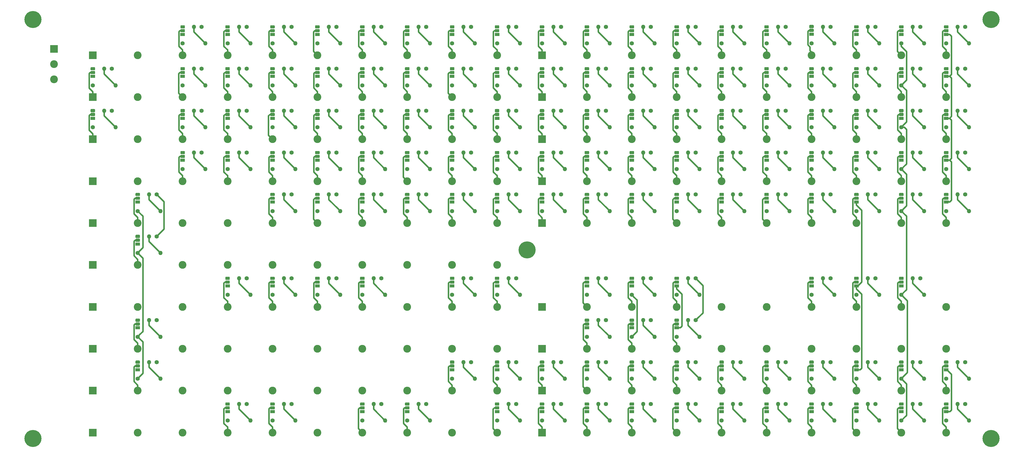
<source format=gbr>
G04 #@! TF.GenerationSoftware,KiCad,Pcbnew,(5.0.0)*
G04 #@! TF.CreationDate,2019-07-24T14:48:48+01:00*
G04 #@! TF.ProjectId,noname,6E6F6E616D652E6B696361645F706362,rev?*
G04 #@! TF.SameCoordinates,Original*
G04 #@! TF.FileFunction,Copper,L1,Top,Signal*
G04 #@! TF.FilePolarity,Positive*
%FSLAX46Y46*%
G04 Gerber Fmt 4.6, Leading zero omitted, Abs format (unit mm)*
G04 Created by KiCad (PCBNEW (5.0.0)) date 07/24/19 14:48:48*
%MOMM*%
%LPD*%
G01*
G04 APERTURE LIST*
G04 #@! TA.AperFunction,ComponentPad*
%ADD10C,2.600000*%
G04 #@! TD*
G04 #@! TA.AperFunction,ComponentPad*
%ADD11R,2.600000X2.600000*%
G04 #@! TD*
G04 #@! TA.AperFunction,ComponentPad*
%ADD12R,1.500000X1.050000*%
G04 #@! TD*
G04 #@! TA.AperFunction,Conductor*
%ADD13C,0.100000*%
G04 #@! TD*
G04 #@! TA.AperFunction,ComponentPad*
%ADD14C,1.050000*%
G04 #@! TD*
G04 #@! TA.AperFunction,ComponentPad*
%ADD15C,1.400000*%
G04 #@! TD*
G04 #@! TA.AperFunction,ComponentPad*
%ADD16O,1.400000X1.400000*%
G04 #@! TD*
G04 #@! TA.AperFunction,ComponentPad*
%ADD17C,5.700000*%
G04 #@! TD*
G04 #@! TA.AperFunction,Conductor*
%ADD18C,0.500000*%
G04 #@! TD*
G04 APERTURE END LIST*
D10*
G04 #@! TO.P,J12,10*
G04 #@! TO.N,N/C*
X215000000Y-117000000D03*
G04 #@! TO.P,J12,9*
X200000000Y-117000000D03*
G04 #@! TO.P,J12,8*
X185000000Y-117000000D03*
G04 #@! TO.P,J12,7*
X170000000Y-117000000D03*
G04 #@! TO.P,J12,6*
X155000000Y-117000000D03*
G04 #@! TO.P,J12,5*
X140000000Y-117000000D03*
G04 #@! TO.P,J12,4*
X125000000Y-117000000D03*
G04 #@! TO.P,J12,3*
X110000000Y-117000000D03*
G04 #@! TO.P,J12,2*
G04 #@! TO.N,Net-(J12-Pad2)*
X95000000Y-117000000D03*
D11*
G04 #@! TO.P,J12,1*
G04 #@! TO.N,N/C*
X80000000Y-117000000D03*
G04 #@! TD*
D10*
G04 #@! TO.P,J8,10*
G04 #@! TO.N,Net-(J8-Pad10)*
X215000000Y-89000000D03*
G04 #@! TO.P,J8,9*
G04 #@! TO.N,Net-(J8-Pad9)*
X200000000Y-89000000D03*
G04 #@! TO.P,J8,8*
G04 #@! TO.N,Net-(J8-Pad8)*
X185000000Y-89000000D03*
G04 #@! TO.P,J8,7*
G04 #@! TO.N,Net-(J8-Pad7)*
X170000000Y-89000000D03*
G04 #@! TO.P,J8,6*
G04 #@! TO.N,Net-(J8-Pad6)*
X155000000Y-89000000D03*
G04 #@! TO.P,J8,5*
G04 #@! TO.N,Net-(J8-Pad5)*
X140000000Y-89000000D03*
G04 #@! TO.P,J8,4*
G04 #@! TO.N,Net-(J8-Pad4)*
X125000000Y-89000000D03*
G04 #@! TO.P,J8,3*
G04 #@! TO.N,Net-(J8-Pad3)*
X110000000Y-89000000D03*
G04 #@! TO.P,J8,2*
G04 #@! TO.N,N/C*
X95000000Y-89000000D03*
D11*
G04 #@! TO.P,J8,1*
X80000000Y-89000000D03*
G04 #@! TD*
D10*
G04 #@! TO.P,J14,10*
G04 #@! TO.N,Net-(J14-Pad10)*
X215000000Y-131000000D03*
G04 #@! TO.P,J14,9*
G04 #@! TO.N,Net-(J14-Pad9)*
X200000000Y-131000000D03*
G04 #@! TO.P,J14,8*
G04 #@! TO.N,N/C*
X185000000Y-131000000D03*
G04 #@! TO.P,J14,7*
G04 #@! TO.N,Net-(J14-Pad7)*
X170000000Y-131000000D03*
G04 #@! TO.P,J14,6*
G04 #@! TO.N,Net-(J14-Pad6)*
X155000000Y-131000000D03*
G04 #@! TO.P,J14,5*
G04 #@! TO.N,Net-(J14-Pad5)*
X140000000Y-131000000D03*
G04 #@! TO.P,J14,4*
G04 #@! TO.N,Net-(J14-Pad4)*
X125000000Y-131000000D03*
G04 #@! TO.P,J14,3*
G04 #@! TO.N,N/C*
X110000000Y-131000000D03*
G04 #@! TO.P,J14,2*
X95000000Y-131000000D03*
D11*
G04 #@! TO.P,J14,1*
X80000000Y-131000000D03*
G04 #@! TD*
D10*
G04 #@! TO.P,J15,10*
G04 #@! TO.N,N/C*
X365000000Y-131000000D03*
G04 #@! TO.P,J15,9*
G04 #@! TO.N,Net-(J15-Pad9)*
X350000000Y-131000000D03*
G04 #@! TO.P,J15,8*
G04 #@! TO.N,Net-(J15-Pad8)*
X335000000Y-131000000D03*
G04 #@! TO.P,J15,7*
G04 #@! TO.N,Net-(J15-Pad7)*
X320000000Y-131000000D03*
G04 #@! TO.P,J15,6*
G04 #@! TO.N,N/C*
X305000000Y-131000000D03*
G04 #@! TO.P,J15,5*
X290000000Y-131000000D03*
G04 #@! TO.P,J15,4*
G04 #@! TO.N,Net-(J15-Pad4)*
X275000000Y-131000000D03*
G04 #@! TO.P,J15,3*
G04 #@! TO.N,Net-(J15-Pad3)*
X260000000Y-131000000D03*
G04 #@! TO.P,J15,2*
G04 #@! TO.N,Net-(J15-Pad2)*
X245000000Y-131000000D03*
D11*
G04 #@! TO.P,J15,1*
G04 #@! TO.N,N/C*
X230000000Y-131000000D03*
G04 #@! TD*
D10*
G04 #@! TO.P,J10,10*
G04 #@! TO.N,Net-(J10-Pad10)*
X215000000Y-103000000D03*
G04 #@! TO.P,J10,9*
G04 #@! TO.N,Net-(J10-Pad9)*
X200000000Y-103000000D03*
G04 #@! TO.P,J10,8*
G04 #@! TO.N,Net-(J10-Pad8)*
X185000000Y-103000000D03*
G04 #@! TO.P,J10,7*
G04 #@! TO.N,Net-(J10-Pad7)*
X170000000Y-103000000D03*
G04 #@! TO.P,J10,6*
G04 #@! TO.N,Net-(J10-Pad6)*
X155000000Y-103000000D03*
G04 #@! TO.P,J10,5*
G04 #@! TO.N,Net-(J10-Pad5)*
X140000000Y-103000000D03*
G04 #@! TO.P,J10,4*
G04 #@! TO.N,N/C*
X125000000Y-103000000D03*
G04 #@! TO.P,J10,3*
X110000000Y-103000000D03*
G04 #@! TO.P,J10,2*
G04 #@! TO.N,Net-(J10-Pad2)*
X95000000Y-103000000D03*
D11*
G04 #@! TO.P,J10,1*
G04 #@! TO.N,N/C*
X80000000Y-103000000D03*
G04 #@! TD*
D10*
G04 #@! TO.P,J11,10*
G04 #@! TO.N,Net-(J11-Pad10)*
X365000000Y-103000000D03*
G04 #@! TO.P,J11,9*
G04 #@! TO.N,Net-(J11-Pad9)*
X350000000Y-103000000D03*
G04 #@! TO.P,J11,8*
G04 #@! TO.N,Net-(J11-Pad8)*
X335000000Y-103000000D03*
G04 #@! TO.P,J11,7*
G04 #@! TO.N,Net-(J11-Pad7)*
X320000000Y-103000000D03*
G04 #@! TO.P,J11,6*
G04 #@! TO.N,Net-(J11-Pad6)*
X305000000Y-103000000D03*
G04 #@! TO.P,J11,5*
G04 #@! TO.N,Net-(J11-Pad5)*
X290000000Y-103000000D03*
G04 #@! TO.P,J11,4*
G04 #@! TO.N,Net-(J11-Pad4)*
X275000000Y-103000000D03*
G04 #@! TO.P,J11,3*
G04 #@! TO.N,Net-(J11-Pad3)*
X260000000Y-103000000D03*
G04 #@! TO.P,J11,2*
G04 #@! TO.N,Net-(J11-Pad2)*
X245000000Y-103000000D03*
D11*
G04 #@! TO.P,J11,1*
G04 #@! TO.N,Net-(J11-Pad1)*
X230000000Y-103000000D03*
G04 #@! TD*
D10*
G04 #@! TO.P,J19,10*
G04 #@! TO.N,Net-(J19-Pad10)*
X365000000Y-159000000D03*
G04 #@! TO.P,J19,9*
G04 #@! TO.N,Net-(J19-Pad9)*
X350000000Y-159000000D03*
G04 #@! TO.P,J19,8*
G04 #@! TO.N,Net-(J19-Pad8)*
X335000000Y-159000000D03*
G04 #@! TO.P,J19,7*
G04 #@! TO.N,Net-(J19-Pad7)*
X320000000Y-159000000D03*
G04 #@! TO.P,J19,6*
G04 #@! TO.N,Net-(J19-Pad6)*
X305000000Y-159000000D03*
G04 #@! TO.P,J19,5*
G04 #@! TO.N,Net-(J19-Pad5)*
X290000000Y-159000000D03*
G04 #@! TO.P,J19,4*
G04 #@! TO.N,Net-(J19-Pad4)*
X275000000Y-159000000D03*
G04 #@! TO.P,J19,3*
G04 #@! TO.N,Net-(J19-Pad3)*
X260000000Y-159000000D03*
G04 #@! TO.P,J19,2*
G04 #@! TO.N,Net-(J19-Pad2)*
X245000000Y-159000000D03*
D11*
G04 #@! TO.P,J19,1*
G04 #@! TO.N,Net-(J19-Pad1)*
X230000000Y-159000000D03*
G04 #@! TD*
D10*
G04 #@! TO.P,J2,10*
G04 #@! TO.N,Net-(J2-Pad10)*
X215000000Y-47000000D03*
G04 #@! TO.P,J2,9*
G04 #@! TO.N,Net-(J2-Pad9)*
X200000000Y-47000000D03*
G04 #@! TO.P,J2,8*
G04 #@! TO.N,Net-(J2-Pad8)*
X185000000Y-47000000D03*
G04 #@! TO.P,J2,7*
G04 #@! TO.N,Net-(J2-Pad7)*
X170000000Y-47000000D03*
G04 #@! TO.P,J2,6*
G04 #@! TO.N,Net-(J2-Pad6)*
X155000000Y-47000000D03*
G04 #@! TO.P,J2,5*
G04 #@! TO.N,Net-(J2-Pad5)*
X140000000Y-47000000D03*
G04 #@! TO.P,J2,4*
G04 #@! TO.N,Net-(J2-Pad4)*
X125000000Y-47000000D03*
G04 #@! TO.P,J2,3*
G04 #@! TO.N,Net-(J2-Pad3)*
X110000000Y-47000000D03*
G04 #@! TO.P,J2,2*
G04 #@! TO.N,N/C*
X95000000Y-47000000D03*
D11*
G04 #@! TO.P,J2,1*
X80000000Y-47000000D03*
G04 #@! TD*
D10*
G04 #@! TO.P,J4,10*
G04 #@! TO.N,Net-(J4-Pad10)*
X215000000Y-60951600D03*
G04 #@! TO.P,J4,9*
G04 #@! TO.N,Net-(J4-Pad9)*
X200000000Y-60951600D03*
G04 #@! TO.P,J4,8*
G04 #@! TO.N,Net-(J4-Pad8)*
X185000000Y-60951600D03*
G04 #@! TO.P,J4,7*
G04 #@! TO.N,Net-(J4-Pad7)*
X170000000Y-60951600D03*
G04 #@! TO.P,J4,6*
G04 #@! TO.N,Net-(J4-Pad6)*
X155000000Y-60951600D03*
G04 #@! TO.P,J4,5*
G04 #@! TO.N,Net-(J4-Pad5)*
X140000000Y-60951600D03*
G04 #@! TO.P,J4,4*
G04 #@! TO.N,Net-(J4-Pad4)*
X125000000Y-60951600D03*
G04 #@! TO.P,J4,3*
G04 #@! TO.N,Net-(J4-Pad3)*
X110000000Y-60951600D03*
G04 #@! TO.P,J4,2*
G04 #@! TO.N,N/C*
X95000000Y-60951600D03*
D11*
G04 #@! TO.P,J4,1*
G04 #@! TO.N,Net-(J4-Pad1)*
X80000000Y-60951600D03*
G04 #@! TD*
D10*
G04 #@! TO.P,J5,10*
G04 #@! TO.N,Net-(J5-Pad10)*
X365000000Y-60951600D03*
G04 #@! TO.P,J5,9*
G04 #@! TO.N,Net-(J5-Pad9)*
X350000000Y-60951600D03*
G04 #@! TO.P,J5,8*
G04 #@! TO.N,Net-(J5-Pad8)*
X335000000Y-60951600D03*
G04 #@! TO.P,J5,7*
G04 #@! TO.N,Net-(J5-Pad7)*
X320000000Y-60951600D03*
G04 #@! TO.P,J5,6*
G04 #@! TO.N,Net-(J5-Pad6)*
X305000000Y-60951600D03*
G04 #@! TO.P,J5,5*
G04 #@! TO.N,Net-(J5-Pad5)*
X290000000Y-60951600D03*
G04 #@! TO.P,J5,4*
G04 #@! TO.N,Net-(J5-Pad4)*
X275000000Y-60951600D03*
G04 #@! TO.P,J5,3*
G04 #@! TO.N,Net-(J5-Pad3)*
X260000000Y-60951600D03*
G04 #@! TO.P,J5,2*
G04 #@! TO.N,Net-(J5-Pad2)*
X245000000Y-60951600D03*
D11*
G04 #@! TO.P,J5,1*
G04 #@! TO.N,Net-(J5-Pad1)*
X230000000Y-60951600D03*
G04 #@! TD*
D10*
G04 #@! TO.P,J3,10*
G04 #@! TO.N,Net-(J3-Pad10)*
X365000000Y-47000000D03*
G04 #@! TO.P,J3,9*
G04 #@! TO.N,Net-(J3-Pad9)*
X350000000Y-47000000D03*
G04 #@! TO.P,J3,8*
G04 #@! TO.N,Net-(J3-Pad8)*
X335000000Y-47000000D03*
G04 #@! TO.P,J3,7*
G04 #@! TO.N,Net-(J3-Pad7)*
X320000000Y-47000000D03*
G04 #@! TO.P,J3,6*
G04 #@! TO.N,Net-(J3-Pad6)*
X305000000Y-47000000D03*
G04 #@! TO.P,J3,5*
G04 #@! TO.N,Net-(J3-Pad5)*
X290000000Y-47000000D03*
G04 #@! TO.P,J3,4*
G04 #@! TO.N,Net-(J3-Pad4)*
X275000000Y-47000000D03*
G04 #@! TO.P,J3,3*
G04 #@! TO.N,Net-(J3-Pad3)*
X260000000Y-47000000D03*
G04 #@! TO.P,J3,2*
G04 #@! TO.N,Net-(J3-Pad2)*
X245000000Y-47000000D03*
D11*
G04 #@! TO.P,J3,1*
G04 #@! TO.N,Net-(J3-Pad1)*
X230000000Y-47000000D03*
G04 #@! TD*
D10*
G04 #@! TO.P,J9,10*
G04 #@! TO.N,Net-(J9-Pad10)*
X365000000Y-89000000D03*
G04 #@! TO.P,J9,9*
G04 #@! TO.N,Net-(J9-Pad9)*
X350000000Y-89000000D03*
G04 #@! TO.P,J9,8*
G04 #@! TO.N,Net-(J9-Pad8)*
X335000000Y-89000000D03*
G04 #@! TO.P,J9,7*
G04 #@! TO.N,Net-(J9-Pad7)*
X320000000Y-89000000D03*
G04 #@! TO.P,J9,6*
G04 #@! TO.N,Net-(J9-Pad6)*
X305000000Y-89000000D03*
G04 #@! TO.P,J9,5*
G04 #@! TO.N,Net-(J9-Pad5)*
X290000000Y-89000000D03*
G04 #@! TO.P,J9,4*
G04 #@! TO.N,Net-(J9-Pad4)*
X275000000Y-89000000D03*
G04 #@! TO.P,J9,3*
G04 #@! TO.N,Net-(J9-Pad3)*
X260000000Y-89000000D03*
G04 #@! TO.P,J9,2*
G04 #@! TO.N,Net-(J9-Pad2)*
X245000000Y-89000000D03*
D11*
G04 #@! TO.P,J9,1*
G04 #@! TO.N,Net-(J9-Pad1)*
X230000000Y-89000000D03*
G04 #@! TD*
D10*
G04 #@! TO.P,J6,10*
G04 #@! TO.N,Net-(J6-Pad10)*
X215000000Y-75000000D03*
G04 #@! TO.P,J6,9*
G04 #@! TO.N,Net-(J6-Pad9)*
X200000000Y-75000000D03*
G04 #@! TO.P,J6,8*
G04 #@! TO.N,Net-(J6-Pad8)*
X185000000Y-75000000D03*
G04 #@! TO.P,J6,7*
G04 #@! TO.N,Net-(J6-Pad7)*
X170000000Y-75000000D03*
G04 #@! TO.P,J6,6*
G04 #@! TO.N,Net-(J6-Pad6)*
X155000000Y-75000000D03*
G04 #@! TO.P,J6,5*
G04 #@! TO.N,Net-(J6-Pad5)*
X140000000Y-75000000D03*
G04 #@! TO.P,J6,4*
G04 #@! TO.N,Net-(J6-Pad4)*
X125000000Y-75000000D03*
G04 #@! TO.P,J6,3*
G04 #@! TO.N,Net-(J6-Pad3)*
X110000000Y-75000000D03*
G04 #@! TO.P,J6,2*
G04 #@! TO.N,N/C*
X95000000Y-75000000D03*
D11*
G04 #@! TO.P,J6,1*
G04 #@! TO.N,Net-(J6-Pad1)*
X80000000Y-75000000D03*
G04 #@! TD*
D10*
G04 #@! TO.P,J7,10*
G04 #@! TO.N,Net-(J7-Pad10)*
X365000000Y-75000000D03*
G04 #@! TO.P,J7,9*
G04 #@! TO.N,Net-(J7-Pad9)*
X350000000Y-75000000D03*
G04 #@! TO.P,J7,8*
G04 #@! TO.N,Net-(J7-Pad8)*
X335000000Y-75000000D03*
G04 #@! TO.P,J7,7*
G04 #@! TO.N,Net-(J7-Pad7)*
X320000000Y-75000000D03*
G04 #@! TO.P,J7,6*
G04 #@! TO.N,Net-(J7-Pad6)*
X305000000Y-75000000D03*
G04 #@! TO.P,J7,5*
G04 #@! TO.N,Net-(J7-Pad5)*
X290000000Y-75000000D03*
G04 #@! TO.P,J7,4*
G04 #@! TO.N,Net-(J7-Pad4)*
X275000000Y-75000000D03*
G04 #@! TO.P,J7,3*
G04 #@! TO.N,Net-(J7-Pad3)*
X260000000Y-75000000D03*
G04 #@! TO.P,J7,2*
G04 #@! TO.N,Net-(J7-Pad2)*
X245000000Y-75000000D03*
D11*
G04 #@! TO.P,J7,1*
G04 #@! TO.N,Net-(J7-Pad1)*
X230000000Y-75000000D03*
G04 #@! TD*
D10*
G04 #@! TO.P,J18,10*
G04 #@! TO.N,Net-(J18-Pad10)*
X215000000Y-159000000D03*
G04 #@! TO.P,J18,9*
G04 #@! TO.N,Net-(J18-Pad9)*
X200000000Y-159000000D03*
G04 #@! TO.P,J18,8*
G04 #@! TO.N,N/C*
X185000000Y-159000000D03*
G04 #@! TO.P,J18,7*
X170000000Y-159000000D03*
G04 #@! TO.P,J18,6*
X155000000Y-159000000D03*
G04 #@! TO.P,J18,5*
X140000000Y-159000000D03*
G04 #@! TO.P,J18,4*
X125000000Y-159000000D03*
G04 #@! TO.P,J18,3*
X110000000Y-159000000D03*
G04 #@! TO.P,J18,2*
G04 #@! TO.N,Net-(J18-Pad2)*
X95000000Y-159000000D03*
D11*
G04 #@! TO.P,J18,1*
G04 #@! TO.N,N/C*
X80000000Y-159000000D03*
G04 #@! TD*
D10*
G04 #@! TO.P,J17,10*
G04 #@! TO.N,N/C*
X365000000Y-145000000D03*
G04 #@! TO.P,J17,9*
X350000000Y-145000000D03*
G04 #@! TO.P,J17,8*
X335000000Y-145000000D03*
G04 #@! TO.P,J17,7*
X320000000Y-145000000D03*
G04 #@! TO.P,J17,6*
X305000000Y-145000000D03*
G04 #@! TO.P,J17,5*
X290000000Y-145000000D03*
G04 #@! TO.P,J17,4*
G04 #@! TO.N,Net-(J17-Pad4)*
X275000000Y-145000000D03*
G04 #@! TO.P,J17,3*
G04 #@! TO.N,Net-(J17-Pad3)*
X260000000Y-145000000D03*
G04 #@! TO.P,J17,2*
G04 #@! TO.N,Net-(J17-Pad2)*
X245000000Y-145000000D03*
D11*
G04 #@! TO.P,J17,1*
G04 #@! TO.N,N/C*
X230000000Y-145000000D03*
G04 #@! TD*
D10*
G04 #@! TO.P,J16,10*
G04 #@! TO.N,N/C*
X215000000Y-145000000D03*
G04 #@! TO.P,J16,9*
X200000000Y-145000000D03*
G04 #@! TO.P,J16,8*
X185000000Y-145000000D03*
G04 #@! TO.P,J16,7*
X170000000Y-145000000D03*
G04 #@! TO.P,J16,6*
X155000000Y-145000000D03*
G04 #@! TO.P,J16,5*
X140000000Y-145000000D03*
G04 #@! TO.P,J16,4*
X125000000Y-145000000D03*
G04 #@! TO.P,J16,3*
X110000000Y-145000000D03*
G04 #@! TO.P,J16,2*
G04 #@! TO.N,Net-(J16-Pad2)*
X95000000Y-145000000D03*
D11*
G04 #@! TO.P,J16,1*
G04 #@! TO.N,N/C*
X80000000Y-145000000D03*
G04 #@! TD*
D10*
G04 #@! TO.P,J21,10*
G04 #@! TO.N,Net-(J21-Pad10)*
X365000000Y-173000000D03*
G04 #@! TO.P,J21,9*
G04 #@! TO.N,Net-(J21-Pad9)*
X350000000Y-173000000D03*
G04 #@! TO.P,J21,8*
G04 #@! TO.N,Net-(J21-Pad8)*
X335000000Y-173000000D03*
G04 #@! TO.P,J21,7*
G04 #@! TO.N,Net-(J21-Pad7)*
X320000000Y-173000000D03*
G04 #@! TO.P,J21,6*
G04 #@! TO.N,Net-(J21-Pad6)*
X305000000Y-173000000D03*
G04 #@! TO.P,J21,5*
G04 #@! TO.N,Net-(J21-Pad5)*
X290000000Y-173000000D03*
G04 #@! TO.P,J21,4*
G04 #@! TO.N,Net-(J21-Pad4)*
X275000000Y-173000000D03*
G04 #@! TO.P,J21,3*
G04 #@! TO.N,Net-(J21-Pad3)*
X260000000Y-173000000D03*
G04 #@! TO.P,J21,2*
G04 #@! TO.N,Net-(J21-Pad2)*
X245000000Y-173000000D03*
D11*
G04 #@! TO.P,J21,1*
G04 #@! TO.N,Net-(J21-Pad1)*
X230000000Y-173000000D03*
G04 #@! TD*
D10*
G04 #@! TO.P,J20,10*
G04 #@! TO.N,Net-(J20-Pad10)*
X215000000Y-173000000D03*
G04 #@! TO.P,J20,9*
G04 #@! TO.N,N/C*
X200000000Y-173000000D03*
G04 #@! TO.P,J20,8*
G04 #@! TO.N,Net-(J20-Pad8)*
X185000000Y-173000000D03*
G04 #@! TO.P,J20,7*
G04 #@! TO.N,Net-(J20-Pad7)*
X170000000Y-173000000D03*
G04 #@! TO.P,J20,6*
G04 #@! TO.N,N/C*
X155000000Y-173000000D03*
G04 #@! TO.P,J20,5*
G04 #@! TO.N,Net-(J20-Pad5)*
X140000000Y-173000000D03*
G04 #@! TO.P,J20,4*
G04 #@! TO.N,Net-(J20-Pad4)*
X125000000Y-173000000D03*
G04 #@! TO.P,J20,3*
G04 #@! TO.N,N/C*
X110000000Y-173000000D03*
G04 #@! TO.P,J20,2*
X95000000Y-173000000D03*
D11*
G04 #@! TO.P,J20,1*
X80000000Y-173000000D03*
G04 #@! TD*
D10*
G04 #@! TO.P,J1,3*
G04 #@! TO.N,+70v*
X67068800Y-55016400D03*
G04 #@! TO.P,J1,2*
G04 #@! TO.N,0v*
X67068800Y-49936400D03*
D11*
G04 #@! TO.P,J1,1*
G04 #@! TO.N,-40v*
X67068800Y-44856400D03*
G04 #@! TD*
D12*
G04 #@! TO.P,Q184,1*
G04 #@! TO.N,0v*
X125000000Y-166000000D03*
D13*
G04 #@! TD*
G04 #@! TO.N,Net-(NE184-Pad2)*
G04 #@! TO.C,Q184*
G36*
X125513229Y-162936264D02*
X125538711Y-162940044D01*
X125563700Y-162946303D01*
X125587954Y-162954982D01*
X125611242Y-162965996D01*
X125633337Y-162979239D01*
X125654028Y-162994585D01*
X125673116Y-163011884D01*
X125690415Y-163030972D01*
X125705761Y-163051663D01*
X125719004Y-163073758D01*
X125730018Y-163097046D01*
X125738697Y-163121300D01*
X125744956Y-163146289D01*
X125748736Y-163171771D01*
X125750000Y-163197500D01*
X125750000Y-163722500D01*
X125748736Y-163748229D01*
X125744956Y-163773711D01*
X125738697Y-163798700D01*
X125730018Y-163822954D01*
X125719004Y-163846242D01*
X125705761Y-163868337D01*
X125690415Y-163889028D01*
X125673116Y-163908116D01*
X125654028Y-163925415D01*
X125633337Y-163940761D01*
X125611242Y-163954004D01*
X125587954Y-163965018D01*
X125563700Y-163973697D01*
X125538711Y-163979956D01*
X125513229Y-163983736D01*
X125487500Y-163985000D01*
X124512500Y-163985000D01*
X124486771Y-163983736D01*
X124461289Y-163979956D01*
X124436300Y-163973697D01*
X124412046Y-163965018D01*
X124388758Y-163954004D01*
X124366663Y-163940761D01*
X124345972Y-163925415D01*
X124326884Y-163908116D01*
X124309585Y-163889028D01*
X124294239Y-163868337D01*
X124280996Y-163846242D01*
X124269982Y-163822954D01*
X124261303Y-163798700D01*
X124255044Y-163773711D01*
X124251264Y-163748229D01*
X124250000Y-163722500D01*
X124250000Y-163197500D01*
X124251264Y-163171771D01*
X124255044Y-163146289D01*
X124261303Y-163121300D01*
X124269982Y-163097046D01*
X124280996Y-163073758D01*
X124294239Y-163051663D01*
X124309585Y-163030972D01*
X124326884Y-163011884D01*
X124345972Y-162994585D01*
X124366663Y-162979239D01*
X124388758Y-162965996D01*
X124412046Y-162954982D01*
X124436300Y-162946303D01*
X124461289Y-162940044D01*
X124486771Y-162936264D01*
X124512500Y-162935000D01*
X125487500Y-162935000D01*
X125513229Y-162936264D01*
X125513229Y-162936264D01*
G37*
D14*
G04 #@! TO.P,Q184,3*
G04 #@! TO.N,Net-(NE184-Pad2)*
X125000000Y-163460000D03*
D13*
G04 #@! TD*
G04 #@! TO.N,Net-(J20-Pad4)*
G04 #@! TO.C,Q184*
G36*
X125513229Y-164206264D02*
X125538711Y-164210044D01*
X125563700Y-164216303D01*
X125587954Y-164224982D01*
X125611242Y-164235996D01*
X125633337Y-164249239D01*
X125654028Y-164264585D01*
X125673116Y-164281884D01*
X125690415Y-164300972D01*
X125705761Y-164321663D01*
X125719004Y-164343758D01*
X125730018Y-164367046D01*
X125738697Y-164391300D01*
X125744956Y-164416289D01*
X125748736Y-164441771D01*
X125750000Y-164467500D01*
X125750000Y-164992500D01*
X125748736Y-165018229D01*
X125744956Y-165043711D01*
X125738697Y-165068700D01*
X125730018Y-165092954D01*
X125719004Y-165116242D01*
X125705761Y-165138337D01*
X125690415Y-165159028D01*
X125673116Y-165178116D01*
X125654028Y-165195415D01*
X125633337Y-165210761D01*
X125611242Y-165224004D01*
X125587954Y-165235018D01*
X125563700Y-165243697D01*
X125538711Y-165249956D01*
X125513229Y-165253736D01*
X125487500Y-165255000D01*
X124512500Y-165255000D01*
X124486771Y-165253736D01*
X124461289Y-165249956D01*
X124436300Y-165243697D01*
X124412046Y-165235018D01*
X124388758Y-165224004D01*
X124366663Y-165210761D01*
X124345972Y-165195415D01*
X124326884Y-165178116D01*
X124309585Y-165159028D01*
X124294239Y-165138337D01*
X124280996Y-165116242D01*
X124269982Y-165092954D01*
X124261303Y-165068700D01*
X124255044Y-165043711D01*
X124251264Y-165018229D01*
X124250000Y-164992500D01*
X124250000Y-164467500D01*
X124251264Y-164441771D01*
X124255044Y-164416289D01*
X124261303Y-164391300D01*
X124269982Y-164367046D01*
X124280996Y-164343758D01*
X124294239Y-164321663D01*
X124309585Y-164300972D01*
X124326884Y-164281884D01*
X124345972Y-164264585D01*
X124366663Y-164249239D01*
X124388758Y-164235996D01*
X124412046Y-164224982D01*
X124436300Y-164216303D01*
X124461289Y-164210044D01*
X124486771Y-164206264D01*
X124512500Y-164205000D01*
X125487500Y-164205000D01*
X125513229Y-164206264D01*
X125513229Y-164206264D01*
G37*
D14*
G04 #@! TO.P,Q184,2*
G04 #@! TO.N,Net-(J20-Pad4)*
X125000000Y-164730000D03*
G04 #@! TD*
D12*
G04 #@! TO.P,Q192,1*
G04 #@! TO.N,0v*
X245000000Y-166000000D03*
D13*
G04 #@! TD*
G04 #@! TO.N,Net-(NE192-Pad2)*
G04 #@! TO.C,Q192*
G36*
X245513229Y-162936264D02*
X245538711Y-162940044D01*
X245563700Y-162946303D01*
X245587954Y-162954982D01*
X245611242Y-162965996D01*
X245633337Y-162979239D01*
X245654028Y-162994585D01*
X245673116Y-163011884D01*
X245690415Y-163030972D01*
X245705761Y-163051663D01*
X245719004Y-163073758D01*
X245730018Y-163097046D01*
X245738697Y-163121300D01*
X245744956Y-163146289D01*
X245748736Y-163171771D01*
X245750000Y-163197500D01*
X245750000Y-163722500D01*
X245748736Y-163748229D01*
X245744956Y-163773711D01*
X245738697Y-163798700D01*
X245730018Y-163822954D01*
X245719004Y-163846242D01*
X245705761Y-163868337D01*
X245690415Y-163889028D01*
X245673116Y-163908116D01*
X245654028Y-163925415D01*
X245633337Y-163940761D01*
X245611242Y-163954004D01*
X245587954Y-163965018D01*
X245563700Y-163973697D01*
X245538711Y-163979956D01*
X245513229Y-163983736D01*
X245487500Y-163985000D01*
X244512500Y-163985000D01*
X244486771Y-163983736D01*
X244461289Y-163979956D01*
X244436300Y-163973697D01*
X244412046Y-163965018D01*
X244388758Y-163954004D01*
X244366663Y-163940761D01*
X244345972Y-163925415D01*
X244326884Y-163908116D01*
X244309585Y-163889028D01*
X244294239Y-163868337D01*
X244280996Y-163846242D01*
X244269982Y-163822954D01*
X244261303Y-163798700D01*
X244255044Y-163773711D01*
X244251264Y-163748229D01*
X244250000Y-163722500D01*
X244250000Y-163197500D01*
X244251264Y-163171771D01*
X244255044Y-163146289D01*
X244261303Y-163121300D01*
X244269982Y-163097046D01*
X244280996Y-163073758D01*
X244294239Y-163051663D01*
X244309585Y-163030972D01*
X244326884Y-163011884D01*
X244345972Y-162994585D01*
X244366663Y-162979239D01*
X244388758Y-162965996D01*
X244412046Y-162954982D01*
X244436300Y-162946303D01*
X244461289Y-162940044D01*
X244486771Y-162936264D01*
X244512500Y-162935000D01*
X245487500Y-162935000D01*
X245513229Y-162936264D01*
X245513229Y-162936264D01*
G37*
D14*
G04 #@! TO.P,Q192,3*
G04 #@! TO.N,Net-(NE192-Pad2)*
X245000000Y-163460000D03*
D13*
G04 #@! TD*
G04 #@! TO.N,Net-(J21-Pad2)*
G04 #@! TO.C,Q192*
G36*
X245513229Y-164206264D02*
X245538711Y-164210044D01*
X245563700Y-164216303D01*
X245587954Y-164224982D01*
X245611242Y-164235996D01*
X245633337Y-164249239D01*
X245654028Y-164264585D01*
X245673116Y-164281884D01*
X245690415Y-164300972D01*
X245705761Y-164321663D01*
X245719004Y-164343758D01*
X245730018Y-164367046D01*
X245738697Y-164391300D01*
X245744956Y-164416289D01*
X245748736Y-164441771D01*
X245750000Y-164467500D01*
X245750000Y-164992500D01*
X245748736Y-165018229D01*
X245744956Y-165043711D01*
X245738697Y-165068700D01*
X245730018Y-165092954D01*
X245719004Y-165116242D01*
X245705761Y-165138337D01*
X245690415Y-165159028D01*
X245673116Y-165178116D01*
X245654028Y-165195415D01*
X245633337Y-165210761D01*
X245611242Y-165224004D01*
X245587954Y-165235018D01*
X245563700Y-165243697D01*
X245538711Y-165249956D01*
X245513229Y-165253736D01*
X245487500Y-165255000D01*
X244512500Y-165255000D01*
X244486771Y-165253736D01*
X244461289Y-165249956D01*
X244436300Y-165243697D01*
X244412046Y-165235018D01*
X244388758Y-165224004D01*
X244366663Y-165210761D01*
X244345972Y-165195415D01*
X244326884Y-165178116D01*
X244309585Y-165159028D01*
X244294239Y-165138337D01*
X244280996Y-165116242D01*
X244269982Y-165092954D01*
X244261303Y-165068700D01*
X244255044Y-165043711D01*
X244251264Y-165018229D01*
X244250000Y-164992500D01*
X244250000Y-164467500D01*
X244251264Y-164441771D01*
X244255044Y-164416289D01*
X244261303Y-164391300D01*
X244269982Y-164367046D01*
X244280996Y-164343758D01*
X244294239Y-164321663D01*
X244309585Y-164300972D01*
X244326884Y-164281884D01*
X244345972Y-164264585D01*
X244366663Y-164249239D01*
X244388758Y-164235996D01*
X244412046Y-164224982D01*
X244436300Y-164216303D01*
X244461289Y-164210044D01*
X244486771Y-164206264D01*
X244512500Y-164205000D01*
X245487500Y-164205000D01*
X245513229Y-164206264D01*
X245513229Y-164206264D01*
G37*
D14*
G04 #@! TO.P,Q192,2*
G04 #@! TO.N,Net-(J21-Pad2)*
X245000000Y-164730000D03*
G04 #@! TD*
D12*
G04 #@! TO.P,Q191,1*
G04 #@! TO.N,0v*
X230000000Y-166000000D03*
D13*
G04 #@! TD*
G04 #@! TO.N,Net-(NE191-Pad2)*
G04 #@! TO.C,Q191*
G36*
X230513229Y-162936264D02*
X230538711Y-162940044D01*
X230563700Y-162946303D01*
X230587954Y-162954982D01*
X230611242Y-162965996D01*
X230633337Y-162979239D01*
X230654028Y-162994585D01*
X230673116Y-163011884D01*
X230690415Y-163030972D01*
X230705761Y-163051663D01*
X230719004Y-163073758D01*
X230730018Y-163097046D01*
X230738697Y-163121300D01*
X230744956Y-163146289D01*
X230748736Y-163171771D01*
X230750000Y-163197500D01*
X230750000Y-163722500D01*
X230748736Y-163748229D01*
X230744956Y-163773711D01*
X230738697Y-163798700D01*
X230730018Y-163822954D01*
X230719004Y-163846242D01*
X230705761Y-163868337D01*
X230690415Y-163889028D01*
X230673116Y-163908116D01*
X230654028Y-163925415D01*
X230633337Y-163940761D01*
X230611242Y-163954004D01*
X230587954Y-163965018D01*
X230563700Y-163973697D01*
X230538711Y-163979956D01*
X230513229Y-163983736D01*
X230487500Y-163985000D01*
X229512500Y-163985000D01*
X229486771Y-163983736D01*
X229461289Y-163979956D01*
X229436300Y-163973697D01*
X229412046Y-163965018D01*
X229388758Y-163954004D01*
X229366663Y-163940761D01*
X229345972Y-163925415D01*
X229326884Y-163908116D01*
X229309585Y-163889028D01*
X229294239Y-163868337D01*
X229280996Y-163846242D01*
X229269982Y-163822954D01*
X229261303Y-163798700D01*
X229255044Y-163773711D01*
X229251264Y-163748229D01*
X229250000Y-163722500D01*
X229250000Y-163197500D01*
X229251264Y-163171771D01*
X229255044Y-163146289D01*
X229261303Y-163121300D01*
X229269982Y-163097046D01*
X229280996Y-163073758D01*
X229294239Y-163051663D01*
X229309585Y-163030972D01*
X229326884Y-163011884D01*
X229345972Y-162994585D01*
X229366663Y-162979239D01*
X229388758Y-162965996D01*
X229412046Y-162954982D01*
X229436300Y-162946303D01*
X229461289Y-162940044D01*
X229486771Y-162936264D01*
X229512500Y-162935000D01*
X230487500Y-162935000D01*
X230513229Y-162936264D01*
X230513229Y-162936264D01*
G37*
D14*
G04 #@! TO.P,Q191,3*
G04 #@! TO.N,Net-(NE191-Pad2)*
X230000000Y-163460000D03*
D13*
G04 #@! TD*
G04 #@! TO.N,Net-(J21-Pad1)*
G04 #@! TO.C,Q191*
G36*
X230513229Y-164206264D02*
X230538711Y-164210044D01*
X230563700Y-164216303D01*
X230587954Y-164224982D01*
X230611242Y-164235996D01*
X230633337Y-164249239D01*
X230654028Y-164264585D01*
X230673116Y-164281884D01*
X230690415Y-164300972D01*
X230705761Y-164321663D01*
X230719004Y-164343758D01*
X230730018Y-164367046D01*
X230738697Y-164391300D01*
X230744956Y-164416289D01*
X230748736Y-164441771D01*
X230750000Y-164467500D01*
X230750000Y-164992500D01*
X230748736Y-165018229D01*
X230744956Y-165043711D01*
X230738697Y-165068700D01*
X230730018Y-165092954D01*
X230719004Y-165116242D01*
X230705761Y-165138337D01*
X230690415Y-165159028D01*
X230673116Y-165178116D01*
X230654028Y-165195415D01*
X230633337Y-165210761D01*
X230611242Y-165224004D01*
X230587954Y-165235018D01*
X230563700Y-165243697D01*
X230538711Y-165249956D01*
X230513229Y-165253736D01*
X230487500Y-165255000D01*
X229512500Y-165255000D01*
X229486771Y-165253736D01*
X229461289Y-165249956D01*
X229436300Y-165243697D01*
X229412046Y-165235018D01*
X229388758Y-165224004D01*
X229366663Y-165210761D01*
X229345972Y-165195415D01*
X229326884Y-165178116D01*
X229309585Y-165159028D01*
X229294239Y-165138337D01*
X229280996Y-165116242D01*
X229269982Y-165092954D01*
X229261303Y-165068700D01*
X229255044Y-165043711D01*
X229251264Y-165018229D01*
X229250000Y-164992500D01*
X229250000Y-164467500D01*
X229251264Y-164441771D01*
X229255044Y-164416289D01*
X229261303Y-164391300D01*
X229269982Y-164367046D01*
X229280996Y-164343758D01*
X229294239Y-164321663D01*
X229309585Y-164300972D01*
X229326884Y-164281884D01*
X229345972Y-164264585D01*
X229366663Y-164249239D01*
X229388758Y-164235996D01*
X229412046Y-164224982D01*
X229436300Y-164216303D01*
X229461289Y-164210044D01*
X229486771Y-164206264D01*
X229512500Y-164205000D01*
X230487500Y-164205000D01*
X230513229Y-164206264D01*
X230513229Y-164206264D01*
G37*
D14*
G04 #@! TO.P,Q191,2*
G04 #@! TO.N,Net-(J21-Pad1)*
X230000000Y-164730000D03*
G04 #@! TD*
D12*
G04 #@! TO.P,Q200,1*
G04 #@! TO.N,0v*
X365000000Y-166000000D03*
D13*
G04 #@! TD*
G04 #@! TO.N,Net-(NE200-Pad2)*
G04 #@! TO.C,Q200*
G36*
X365513229Y-162936264D02*
X365538711Y-162940044D01*
X365563700Y-162946303D01*
X365587954Y-162954982D01*
X365611242Y-162965996D01*
X365633337Y-162979239D01*
X365654028Y-162994585D01*
X365673116Y-163011884D01*
X365690415Y-163030972D01*
X365705761Y-163051663D01*
X365719004Y-163073758D01*
X365730018Y-163097046D01*
X365738697Y-163121300D01*
X365744956Y-163146289D01*
X365748736Y-163171771D01*
X365750000Y-163197500D01*
X365750000Y-163722500D01*
X365748736Y-163748229D01*
X365744956Y-163773711D01*
X365738697Y-163798700D01*
X365730018Y-163822954D01*
X365719004Y-163846242D01*
X365705761Y-163868337D01*
X365690415Y-163889028D01*
X365673116Y-163908116D01*
X365654028Y-163925415D01*
X365633337Y-163940761D01*
X365611242Y-163954004D01*
X365587954Y-163965018D01*
X365563700Y-163973697D01*
X365538711Y-163979956D01*
X365513229Y-163983736D01*
X365487500Y-163985000D01*
X364512500Y-163985000D01*
X364486771Y-163983736D01*
X364461289Y-163979956D01*
X364436300Y-163973697D01*
X364412046Y-163965018D01*
X364388758Y-163954004D01*
X364366663Y-163940761D01*
X364345972Y-163925415D01*
X364326884Y-163908116D01*
X364309585Y-163889028D01*
X364294239Y-163868337D01*
X364280996Y-163846242D01*
X364269982Y-163822954D01*
X364261303Y-163798700D01*
X364255044Y-163773711D01*
X364251264Y-163748229D01*
X364250000Y-163722500D01*
X364250000Y-163197500D01*
X364251264Y-163171771D01*
X364255044Y-163146289D01*
X364261303Y-163121300D01*
X364269982Y-163097046D01*
X364280996Y-163073758D01*
X364294239Y-163051663D01*
X364309585Y-163030972D01*
X364326884Y-163011884D01*
X364345972Y-162994585D01*
X364366663Y-162979239D01*
X364388758Y-162965996D01*
X364412046Y-162954982D01*
X364436300Y-162946303D01*
X364461289Y-162940044D01*
X364486771Y-162936264D01*
X364512500Y-162935000D01*
X365487500Y-162935000D01*
X365513229Y-162936264D01*
X365513229Y-162936264D01*
G37*
D14*
G04 #@! TO.P,Q200,3*
G04 #@! TO.N,Net-(NE200-Pad2)*
X365000000Y-163460000D03*
D13*
G04 #@! TD*
G04 #@! TO.N,Net-(J21-Pad10)*
G04 #@! TO.C,Q200*
G36*
X365513229Y-164206264D02*
X365538711Y-164210044D01*
X365563700Y-164216303D01*
X365587954Y-164224982D01*
X365611242Y-164235996D01*
X365633337Y-164249239D01*
X365654028Y-164264585D01*
X365673116Y-164281884D01*
X365690415Y-164300972D01*
X365705761Y-164321663D01*
X365719004Y-164343758D01*
X365730018Y-164367046D01*
X365738697Y-164391300D01*
X365744956Y-164416289D01*
X365748736Y-164441771D01*
X365750000Y-164467500D01*
X365750000Y-164992500D01*
X365748736Y-165018229D01*
X365744956Y-165043711D01*
X365738697Y-165068700D01*
X365730018Y-165092954D01*
X365719004Y-165116242D01*
X365705761Y-165138337D01*
X365690415Y-165159028D01*
X365673116Y-165178116D01*
X365654028Y-165195415D01*
X365633337Y-165210761D01*
X365611242Y-165224004D01*
X365587954Y-165235018D01*
X365563700Y-165243697D01*
X365538711Y-165249956D01*
X365513229Y-165253736D01*
X365487500Y-165255000D01*
X364512500Y-165255000D01*
X364486771Y-165253736D01*
X364461289Y-165249956D01*
X364436300Y-165243697D01*
X364412046Y-165235018D01*
X364388758Y-165224004D01*
X364366663Y-165210761D01*
X364345972Y-165195415D01*
X364326884Y-165178116D01*
X364309585Y-165159028D01*
X364294239Y-165138337D01*
X364280996Y-165116242D01*
X364269982Y-165092954D01*
X364261303Y-165068700D01*
X364255044Y-165043711D01*
X364251264Y-165018229D01*
X364250000Y-164992500D01*
X364250000Y-164467500D01*
X364251264Y-164441771D01*
X364255044Y-164416289D01*
X364261303Y-164391300D01*
X364269982Y-164367046D01*
X364280996Y-164343758D01*
X364294239Y-164321663D01*
X364309585Y-164300972D01*
X364326884Y-164281884D01*
X364345972Y-164264585D01*
X364366663Y-164249239D01*
X364388758Y-164235996D01*
X364412046Y-164224982D01*
X364436300Y-164216303D01*
X364461289Y-164210044D01*
X364486771Y-164206264D01*
X364512500Y-164205000D01*
X365487500Y-164205000D01*
X365513229Y-164206264D01*
X365513229Y-164206264D01*
G37*
D14*
G04 #@! TO.P,Q200,2*
G04 #@! TO.N,Net-(J21-Pad10)*
X365000000Y-164730000D03*
G04 #@! TD*
D12*
G04 #@! TO.P,Q196,1*
G04 #@! TO.N,0v*
X305000000Y-166000000D03*
D13*
G04 #@! TD*
G04 #@! TO.N,Net-(NE196-Pad2)*
G04 #@! TO.C,Q196*
G36*
X305513229Y-162936264D02*
X305538711Y-162940044D01*
X305563700Y-162946303D01*
X305587954Y-162954982D01*
X305611242Y-162965996D01*
X305633337Y-162979239D01*
X305654028Y-162994585D01*
X305673116Y-163011884D01*
X305690415Y-163030972D01*
X305705761Y-163051663D01*
X305719004Y-163073758D01*
X305730018Y-163097046D01*
X305738697Y-163121300D01*
X305744956Y-163146289D01*
X305748736Y-163171771D01*
X305750000Y-163197500D01*
X305750000Y-163722500D01*
X305748736Y-163748229D01*
X305744956Y-163773711D01*
X305738697Y-163798700D01*
X305730018Y-163822954D01*
X305719004Y-163846242D01*
X305705761Y-163868337D01*
X305690415Y-163889028D01*
X305673116Y-163908116D01*
X305654028Y-163925415D01*
X305633337Y-163940761D01*
X305611242Y-163954004D01*
X305587954Y-163965018D01*
X305563700Y-163973697D01*
X305538711Y-163979956D01*
X305513229Y-163983736D01*
X305487500Y-163985000D01*
X304512500Y-163985000D01*
X304486771Y-163983736D01*
X304461289Y-163979956D01*
X304436300Y-163973697D01*
X304412046Y-163965018D01*
X304388758Y-163954004D01*
X304366663Y-163940761D01*
X304345972Y-163925415D01*
X304326884Y-163908116D01*
X304309585Y-163889028D01*
X304294239Y-163868337D01*
X304280996Y-163846242D01*
X304269982Y-163822954D01*
X304261303Y-163798700D01*
X304255044Y-163773711D01*
X304251264Y-163748229D01*
X304250000Y-163722500D01*
X304250000Y-163197500D01*
X304251264Y-163171771D01*
X304255044Y-163146289D01*
X304261303Y-163121300D01*
X304269982Y-163097046D01*
X304280996Y-163073758D01*
X304294239Y-163051663D01*
X304309585Y-163030972D01*
X304326884Y-163011884D01*
X304345972Y-162994585D01*
X304366663Y-162979239D01*
X304388758Y-162965996D01*
X304412046Y-162954982D01*
X304436300Y-162946303D01*
X304461289Y-162940044D01*
X304486771Y-162936264D01*
X304512500Y-162935000D01*
X305487500Y-162935000D01*
X305513229Y-162936264D01*
X305513229Y-162936264D01*
G37*
D14*
G04 #@! TO.P,Q196,3*
G04 #@! TO.N,Net-(NE196-Pad2)*
X305000000Y-163460000D03*
D13*
G04 #@! TD*
G04 #@! TO.N,Net-(J21-Pad6)*
G04 #@! TO.C,Q196*
G36*
X305513229Y-164206264D02*
X305538711Y-164210044D01*
X305563700Y-164216303D01*
X305587954Y-164224982D01*
X305611242Y-164235996D01*
X305633337Y-164249239D01*
X305654028Y-164264585D01*
X305673116Y-164281884D01*
X305690415Y-164300972D01*
X305705761Y-164321663D01*
X305719004Y-164343758D01*
X305730018Y-164367046D01*
X305738697Y-164391300D01*
X305744956Y-164416289D01*
X305748736Y-164441771D01*
X305750000Y-164467500D01*
X305750000Y-164992500D01*
X305748736Y-165018229D01*
X305744956Y-165043711D01*
X305738697Y-165068700D01*
X305730018Y-165092954D01*
X305719004Y-165116242D01*
X305705761Y-165138337D01*
X305690415Y-165159028D01*
X305673116Y-165178116D01*
X305654028Y-165195415D01*
X305633337Y-165210761D01*
X305611242Y-165224004D01*
X305587954Y-165235018D01*
X305563700Y-165243697D01*
X305538711Y-165249956D01*
X305513229Y-165253736D01*
X305487500Y-165255000D01*
X304512500Y-165255000D01*
X304486771Y-165253736D01*
X304461289Y-165249956D01*
X304436300Y-165243697D01*
X304412046Y-165235018D01*
X304388758Y-165224004D01*
X304366663Y-165210761D01*
X304345972Y-165195415D01*
X304326884Y-165178116D01*
X304309585Y-165159028D01*
X304294239Y-165138337D01*
X304280996Y-165116242D01*
X304269982Y-165092954D01*
X304261303Y-165068700D01*
X304255044Y-165043711D01*
X304251264Y-165018229D01*
X304250000Y-164992500D01*
X304250000Y-164467500D01*
X304251264Y-164441771D01*
X304255044Y-164416289D01*
X304261303Y-164391300D01*
X304269982Y-164367046D01*
X304280996Y-164343758D01*
X304294239Y-164321663D01*
X304309585Y-164300972D01*
X304326884Y-164281884D01*
X304345972Y-164264585D01*
X304366663Y-164249239D01*
X304388758Y-164235996D01*
X304412046Y-164224982D01*
X304436300Y-164216303D01*
X304461289Y-164210044D01*
X304486771Y-164206264D01*
X304512500Y-164205000D01*
X305487500Y-164205000D01*
X305513229Y-164206264D01*
X305513229Y-164206264D01*
G37*
D14*
G04 #@! TO.P,Q196,2*
G04 #@! TO.N,Net-(J21-Pad6)*
X305000000Y-164730000D03*
G04 #@! TD*
D12*
G04 #@! TO.P,Q198,1*
G04 #@! TO.N,0v*
X335000000Y-166000000D03*
D13*
G04 #@! TD*
G04 #@! TO.N,Net-(NE198-Pad2)*
G04 #@! TO.C,Q198*
G36*
X335513229Y-162936264D02*
X335538711Y-162940044D01*
X335563700Y-162946303D01*
X335587954Y-162954982D01*
X335611242Y-162965996D01*
X335633337Y-162979239D01*
X335654028Y-162994585D01*
X335673116Y-163011884D01*
X335690415Y-163030972D01*
X335705761Y-163051663D01*
X335719004Y-163073758D01*
X335730018Y-163097046D01*
X335738697Y-163121300D01*
X335744956Y-163146289D01*
X335748736Y-163171771D01*
X335750000Y-163197500D01*
X335750000Y-163722500D01*
X335748736Y-163748229D01*
X335744956Y-163773711D01*
X335738697Y-163798700D01*
X335730018Y-163822954D01*
X335719004Y-163846242D01*
X335705761Y-163868337D01*
X335690415Y-163889028D01*
X335673116Y-163908116D01*
X335654028Y-163925415D01*
X335633337Y-163940761D01*
X335611242Y-163954004D01*
X335587954Y-163965018D01*
X335563700Y-163973697D01*
X335538711Y-163979956D01*
X335513229Y-163983736D01*
X335487500Y-163985000D01*
X334512500Y-163985000D01*
X334486771Y-163983736D01*
X334461289Y-163979956D01*
X334436300Y-163973697D01*
X334412046Y-163965018D01*
X334388758Y-163954004D01*
X334366663Y-163940761D01*
X334345972Y-163925415D01*
X334326884Y-163908116D01*
X334309585Y-163889028D01*
X334294239Y-163868337D01*
X334280996Y-163846242D01*
X334269982Y-163822954D01*
X334261303Y-163798700D01*
X334255044Y-163773711D01*
X334251264Y-163748229D01*
X334250000Y-163722500D01*
X334250000Y-163197500D01*
X334251264Y-163171771D01*
X334255044Y-163146289D01*
X334261303Y-163121300D01*
X334269982Y-163097046D01*
X334280996Y-163073758D01*
X334294239Y-163051663D01*
X334309585Y-163030972D01*
X334326884Y-163011884D01*
X334345972Y-162994585D01*
X334366663Y-162979239D01*
X334388758Y-162965996D01*
X334412046Y-162954982D01*
X334436300Y-162946303D01*
X334461289Y-162940044D01*
X334486771Y-162936264D01*
X334512500Y-162935000D01*
X335487500Y-162935000D01*
X335513229Y-162936264D01*
X335513229Y-162936264D01*
G37*
D14*
G04 #@! TO.P,Q198,3*
G04 #@! TO.N,Net-(NE198-Pad2)*
X335000000Y-163460000D03*
D13*
G04 #@! TD*
G04 #@! TO.N,Net-(J21-Pad8)*
G04 #@! TO.C,Q198*
G36*
X335513229Y-164206264D02*
X335538711Y-164210044D01*
X335563700Y-164216303D01*
X335587954Y-164224982D01*
X335611242Y-164235996D01*
X335633337Y-164249239D01*
X335654028Y-164264585D01*
X335673116Y-164281884D01*
X335690415Y-164300972D01*
X335705761Y-164321663D01*
X335719004Y-164343758D01*
X335730018Y-164367046D01*
X335738697Y-164391300D01*
X335744956Y-164416289D01*
X335748736Y-164441771D01*
X335750000Y-164467500D01*
X335750000Y-164992500D01*
X335748736Y-165018229D01*
X335744956Y-165043711D01*
X335738697Y-165068700D01*
X335730018Y-165092954D01*
X335719004Y-165116242D01*
X335705761Y-165138337D01*
X335690415Y-165159028D01*
X335673116Y-165178116D01*
X335654028Y-165195415D01*
X335633337Y-165210761D01*
X335611242Y-165224004D01*
X335587954Y-165235018D01*
X335563700Y-165243697D01*
X335538711Y-165249956D01*
X335513229Y-165253736D01*
X335487500Y-165255000D01*
X334512500Y-165255000D01*
X334486771Y-165253736D01*
X334461289Y-165249956D01*
X334436300Y-165243697D01*
X334412046Y-165235018D01*
X334388758Y-165224004D01*
X334366663Y-165210761D01*
X334345972Y-165195415D01*
X334326884Y-165178116D01*
X334309585Y-165159028D01*
X334294239Y-165138337D01*
X334280996Y-165116242D01*
X334269982Y-165092954D01*
X334261303Y-165068700D01*
X334255044Y-165043711D01*
X334251264Y-165018229D01*
X334250000Y-164992500D01*
X334250000Y-164467500D01*
X334251264Y-164441771D01*
X334255044Y-164416289D01*
X334261303Y-164391300D01*
X334269982Y-164367046D01*
X334280996Y-164343758D01*
X334294239Y-164321663D01*
X334309585Y-164300972D01*
X334326884Y-164281884D01*
X334345972Y-164264585D01*
X334366663Y-164249239D01*
X334388758Y-164235996D01*
X334412046Y-164224982D01*
X334436300Y-164216303D01*
X334461289Y-164210044D01*
X334486771Y-164206264D01*
X334512500Y-164205000D01*
X335487500Y-164205000D01*
X335513229Y-164206264D01*
X335513229Y-164206264D01*
G37*
D14*
G04 #@! TO.P,Q198,2*
G04 #@! TO.N,Net-(J21-Pad8)*
X335000000Y-164730000D03*
G04 #@! TD*
D12*
G04 #@! TO.P,Q194,1*
G04 #@! TO.N,0v*
X275000000Y-166000000D03*
D13*
G04 #@! TD*
G04 #@! TO.N,Net-(NE194-Pad2)*
G04 #@! TO.C,Q194*
G36*
X275513229Y-162936264D02*
X275538711Y-162940044D01*
X275563700Y-162946303D01*
X275587954Y-162954982D01*
X275611242Y-162965996D01*
X275633337Y-162979239D01*
X275654028Y-162994585D01*
X275673116Y-163011884D01*
X275690415Y-163030972D01*
X275705761Y-163051663D01*
X275719004Y-163073758D01*
X275730018Y-163097046D01*
X275738697Y-163121300D01*
X275744956Y-163146289D01*
X275748736Y-163171771D01*
X275750000Y-163197500D01*
X275750000Y-163722500D01*
X275748736Y-163748229D01*
X275744956Y-163773711D01*
X275738697Y-163798700D01*
X275730018Y-163822954D01*
X275719004Y-163846242D01*
X275705761Y-163868337D01*
X275690415Y-163889028D01*
X275673116Y-163908116D01*
X275654028Y-163925415D01*
X275633337Y-163940761D01*
X275611242Y-163954004D01*
X275587954Y-163965018D01*
X275563700Y-163973697D01*
X275538711Y-163979956D01*
X275513229Y-163983736D01*
X275487500Y-163985000D01*
X274512500Y-163985000D01*
X274486771Y-163983736D01*
X274461289Y-163979956D01*
X274436300Y-163973697D01*
X274412046Y-163965018D01*
X274388758Y-163954004D01*
X274366663Y-163940761D01*
X274345972Y-163925415D01*
X274326884Y-163908116D01*
X274309585Y-163889028D01*
X274294239Y-163868337D01*
X274280996Y-163846242D01*
X274269982Y-163822954D01*
X274261303Y-163798700D01*
X274255044Y-163773711D01*
X274251264Y-163748229D01*
X274250000Y-163722500D01*
X274250000Y-163197500D01*
X274251264Y-163171771D01*
X274255044Y-163146289D01*
X274261303Y-163121300D01*
X274269982Y-163097046D01*
X274280996Y-163073758D01*
X274294239Y-163051663D01*
X274309585Y-163030972D01*
X274326884Y-163011884D01*
X274345972Y-162994585D01*
X274366663Y-162979239D01*
X274388758Y-162965996D01*
X274412046Y-162954982D01*
X274436300Y-162946303D01*
X274461289Y-162940044D01*
X274486771Y-162936264D01*
X274512500Y-162935000D01*
X275487500Y-162935000D01*
X275513229Y-162936264D01*
X275513229Y-162936264D01*
G37*
D14*
G04 #@! TO.P,Q194,3*
G04 #@! TO.N,Net-(NE194-Pad2)*
X275000000Y-163460000D03*
D13*
G04 #@! TD*
G04 #@! TO.N,Net-(J21-Pad4)*
G04 #@! TO.C,Q194*
G36*
X275513229Y-164206264D02*
X275538711Y-164210044D01*
X275563700Y-164216303D01*
X275587954Y-164224982D01*
X275611242Y-164235996D01*
X275633337Y-164249239D01*
X275654028Y-164264585D01*
X275673116Y-164281884D01*
X275690415Y-164300972D01*
X275705761Y-164321663D01*
X275719004Y-164343758D01*
X275730018Y-164367046D01*
X275738697Y-164391300D01*
X275744956Y-164416289D01*
X275748736Y-164441771D01*
X275750000Y-164467500D01*
X275750000Y-164992500D01*
X275748736Y-165018229D01*
X275744956Y-165043711D01*
X275738697Y-165068700D01*
X275730018Y-165092954D01*
X275719004Y-165116242D01*
X275705761Y-165138337D01*
X275690415Y-165159028D01*
X275673116Y-165178116D01*
X275654028Y-165195415D01*
X275633337Y-165210761D01*
X275611242Y-165224004D01*
X275587954Y-165235018D01*
X275563700Y-165243697D01*
X275538711Y-165249956D01*
X275513229Y-165253736D01*
X275487500Y-165255000D01*
X274512500Y-165255000D01*
X274486771Y-165253736D01*
X274461289Y-165249956D01*
X274436300Y-165243697D01*
X274412046Y-165235018D01*
X274388758Y-165224004D01*
X274366663Y-165210761D01*
X274345972Y-165195415D01*
X274326884Y-165178116D01*
X274309585Y-165159028D01*
X274294239Y-165138337D01*
X274280996Y-165116242D01*
X274269982Y-165092954D01*
X274261303Y-165068700D01*
X274255044Y-165043711D01*
X274251264Y-165018229D01*
X274250000Y-164992500D01*
X274250000Y-164467500D01*
X274251264Y-164441771D01*
X274255044Y-164416289D01*
X274261303Y-164391300D01*
X274269982Y-164367046D01*
X274280996Y-164343758D01*
X274294239Y-164321663D01*
X274309585Y-164300972D01*
X274326884Y-164281884D01*
X274345972Y-164264585D01*
X274366663Y-164249239D01*
X274388758Y-164235996D01*
X274412046Y-164224982D01*
X274436300Y-164216303D01*
X274461289Y-164210044D01*
X274486771Y-164206264D01*
X274512500Y-164205000D01*
X275487500Y-164205000D01*
X275513229Y-164206264D01*
X275513229Y-164206264D01*
G37*
D14*
G04 #@! TO.P,Q194,2*
G04 #@! TO.N,Net-(J21-Pad4)*
X275000000Y-164730000D03*
G04 #@! TD*
D12*
G04 #@! TO.P,Q197,1*
G04 #@! TO.N,0v*
X320000000Y-166000000D03*
D13*
G04 #@! TD*
G04 #@! TO.N,Net-(NE197-Pad2)*
G04 #@! TO.C,Q197*
G36*
X320513229Y-162936264D02*
X320538711Y-162940044D01*
X320563700Y-162946303D01*
X320587954Y-162954982D01*
X320611242Y-162965996D01*
X320633337Y-162979239D01*
X320654028Y-162994585D01*
X320673116Y-163011884D01*
X320690415Y-163030972D01*
X320705761Y-163051663D01*
X320719004Y-163073758D01*
X320730018Y-163097046D01*
X320738697Y-163121300D01*
X320744956Y-163146289D01*
X320748736Y-163171771D01*
X320750000Y-163197500D01*
X320750000Y-163722500D01*
X320748736Y-163748229D01*
X320744956Y-163773711D01*
X320738697Y-163798700D01*
X320730018Y-163822954D01*
X320719004Y-163846242D01*
X320705761Y-163868337D01*
X320690415Y-163889028D01*
X320673116Y-163908116D01*
X320654028Y-163925415D01*
X320633337Y-163940761D01*
X320611242Y-163954004D01*
X320587954Y-163965018D01*
X320563700Y-163973697D01*
X320538711Y-163979956D01*
X320513229Y-163983736D01*
X320487500Y-163985000D01*
X319512500Y-163985000D01*
X319486771Y-163983736D01*
X319461289Y-163979956D01*
X319436300Y-163973697D01*
X319412046Y-163965018D01*
X319388758Y-163954004D01*
X319366663Y-163940761D01*
X319345972Y-163925415D01*
X319326884Y-163908116D01*
X319309585Y-163889028D01*
X319294239Y-163868337D01*
X319280996Y-163846242D01*
X319269982Y-163822954D01*
X319261303Y-163798700D01*
X319255044Y-163773711D01*
X319251264Y-163748229D01*
X319250000Y-163722500D01*
X319250000Y-163197500D01*
X319251264Y-163171771D01*
X319255044Y-163146289D01*
X319261303Y-163121300D01*
X319269982Y-163097046D01*
X319280996Y-163073758D01*
X319294239Y-163051663D01*
X319309585Y-163030972D01*
X319326884Y-163011884D01*
X319345972Y-162994585D01*
X319366663Y-162979239D01*
X319388758Y-162965996D01*
X319412046Y-162954982D01*
X319436300Y-162946303D01*
X319461289Y-162940044D01*
X319486771Y-162936264D01*
X319512500Y-162935000D01*
X320487500Y-162935000D01*
X320513229Y-162936264D01*
X320513229Y-162936264D01*
G37*
D14*
G04 #@! TO.P,Q197,3*
G04 #@! TO.N,Net-(NE197-Pad2)*
X320000000Y-163460000D03*
D13*
G04 #@! TD*
G04 #@! TO.N,Net-(J21-Pad7)*
G04 #@! TO.C,Q197*
G36*
X320513229Y-164206264D02*
X320538711Y-164210044D01*
X320563700Y-164216303D01*
X320587954Y-164224982D01*
X320611242Y-164235996D01*
X320633337Y-164249239D01*
X320654028Y-164264585D01*
X320673116Y-164281884D01*
X320690415Y-164300972D01*
X320705761Y-164321663D01*
X320719004Y-164343758D01*
X320730018Y-164367046D01*
X320738697Y-164391300D01*
X320744956Y-164416289D01*
X320748736Y-164441771D01*
X320750000Y-164467500D01*
X320750000Y-164992500D01*
X320748736Y-165018229D01*
X320744956Y-165043711D01*
X320738697Y-165068700D01*
X320730018Y-165092954D01*
X320719004Y-165116242D01*
X320705761Y-165138337D01*
X320690415Y-165159028D01*
X320673116Y-165178116D01*
X320654028Y-165195415D01*
X320633337Y-165210761D01*
X320611242Y-165224004D01*
X320587954Y-165235018D01*
X320563700Y-165243697D01*
X320538711Y-165249956D01*
X320513229Y-165253736D01*
X320487500Y-165255000D01*
X319512500Y-165255000D01*
X319486771Y-165253736D01*
X319461289Y-165249956D01*
X319436300Y-165243697D01*
X319412046Y-165235018D01*
X319388758Y-165224004D01*
X319366663Y-165210761D01*
X319345972Y-165195415D01*
X319326884Y-165178116D01*
X319309585Y-165159028D01*
X319294239Y-165138337D01*
X319280996Y-165116242D01*
X319269982Y-165092954D01*
X319261303Y-165068700D01*
X319255044Y-165043711D01*
X319251264Y-165018229D01*
X319250000Y-164992500D01*
X319250000Y-164467500D01*
X319251264Y-164441771D01*
X319255044Y-164416289D01*
X319261303Y-164391300D01*
X319269982Y-164367046D01*
X319280996Y-164343758D01*
X319294239Y-164321663D01*
X319309585Y-164300972D01*
X319326884Y-164281884D01*
X319345972Y-164264585D01*
X319366663Y-164249239D01*
X319388758Y-164235996D01*
X319412046Y-164224982D01*
X319436300Y-164216303D01*
X319461289Y-164210044D01*
X319486771Y-164206264D01*
X319512500Y-164205000D01*
X320487500Y-164205000D01*
X320513229Y-164206264D01*
X320513229Y-164206264D01*
G37*
D14*
G04 #@! TO.P,Q197,2*
G04 #@! TO.N,Net-(J21-Pad7)*
X320000000Y-164730000D03*
G04 #@! TD*
D12*
G04 #@! TO.P,Q187,1*
G04 #@! TO.N,0v*
X170000000Y-166000000D03*
D13*
G04 #@! TD*
G04 #@! TO.N,Net-(NE187-Pad2)*
G04 #@! TO.C,Q187*
G36*
X170513229Y-162936264D02*
X170538711Y-162940044D01*
X170563700Y-162946303D01*
X170587954Y-162954982D01*
X170611242Y-162965996D01*
X170633337Y-162979239D01*
X170654028Y-162994585D01*
X170673116Y-163011884D01*
X170690415Y-163030972D01*
X170705761Y-163051663D01*
X170719004Y-163073758D01*
X170730018Y-163097046D01*
X170738697Y-163121300D01*
X170744956Y-163146289D01*
X170748736Y-163171771D01*
X170750000Y-163197500D01*
X170750000Y-163722500D01*
X170748736Y-163748229D01*
X170744956Y-163773711D01*
X170738697Y-163798700D01*
X170730018Y-163822954D01*
X170719004Y-163846242D01*
X170705761Y-163868337D01*
X170690415Y-163889028D01*
X170673116Y-163908116D01*
X170654028Y-163925415D01*
X170633337Y-163940761D01*
X170611242Y-163954004D01*
X170587954Y-163965018D01*
X170563700Y-163973697D01*
X170538711Y-163979956D01*
X170513229Y-163983736D01*
X170487500Y-163985000D01*
X169512500Y-163985000D01*
X169486771Y-163983736D01*
X169461289Y-163979956D01*
X169436300Y-163973697D01*
X169412046Y-163965018D01*
X169388758Y-163954004D01*
X169366663Y-163940761D01*
X169345972Y-163925415D01*
X169326884Y-163908116D01*
X169309585Y-163889028D01*
X169294239Y-163868337D01*
X169280996Y-163846242D01*
X169269982Y-163822954D01*
X169261303Y-163798700D01*
X169255044Y-163773711D01*
X169251264Y-163748229D01*
X169250000Y-163722500D01*
X169250000Y-163197500D01*
X169251264Y-163171771D01*
X169255044Y-163146289D01*
X169261303Y-163121300D01*
X169269982Y-163097046D01*
X169280996Y-163073758D01*
X169294239Y-163051663D01*
X169309585Y-163030972D01*
X169326884Y-163011884D01*
X169345972Y-162994585D01*
X169366663Y-162979239D01*
X169388758Y-162965996D01*
X169412046Y-162954982D01*
X169436300Y-162946303D01*
X169461289Y-162940044D01*
X169486771Y-162936264D01*
X169512500Y-162935000D01*
X170487500Y-162935000D01*
X170513229Y-162936264D01*
X170513229Y-162936264D01*
G37*
D14*
G04 #@! TO.P,Q187,3*
G04 #@! TO.N,Net-(NE187-Pad2)*
X170000000Y-163460000D03*
D13*
G04 #@! TD*
G04 #@! TO.N,Net-(J20-Pad7)*
G04 #@! TO.C,Q187*
G36*
X170513229Y-164206264D02*
X170538711Y-164210044D01*
X170563700Y-164216303D01*
X170587954Y-164224982D01*
X170611242Y-164235996D01*
X170633337Y-164249239D01*
X170654028Y-164264585D01*
X170673116Y-164281884D01*
X170690415Y-164300972D01*
X170705761Y-164321663D01*
X170719004Y-164343758D01*
X170730018Y-164367046D01*
X170738697Y-164391300D01*
X170744956Y-164416289D01*
X170748736Y-164441771D01*
X170750000Y-164467500D01*
X170750000Y-164992500D01*
X170748736Y-165018229D01*
X170744956Y-165043711D01*
X170738697Y-165068700D01*
X170730018Y-165092954D01*
X170719004Y-165116242D01*
X170705761Y-165138337D01*
X170690415Y-165159028D01*
X170673116Y-165178116D01*
X170654028Y-165195415D01*
X170633337Y-165210761D01*
X170611242Y-165224004D01*
X170587954Y-165235018D01*
X170563700Y-165243697D01*
X170538711Y-165249956D01*
X170513229Y-165253736D01*
X170487500Y-165255000D01*
X169512500Y-165255000D01*
X169486771Y-165253736D01*
X169461289Y-165249956D01*
X169436300Y-165243697D01*
X169412046Y-165235018D01*
X169388758Y-165224004D01*
X169366663Y-165210761D01*
X169345972Y-165195415D01*
X169326884Y-165178116D01*
X169309585Y-165159028D01*
X169294239Y-165138337D01*
X169280996Y-165116242D01*
X169269982Y-165092954D01*
X169261303Y-165068700D01*
X169255044Y-165043711D01*
X169251264Y-165018229D01*
X169250000Y-164992500D01*
X169250000Y-164467500D01*
X169251264Y-164441771D01*
X169255044Y-164416289D01*
X169261303Y-164391300D01*
X169269982Y-164367046D01*
X169280996Y-164343758D01*
X169294239Y-164321663D01*
X169309585Y-164300972D01*
X169326884Y-164281884D01*
X169345972Y-164264585D01*
X169366663Y-164249239D01*
X169388758Y-164235996D01*
X169412046Y-164224982D01*
X169436300Y-164216303D01*
X169461289Y-164210044D01*
X169486771Y-164206264D01*
X169512500Y-164205000D01*
X170487500Y-164205000D01*
X170513229Y-164206264D01*
X170513229Y-164206264D01*
G37*
D14*
G04 #@! TO.P,Q187,2*
G04 #@! TO.N,Net-(J20-Pad7)*
X170000000Y-164730000D03*
G04 #@! TD*
D12*
G04 #@! TO.P,Q193,1*
G04 #@! TO.N,0v*
X260000000Y-166000000D03*
D13*
G04 #@! TD*
G04 #@! TO.N,Net-(NE193-Pad2)*
G04 #@! TO.C,Q193*
G36*
X260513229Y-162936264D02*
X260538711Y-162940044D01*
X260563700Y-162946303D01*
X260587954Y-162954982D01*
X260611242Y-162965996D01*
X260633337Y-162979239D01*
X260654028Y-162994585D01*
X260673116Y-163011884D01*
X260690415Y-163030972D01*
X260705761Y-163051663D01*
X260719004Y-163073758D01*
X260730018Y-163097046D01*
X260738697Y-163121300D01*
X260744956Y-163146289D01*
X260748736Y-163171771D01*
X260750000Y-163197500D01*
X260750000Y-163722500D01*
X260748736Y-163748229D01*
X260744956Y-163773711D01*
X260738697Y-163798700D01*
X260730018Y-163822954D01*
X260719004Y-163846242D01*
X260705761Y-163868337D01*
X260690415Y-163889028D01*
X260673116Y-163908116D01*
X260654028Y-163925415D01*
X260633337Y-163940761D01*
X260611242Y-163954004D01*
X260587954Y-163965018D01*
X260563700Y-163973697D01*
X260538711Y-163979956D01*
X260513229Y-163983736D01*
X260487500Y-163985000D01*
X259512500Y-163985000D01*
X259486771Y-163983736D01*
X259461289Y-163979956D01*
X259436300Y-163973697D01*
X259412046Y-163965018D01*
X259388758Y-163954004D01*
X259366663Y-163940761D01*
X259345972Y-163925415D01*
X259326884Y-163908116D01*
X259309585Y-163889028D01*
X259294239Y-163868337D01*
X259280996Y-163846242D01*
X259269982Y-163822954D01*
X259261303Y-163798700D01*
X259255044Y-163773711D01*
X259251264Y-163748229D01*
X259250000Y-163722500D01*
X259250000Y-163197500D01*
X259251264Y-163171771D01*
X259255044Y-163146289D01*
X259261303Y-163121300D01*
X259269982Y-163097046D01*
X259280996Y-163073758D01*
X259294239Y-163051663D01*
X259309585Y-163030972D01*
X259326884Y-163011884D01*
X259345972Y-162994585D01*
X259366663Y-162979239D01*
X259388758Y-162965996D01*
X259412046Y-162954982D01*
X259436300Y-162946303D01*
X259461289Y-162940044D01*
X259486771Y-162936264D01*
X259512500Y-162935000D01*
X260487500Y-162935000D01*
X260513229Y-162936264D01*
X260513229Y-162936264D01*
G37*
D14*
G04 #@! TO.P,Q193,3*
G04 #@! TO.N,Net-(NE193-Pad2)*
X260000000Y-163460000D03*
D13*
G04 #@! TD*
G04 #@! TO.N,Net-(J21-Pad3)*
G04 #@! TO.C,Q193*
G36*
X260513229Y-164206264D02*
X260538711Y-164210044D01*
X260563700Y-164216303D01*
X260587954Y-164224982D01*
X260611242Y-164235996D01*
X260633337Y-164249239D01*
X260654028Y-164264585D01*
X260673116Y-164281884D01*
X260690415Y-164300972D01*
X260705761Y-164321663D01*
X260719004Y-164343758D01*
X260730018Y-164367046D01*
X260738697Y-164391300D01*
X260744956Y-164416289D01*
X260748736Y-164441771D01*
X260750000Y-164467500D01*
X260750000Y-164992500D01*
X260748736Y-165018229D01*
X260744956Y-165043711D01*
X260738697Y-165068700D01*
X260730018Y-165092954D01*
X260719004Y-165116242D01*
X260705761Y-165138337D01*
X260690415Y-165159028D01*
X260673116Y-165178116D01*
X260654028Y-165195415D01*
X260633337Y-165210761D01*
X260611242Y-165224004D01*
X260587954Y-165235018D01*
X260563700Y-165243697D01*
X260538711Y-165249956D01*
X260513229Y-165253736D01*
X260487500Y-165255000D01*
X259512500Y-165255000D01*
X259486771Y-165253736D01*
X259461289Y-165249956D01*
X259436300Y-165243697D01*
X259412046Y-165235018D01*
X259388758Y-165224004D01*
X259366663Y-165210761D01*
X259345972Y-165195415D01*
X259326884Y-165178116D01*
X259309585Y-165159028D01*
X259294239Y-165138337D01*
X259280996Y-165116242D01*
X259269982Y-165092954D01*
X259261303Y-165068700D01*
X259255044Y-165043711D01*
X259251264Y-165018229D01*
X259250000Y-164992500D01*
X259250000Y-164467500D01*
X259251264Y-164441771D01*
X259255044Y-164416289D01*
X259261303Y-164391300D01*
X259269982Y-164367046D01*
X259280996Y-164343758D01*
X259294239Y-164321663D01*
X259309585Y-164300972D01*
X259326884Y-164281884D01*
X259345972Y-164264585D01*
X259366663Y-164249239D01*
X259388758Y-164235996D01*
X259412046Y-164224982D01*
X259436300Y-164216303D01*
X259461289Y-164210044D01*
X259486771Y-164206264D01*
X259512500Y-164205000D01*
X260487500Y-164205000D01*
X260513229Y-164206264D01*
X260513229Y-164206264D01*
G37*
D14*
G04 #@! TO.P,Q193,2*
G04 #@! TO.N,Net-(J21-Pad3)*
X260000000Y-164730000D03*
G04 #@! TD*
D12*
G04 #@! TO.P,Q188,1*
G04 #@! TO.N,0v*
X185000000Y-166000000D03*
D13*
G04 #@! TD*
G04 #@! TO.N,Net-(NE188-Pad2)*
G04 #@! TO.C,Q188*
G36*
X185513229Y-162936264D02*
X185538711Y-162940044D01*
X185563700Y-162946303D01*
X185587954Y-162954982D01*
X185611242Y-162965996D01*
X185633337Y-162979239D01*
X185654028Y-162994585D01*
X185673116Y-163011884D01*
X185690415Y-163030972D01*
X185705761Y-163051663D01*
X185719004Y-163073758D01*
X185730018Y-163097046D01*
X185738697Y-163121300D01*
X185744956Y-163146289D01*
X185748736Y-163171771D01*
X185750000Y-163197500D01*
X185750000Y-163722500D01*
X185748736Y-163748229D01*
X185744956Y-163773711D01*
X185738697Y-163798700D01*
X185730018Y-163822954D01*
X185719004Y-163846242D01*
X185705761Y-163868337D01*
X185690415Y-163889028D01*
X185673116Y-163908116D01*
X185654028Y-163925415D01*
X185633337Y-163940761D01*
X185611242Y-163954004D01*
X185587954Y-163965018D01*
X185563700Y-163973697D01*
X185538711Y-163979956D01*
X185513229Y-163983736D01*
X185487500Y-163985000D01*
X184512500Y-163985000D01*
X184486771Y-163983736D01*
X184461289Y-163979956D01*
X184436300Y-163973697D01*
X184412046Y-163965018D01*
X184388758Y-163954004D01*
X184366663Y-163940761D01*
X184345972Y-163925415D01*
X184326884Y-163908116D01*
X184309585Y-163889028D01*
X184294239Y-163868337D01*
X184280996Y-163846242D01*
X184269982Y-163822954D01*
X184261303Y-163798700D01*
X184255044Y-163773711D01*
X184251264Y-163748229D01*
X184250000Y-163722500D01*
X184250000Y-163197500D01*
X184251264Y-163171771D01*
X184255044Y-163146289D01*
X184261303Y-163121300D01*
X184269982Y-163097046D01*
X184280996Y-163073758D01*
X184294239Y-163051663D01*
X184309585Y-163030972D01*
X184326884Y-163011884D01*
X184345972Y-162994585D01*
X184366663Y-162979239D01*
X184388758Y-162965996D01*
X184412046Y-162954982D01*
X184436300Y-162946303D01*
X184461289Y-162940044D01*
X184486771Y-162936264D01*
X184512500Y-162935000D01*
X185487500Y-162935000D01*
X185513229Y-162936264D01*
X185513229Y-162936264D01*
G37*
D14*
G04 #@! TO.P,Q188,3*
G04 #@! TO.N,Net-(NE188-Pad2)*
X185000000Y-163460000D03*
D13*
G04 #@! TD*
G04 #@! TO.N,Net-(J20-Pad8)*
G04 #@! TO.C,Q188*
G36*
X185513229Y-164206264D02*
X185538711Y-164210044D01*
X185563700Y-164216303D01*
X185587954Y-164224982D01*
X185611242Y-164235996D01*
X185633337Y-164249239D01*
X185654028Y-164264585D01*
X185673116Y-164281884D01*
X185690415Y-164300972D01*
X185705761Y-164321663D01*
X185719004Y-164343758D01*
X185730018Y-164367046D01*
X185738697Y-164391300D01*
X185744956Y-164416289D01*
X185748736Y-164441771D01*
X185750000Y-164467500D01*
X185750000Y-164992500D01*
X185748736Y-165018229D01*
X185744956Y-165043711D01*
X185738697Y-165068700D01*
X185730018Y-165092954D01*
X185719004Y-165116242D01*
X185705761Y-165138337D01*
X185690415Y-165159028D01*
X185673116Y-165178116D01*
X185654028Y-165195415D01*
X185633337Y-165210761D01*
X185611242Y-165224004D01*
X185587954Y-165235018D01*
X185563700Y-165243697D01*
X185538711Y-165249956D01*
X185513229Y-165253736D01*
X185487500Y-165255000D01*
X184512500Y-165255000D01*
X184486771Y-165253736D01*
X184461289Y-165249956D01*
X184436300Y-165243697D01*
X184412046Y-165235018D01*
X184388758Y-165224004D01*
X184366663Y-165210761D01*
X184345972Y-165195415D01*
X184326884Y-165178116D01*
X184309585Y-165159028D01*
X184294239Y-165138337D01*
X184280996Y-165116242D01*
X184269982Y-165092954D01*
X184261303Y-165068700D01*
X184255044Y-165043711D01*
X184251264Y-165018229D01*
X184250000Y-164992500D01*
X184250000Y-164467500D01*
X184251264Y-164441771D01*
X184255044Y-164416289D01*
X184261303Y-164391300D01*
X184269982Y-164367046D01*
X184280996Y-164343758D01*
X184294239Y-164321663D01*
X184309585Y-164300972D01*
X184326884Y-164281884D01*
X184345972Y-164264585D01*
X184366663Y-164249239D01*
X184388758Y-164235996D01*
X184412046Y-164224982D01*
X184436300Y-164216303D01*
X184461289Y-164210044D01*
X184486771Y-164206264D01*
X184512500Y-164205000D01*
X185487500Y-164205000D01*
X185513229Y-164206264D01*
X185513229Y-164206264D01*
G37*
D14*
G04 #@! TO.P,Q188,2*
G04 #@! TO.N,Net-(J20-Pad8)*
X185000000Y-164730000D03*
G04 #@! TD*
D12*
G04 #@! TO.P,Q195,1*
G04 #@! TO.N,0v*
X290000000Y-166000000D03*
D13*
G04 #@! TD*
G04 #@! TO.N,Net-(NE195-Pad2)*
G04 #@! TO.C,Q195*
G36*
X290513229Y-162936264D02*
X290538711Y-162940044D01*
X290563700Y-162946303D01*
X290587954Y-162954982D01*
X290611242Y-162965996D01*
X290633337Y-162979239D01*
X290654028Y-162994585D01*
X290673116Y-163011884D01*
X290690415Y-163030972D01*
X290705761Y-163051663D01*
X290719004Y-163073758D01*
X290730018Y-163097046D01*
X290738697Y-163121300D01*
X290744956Y-163146289D01*
X290748736Y-163171771D01*
X290750000Y-163197500D01*
X290750000Y-163722500D01*
X290748736Y-163748229D01*
X290744956Y-163773711D01*
X290738697Y-163798700D01*
X290730018Y-163822954D01*
X290719004Y-163846242D01*
X290705761Y-163868337D01*
X290690415Y-163889028D01*
X290673116Y-163908116D01*
X290654028Y-163925415D01*
X290633337Y-163940761D01*
X290611242Y-163954004D01*
X290587954Y-163965018D01*
X290563700Y-163973697D01*
X290538711Y-163979956D01*
X290513229Y-163983736D01*
X290487500Y-163985000D01*
X289512500Y-163985000D01*
X289486771Y-163983736D01*
X289461289Y-163979956D01*
X289436300Y-163973697D01*
X289412046Y-163965018D01*
X289388758Y-163954004D01*
X289366663Y-163940761D01*
X289345972Y-163925415D01*
X289326884Y-163908116D01*
X289309585Y-163889028D01*
X289294239Y-163868337D01*
X289280996Y-163846242D01*
X289269982Y-163822954D01*
X289261303Y-163798700D01*
X289255044Y-163773711D01*
X289251264Y-163748229D01*
X289250000Y-163722500D01*
X289250000Y-163197500D01*
X289251264Y-163171771D01*
X289255044Y-163146289D01*
X289261303Y-163121300D01*
X289269982Y-163097046D01*
X289280996Y-163073758D01*
X289294239Y-163051663D01*
X289309585Y-163030972D01*
X289326884Y-163011884D01*
X289345972Y-162994585D01*
X289366663Y-162979239D01*
X289388758Y-162965996D01*
X289412046Y-162954982D01*
X289436300Y-162946303D01*
X289461289Y-162940044D01*
X289486771Y-162936264D01*
X289512500Y-162935000D01*
X290487500Y-162935000D01*
X290513229Y-162936264D01*
X290513229Y-162936264D01*
G37*
D14*
G04 #@! TO.P,Q195,3*
G04 #@! TO.N,Net-(NE195-Pad2)*
X290000000Y-163460000D03*
D13*
G04 #@! TD*
G04 #@! TO.N,Net-(J21-Pad5)*
G04 #@! TO.C,Q195*
G36*
X290513229Y-164206264D02*
X290538711Y-164210044D01*
X290563700Y-164216303D01*
X290587954Y-164224982D01*
X290611242Y-164235996D01*
X290633337Y-164249239D01*
X290654028Y-164264585D01*
X290673116Y-164281884D01*
X290690415Y-164300972D01*
X290705761Y-164321663D01*
X290719004Y-164343758D01*
X290730018Y-164367046D01*
X290738697Y-164391300D01*
X290744956Y-164416289D01*
X290748736Y-164441771D01*
X290750000Y-164467500D01*
X290750000Y-164992500D01*
X290748736Y-165018229D01*
X290744956Y-165043711D01*
X290738697Y-165068700D01*
X290730018Y-165092954D01*
X290719004Y-165116242D01*
X290705761Y-165138337D01*
X290690415Y-165159028D01*
X290673116Y-165178116D01*
X290654028Y-165195415D01*
X290633337Y-165210761D01*
X290611242Y-165224004D01*
X290587954Y-165235018D01*
X290563700Y-165243697D01*
X290538711Y-165249956D01*
X290513229Y-165253736D01*
X290487500Y-165255000D01*
X289512500Y-165255000D01*
X289486771Y-165253736D01*
X289461289Y-165249956D01*
X289436300Y-165243697D01*
X289412046Y-165235018D01*
X289388758Y-165224004D01*
X289366663Y-165210761D01*
X289345972Y-165195415D01*
X289326884Y-165178116D01*
X289309585Y-165159028D01*
X289294239Y-165138337D01*
X289280996Y-165116242D01*
X289269982Y-165092954D01*
X289261303Y-165068700D01*
X289255044Y-165043711D01*
X289251264Y-165018229D01*
X289250000Y-164992500D01*
X289250000Y-164467500D01*
X289251264Y-164441771D01*
X289255044Y-164416289D01*
X289261303Y-164391300D01*
X289269982Y-164367046D01*
X289280996Y-164343758D01*
X289294239Y-164321663D01*
X289309585Y-164300972D01*
X289326884Y-164281884D01*
X289345972Y-164264585D01*
X289366663Y-164249239D01*
X289388758Y-164235996D01*
X289412046Y-164224982D01*
X289436300Y-164216303D01*
X289461289Y-164210044D01*
X289486771Y-164206264D01*
X289512500Y-164205000D01*
X290487500Y-164205000D01*
X290513229Y-164206264D01*
X290513229Y-164206264D01*
G37*
D14*
G04 #@! TO.P,Q195,2*
G04 #@! TO.N,Net-(J21-Pad5)*
X290000000Y-164730000D03*
G04 #@! TD*
D15*
G04 #@! TO.P,NE129,1*
G04 #@! TO.N,-40v*
X206350000Y-121460000D03*
D16*
G04 #@! TO.P,NE129,2*
G04 #@! TO.N,Net-(NE129-Pad2)*
X203810000Y-121460000D03*
G04 #@! TD*
D15*
G04 #@! TO.P,R125,1*
G04 #@! TO.N,+70v*
X125000000Y-127000000D03*
D16*
G04 #@! TO.P,R125,2*
G04 #@! TO.N,Net-(NE124-Pad2)*
X132620000Y-127000000D03*
G04 #@! TD*
G04 #@! TO.P,NE134,2*
G04 #@! TO.N,Net-(NE134-Pad2)*
X278810000Y-121460000D03*
D15*
G04 #@! TO.P,NE134,1*
G04 #@! TO.N,-40v*
X281350000Y-121460000D03*
G04 #@! TD*
G04 #@! TO.P,R134,1*
G04 #@! TO.N,+70v*
X260000000Y-127000000D03*
D16*
G04 #@! TO.P,R134,2*
G04 #@! TO.N,Net-(NE133-Pad2)*
X267620000Y-127000000D03*
G04 #@! TD*
G04 #@! TO.P,NE125,2*
G04 #@! TO.N,Net-(NE125-Pad2)*
X143810000Y-121460000D03*
D15*
G04 #@! TO.P,NE125,1*
G04 #@! TO.N,-40v*
X146350000Y-121460000D03*
G04 #@! TD*
D16*
G04 #@! TO.P,R127,2*
G04 #@! TO.N,Net-(NE126-Pad2)*
X162620000Y-127000000D03*
D15*
G04 #@! TO.P,R127,1*
G04 #@! TO.N,+70v*
X155000000Y-127000000D03*
G04 #@! TD*
D16*
G04 #@! TO.P,NE102,2*
G04 #@! TO.N,Net-(NE102-Pad2)*
X98810000Y-107460000D03*
D15*
G04 #@! TO.P,NE102,1*
G04 #@! TO.N,-40v*
X101350000Y-107460000D03*
G04 #@! TD*
D16*
G04 #@! TO.P,R99,2*
G04 #@! TO.N,Net-(NE98-Pad2)*
X342620000Y-99000000D03*
D15*
G04 #@! TO.P,R99,1*
G04 #@! TO.N,+70v*
X335000000Y-99000000D03*
G04 #@! TD*
D16*
G04 #@! TO.P,R96,2*
G04 #@! TO.N,Net-(NE95-Pad2)*
X297620000Y-99000000D03*
D15*
G04 #@! TO.P,R96,1*
G04 #@! TO.N,+70v*
X290000000Y-99000000D03*
G04 #@! TD*
D16*
G04 #@! TO.P,R139,2*
G04 #@! TO.N,Net-(NE138-Pad2)*
X342620000Y-127000000D03*
D15*
G04 #@! TO.P,R139,1*
G04 #@! TO.N,+70v*
X335000000Y-127000000D03*
G04 #@! TD*
G04 #@! TO.P,R130,1*
G04 #@! TO.N,+70v*
X200000000Y-127000000D03*
D16*
G04 #@! TO.P,R130,2*
G04 #@! TO.N,Net-(NE129-Pad2)*
X207620000Y-127000000D03*
G04 #@! TD*
G04 #@! TO.P,R97,2*
G04 #@! TO.N,Net-(NE96-Pad2)*
X312620000Y-99000000D03*
D15*
G04 #@! TO.P,R97,1*
G04 #@! TO.N,+70v*
X305000000Y-99000000D03*
G04 #@! TD*
G04 #@! TO.P,NE124,1*
G04 #@! TO.N,-40v*
X131350000Y-121460000D03*
D16*
G04 #@! TO.P,NE124,2*
G04 #@! TO.N,Net-(NE124-Pad2)*
X128810000Y-121460000D03*
G04 #@! TD*
G04 #@! TO.P,R101,2*
G04 #@! TO.N,Net-(NE100-Pad2)*
X372620000Y-99000000D03*
D15*
G04 #@! TO.P,R101,1*
G04 #@! TO.N,+70v*
X365000000Y-99000000D03*
G04 #@! TD*
D16*
G04 #@! TO.P,NE100,2*
G04 #@! TO.N,Net-(NE100-Pad2)*
X368810000Y-93460000D03*
D15*
G04 #@! TO.P,NE100,1*
G04 #@! TO.N,-40v*
X371350000Y-93460000D03*
G04 #@! TD*
G04 #@! TO.P,R128,1*
G04 #@! TO.N,+70v*
X170000000Y-127000000D03*
D16*
G04 #@! TO.P,R128,2*
G04 #@! TO.N,Net-(NE127-Pad2)*
X177620000Y-127000000D03*
G04 #@! TD*
D15*
G04 #@! TO.P,R100,1*
G04 #@! TO.N,+70v*
X350000000Y-99000000D03*
D16*
G04 #@! TO.P,R100,2*
G04 #@! TO.N,Net-(NE99-Pad2)*
X357620000Y-99000000D03*
G04 #@! TD*
G04 #@! TO.P,NE96,2*
G04 #@! TO.N,Net-(NE96-Pad2)*
X308810000Y-93460000D03*
D15*
G04 #@! TO.P,NE96,1*
G04 #@! TO.N,-40v*
X311350000Y-93460000D03*
G04 #@! TD*
D16*
G04 #@! TO.P,NE130,2*
G04 #@! TO.N,Net-(NE130-Pad2)*
X218810000Y-121460000D03*
D15*
G04 #@! TO.P,NE130,1*
G04 #@! TO.N,-40v*
X221350000Y-121460000D03*
G04 #@! TD*
G04 #@! TO.P,R94,1*
G04 #@! TO.N,+70v*
X260000000Y-99000000D03*
D16*
G04 #@! TO.P,R94,2*
G04 #@! TO.N,Net-(NE93-Pad2)*
X267620000Y-99000000D03*
G04 #@! TD*
G04 #@! TO.P,R95,2*
G04 #@! TO.N,Net-(NE94-Pad2)*
X282620000Y-99000000D03*
D15*
G04 #@! TO.P,R95,1*
G04 #@! TO.N,+70v*
X275000000Y-99000000D03*
G04 #@! TD*
G04 #@! TO.P,NE139,1*
G04 #@! TO.N,-40v*
X356350000Y-121460000D03*
D16*
G04 #@! TO.P,NE139,2*
G04 #@! TO.N,Net-(NE139-Pad2)*
X353810000Y-121460000D03*
G04 #@! TD*
D15*
G04 #@! TO.P,R140,1*
G04 #@! TO.N,+70v*
X350000000Y-127000000D03*
D16*
G04 #@! TO.P,R140,2*
G04 #@! TO.N,Net-(NE139-Pad2)*
X357620000Y-127000000D03*
G04 #@! TD*
G04 #@! TO.P,R138,2*
G04 #@! TO.N,Net-(NE137-Pad2)*
X327620000Y-127000000D03*
D15*
G04 #@! TO.P,R138,1*
G04 #@! TO.N,+70v*
X320000000Y-127000000D03*
G04 #@! TD*
D16*
G04 #@! TO.P,NE127,2*
G04 #@! TO.N,Net-(NE127-Pad2)*
X173810000Y-121460000D03*
D15*
G04 #@! TO.P,NE127,1*
G04 #@! TO.N,-40v*
X176350000Y-121460000D03*
G04 #@! TD*
G04 #@! TO.P,R126,1*
G04 #@! TO.N,+70v*
X140000000Y-127000000D03*
D16*
G04 #@! TO.P,R126,2*
G04 #@! TO.N,Net-(NE125-Pad2)*
X147620000Y-127000000D03*
G04 #@! TD*
G04 #@! TO.P,R103,2*
G04 #@! TO.N,Net-(NE102-Pad2)*
X102620000Y-113000000D03*
D15*
G04 #@! TO.P,R103,1*
G04 #@! TO.N,+70v*
X95000000Y-113000000D03*
G04 #@! TD*
G04 #@! TO.P,R93,1*
G04 #@! TO.N,+70v*
X245000000Y-99000000D03*
D16*
G04 #@! TO.P,R93,2*
G04 #@! TO.N,Net-(NE92-Pad2)*
X252620000Y-99000000D03*
G04 #@! TD*
G04 #@! TO.P,NE132,2*
G04 #@! TO.N,Net-(NE132-Pad2)*
X248810000Y-121460000D03*
D15*
G04 #@! TO.P,NE132,1*
G04 #@! TO.N,-40v*
X251350000Y-121460000D03*
G04 #@! TD*
G04 #@! TO.P,R92,1*
G04 #@! TO.N,+70v*
X230000000Y-99000000D03*
D16*
G04 #@! TO.P,R92,2*
G04 #@! TO.N,Net-(NE91-Pad2)*
X237620000Y-99000000D03*
G04 #@! TD*
G04 #@! TO.P,R98,2*
G04 #@! TO.N,Net-(NE97-Pad2)*
X327620000Y-99000000D03*
D15*
G04 #@! TO.P,R98,1*
G04 #@! TO.N,+70v*
X320000000Y-99000000D03*
G04 #@! TD*
G04 #@! TO.P,NE133,1*
G04 #@! TO.N,-40v*
X266350000Y-121460000D03*
D16*
G04 #@! TO.P,NE133,2*
G04 #@! TO.N,Net-(NE133-Pad2)*
X263810000Y-121460000D03*
G04 #@! TD*
D15*
G04 #@! TO.P,R133,1*
G04 #@! TO.N,+70v*
X245000000Y-127000000D03*
D16*
G04 #@! TO.P,R133,2*
G04 #@! TO.N,Net-(NE132-Pad2)*
X252620000Y-127000000D03*
G04 #@! TD*
G04 #@! TO.P,R131,2*
G04 #@! TO.N,Net-(NE130-Pad2)*
X222620000Y-127000000D03*
D15*
G04 #@! TO.P,R131,1*
G04 #@! TO.N,+70v*
X215000000Y-127000000D03*
G04 #@! TD*
G04 #@! TO.P,NE86,1*
G04 #@! TO.N,-40v*
X161350000Y-93460000D03*
D16*
G04 #@! TO.P,NE86,2*
G04 #@! TO.N,Net-(NE86-Pad2)*
X158810000Y-93460000D03*
G04 #@! TD*
D15*
G04 #@! TO.P,NE89,1*
G04 #@! TO.N,-40v*
X206350000Y-93460000D03*
D16*
G04 #@! TO.P,NE89,2*
G04 #@! TO.N,Net-(NE89-Pad2)*
X203810000Y-93460000D03*
G04 #@! TD*
G04 #@! TO.P,NE87,2*
G04 #@! TO.N,Net-(NE87-Pad2)*
X173810000Y-93460000D03*
D15*
G04 #@! TO.P,NE87,1*
G04 #@! TO.N,-40v*
X176350000Y-93460000D03*
G04 #@! TD*
G04 #@! TO.P,R78,1*
G04 #@! TO.N,+70v*
X320000000Y-85000000D03*
D16*
G04 #@! TO.P,R78,2*
G04 #@! TO.N,Net-(NE77-Pad2)*
X327620000Y-85000000D03*
G04 #@! TD*
D15*
G04 #@! TO.P,R83,1*
G04 #@! TO.N,+70v*
X95000000Y-99000000D03*
D16*
G04 #@! TO.P,R83,2*
G04 #@! TO.N,Net-(NE82-Pad2)*
X102620000Y-99000000D03*
G04 #@! TD*
G04 #@! TO.P,R72,2*
G04 #@! TO.N,Net-(NE71-Pad2)*
X237620000Y-85000000D03*
D15*
G04 #@! TO.P,R72,1*
G04 #@! TO.N,+70v*
X230000000Y-85000000D03*
G04 #@! TD*
D16*
G04 #@! TO.P,NE90,2*
G04 #@! TO.N,Net-(NE90-Pad2)*
X218810000Y-93460000D03*
D15*
G04 #@! TO.P,NE90,1*
G04 #@! TO.N,-40v*
X221350000Y-93460000D03*
G04 #@! TD*
G04 #@! TO.P,R81,1*
G04 #@! TO.N,+70v*
X365000000Y-85000000D03*
D16*
G04 #@! TO.P,R81,2*
G04 #@! TO.N,Net-(NE80-Pad2)*
X372620000Y-85000000D03*
G04 #@! TD*
D15*
G04 #@! TO.P,R76,1*
G04 #@! TO.N,+70v*
X290000000Y-85000000D03*
D16*
G04 #@! TO.P,R76,2*
G04 #@! TO.N,Net-(NE75-Pad2)*
X297620000Y-85000000D03*
G04 #@! TD*
G04 #@! TO.P,NE79,2*
G04 #@! TO.N,Net-(NE79-Pad2)*
X353810000Y-79460000D03*
D15*
G04 #@! TO.P,NE79,1*
G04 #@! TO.N,-40v*
X356350000Y-79460000D03*
G04 #@! TD*
D16*
G04 #@! TO.P,R73,2*
G04 #@! TO.N,Net-(NE72-Pad2)*
X252620000Y-85000000D03*
D15*
G04 #@! TO.P,R73,1*
G04 #@! TO.N,+70v*
X245000000Y-85000000D03*
G04 #@! TD*
G04 #@! TO.P,NE88,1*
G04 #@! TO.N,-40v*
X191350000Y-93460000D03*
D16*
G04 #@! TO.P,NE88,2*
G04 #@! TO.N,Net-(NE88-Pad2)*
X188810000Y-93460000D03*
G04 #@! TD*
D15*
G04 #@! TO.P,R86,1*
G04 #@! TO.N,+70v*
X140000000Y-99000000D03*
D16*
G04 #@! TO.P,R86,2*
G04 #@! TO.N,Net-(NE85-Pad2)*
X147620000Y-99000000D03*
G04 #@! TD*
G04 #@! TO.P,R80,2*
G04 #@! TO.N,Net-(NE79-Pad2)*
X357620000Y-85000000D03*
D15*
G04 #@! TO.P,R80,1*
G04 #@! TO.N,+70v*
X350000000Y-85000000D03*
G04 #@! TD*
G04 #@! TO.P,NE99,1*
G04 #@! TO.N,-40v*
X356350000Y-93460000D03*
D16*
G04 #@! TO.P,NE99,2*
G04 #@! TO.N,Net-(NE99-Pad2)*
X353810000Y-93460000D03*
G04 #@! TD*
D15*
G04 #@! TO.P,R75,1*
G04 #@! TO.N,+70v*
X275000000Y-85000000D03*
D16*
G04 #@! TO.P,R75,2*
G04 #@! TO.N,Net-(NE74-Pad2)*
X282620000Y-85000000D03*
G04 #@! TD*
G04 #@! TO.P,NE94,2*
G04 #@! TO.N,Net-(NE94-Pad2)*
X278810000Y-93460000D03*
D15*
G04 #@! TO.P,NE94,1*
G04 #@! TO.N,-40v*
X281350000Y-93460000D03*
G04 #@! TD*
G04 #@! TO.P,NE82,1*
G04 #@! TO.N,-40v*
X101350000Y-93460000D03*
D16*
G04 #@! TO.P,NE82,2*
G04 #@! TO.N,Net-(NE82-Pad2)*
X98810000Y-93460000D03*
G04 #@! TD*
D15*
G04 #@! TO.P,R88,1*
G04 #@! TO.N,+70v*
X170000000Y-99000000D03*
D16*
G04 #@! TO.P,R88,2*
G04 #@! TO.N,Net-(NE87-Pad2)*
X177620000Y-99000000D03*
G04 #@! TD*
D15*
G04 #@! TO.P,R89,1*
G04 #@! TO.N,+70v*
X185000000Y-99000000D03*
D16*
G04 #@! TO.P,R89,2*
G04 #@! TO.N,Net-(NE88-Pad2)*
X192620000Y-99000000D03*
G04 #@! TD*
G04 #@! TO.P,R87,2*
G04 #@! TO.N,Net-(NE86-Pad2)*
X162620000Y-99000000D03*
D15*
G04 #@! TO.P,R87,1*
G04 #@! TO.N,+70v*
X155000000Y-99000000D03*
G04 #@! TD*
D16*
G04 #@! TO.P,R74,2*
G04 #@! TO.N,Net-(NE73-Pad2)*
X267620000Y-85000000D03*
D15*
G04 #@! TO.P,R74,1*
G04 #@! TO.N,+70v*
X260000000Y-85000000D03*
G04 #@! TD*
G04 #@! TO.P,NE95,1*
G04 #@! TO.N,-40v*
X296350000Y-93460000D03*
D16*
G04 #@! TO.P,NE95,2*
G04 #@! TO.N,Net-(NE95-Pad2)*
X293810000Y-93460000D03*
G04 #@! TD*
G04 #@! TO.P,R91,2*
G04 #@! TO.N,Net-(NE90-Pad2)*
X222620000Y-99000000D03*
D15*
G04 #@! TO.P,R91,1*
G04 #@! TO.N,+70v*
X215000000Y-99000000D03*
G04 #@! TD*
G04 #@! TO.P,NE97,1*
G04 #@! TO.N,-40v*
X326350000Y-93460000D03*
D16*
G04 #@! TO.P,NE97,2*
G04 #@! TO.N,Net-(NE97-Pad2)*
X323810000Y-93460000D03*
G04 #@! TD*
D15*
G04 #@! TO.P,NE91,1*
G04 #@! TO.N,-40v*
X236350000Y-93460000D03*
D16*
G04 #@! TO.P,NE91,2*
G04 #@! TO.N,Net-(NE91-Pad2)*
X233810000Y-93460000D03*
G04 #@! TD*
G04 #@! TO.P,NE92,2*
G04 #@! TO.N,Net-(NE92-Pad2)*
X248810000Y-93460000D03*
D15*
G04 #@! TO.P,NE92,1*
G04 #@! TO.N,-40v*
X251350000Y-93460000D03*
G04 #@! TD*
G04 #@! TO.P,R90,1*
G04 #@! TO.N,+70v*
X200000000Y-99000000D03*
D16*
G04 #@! TO.P,R90,2*
G04 #@! TO.N,Net-(NE89-Pad2)*
X207620000Y-99000000D03*
G04 #@! TD*
D15*
G04 #@! TO.P,NE93,1*
G04 #@! TO.N,-40v*
X266350000Y-93460000D03*
D16*
G04 #@! TO.P,NE93,2*
G04 #@! TO.N,Net-(NE93-Pad2)*
X263810000Y-93460000D03*
G04 #@! TD*
G04 #@! TO.P,NE85,2*
G04 #@! TO.N,Net-(NE85-Pad2)*
X143810000Y-93460000D03*
D15*
G04 #@! TO.P,NE85,1*
G04 #@! TO.N,-40v*
X146350000Y-93460000D03*
G04 #@! TD*
G04 #@! TO.P,R79,1*
G04 #@! TO.N,+70v*
X335000000Y-85000000D03*
D16*
G04 #@! TO.P,R79,2*
G04 #@! TO.N,Net-(NE78-Pad2)*
X342620000Y-85000000D03*
G04 #@! TD*
D15*
G04 #@! TO.P,R77,1*
G04 #@! TO.N,+70v*
X305000000Y-85000000D03*
D16*
G04 #@! TO.P,R77,2*
G04 #@! TO.N,Net-(NE76-Pad2)*
X312620000Y-85000000D03*
G04 #@! TD*
G04 #@! TO.P,NE98,2*
G04 #@! TO.N,Net-(NE98-Pad2)*
X338810000Y-93460000D03*
D15*
G04 #@! TO.P,NE98,1*
G04 #@! TO.N,-40v*
X341350000Y-93460000D03*
G04 #@! TD*
G04 #@! TO.P,NE80,1*
G04 #@! TO.N,-40v*
X371350000Y-79460000D03*
D16*
G04 #@! TO.P,NE80,2*
G04 #@! TO.N,Net-(NE80-Pad2)*
X368810000Y-79460000D03*
G04 #@! TD*
D12*
G04 #@! TO.P,Q20,1*
G04 #@! TO.N,0v*
X365000000Y-40000000D03*
D13*
G04 #@! TD*
G04 #@! TO.N,Net-(NE20-Pad2)*
G04 #@! TO.C,Q20*
G36*
X365513229Y-36936264D02*
X365538711Y-36940044D01*
X365563700Y-36946303D01*
X365587954Y-36954982D01*
X365611242Y-36965996D01*
X365633337Y-36979239D01*
X365654028Y-36994585D01*
X365673116Y-37011884D01*
X365690415Y-37030972D01*
X365705761Y-37051663D01*
X365719004Y-37073758D01*
X365730018Y-37097046D01*
X365738697Y-37121300D01*
X365744956Y-37146289D01*
X365748736Y-37171771D01*
X365750000Y-37197500D01*
X365750000Y-37722500D01*
X365748736Y-37748229D01*
X365744956Y-37773711D01*
X365738697Y-37798700D01*
X365730018Y-37822954D01*
X365719004Y-37846242D01*
X365705761Y-37868337D01*
X365690415Y-37889028D01*
X365673116Y-37908116D01*
X365654028Y-37925415D01*
X365633337Y-37940761D01*
X365611242Y-37954004D01*
X365587954Y-37965018D01*
X365563700Y-37973697D01*
X365538711Y-37979956D01*
X365513229Y-37983736D01*
X365487500Y-37985000D01*
X364512500Y-37985000D01*
X364486771Y-37983736D01*
X364461289Y-37979956D01*
X364436300Y-37973697D01*
X364412046Y-37965018D01*
X364388758Y-37954004D01*
X364366663Y-37940761D01*
X364345972Y-37925415D01*
X364326884Y-37908116D01*
X364309585Y-37889028D01*
X364294239Y-37868337D01*
X364280996Y-37846242D01*
X364269982Y-37822954D01*
X364261303Y-37798700D01*
X364255044Y-37773711D01*
X364251264Y-37748229D01*
X364250000Y-37722500D01*
X364250000Y-37197500D01*
X364251264Y-37171771D01*
X364255044Y-37146289D01*
X364261303Y-37121300D01*
X364269982Y-37097046D01*
X364280996Y-37073758D01*
X364294239Y-37051663D01*
X364309585Y-37030972D01*
X364326884Y-37011884D01*
X364345972Y-36994585D01*
X364366663Y-36979239D01*
X364388758Y-36965996D01*
X364412046Y-36954982D01*
X364436300Y-36946303D01*
X364461289Y-36940044D01*
X364486771Y-36936264D01*
X364512500Y-36935000D01*
X365487500Y-36935000D01*
X365513229Y-36936264D01*
X365513229Y-36936264D01*
G37*
D14*
G04 #@! TO.P,Q20,3*
G04 #@! TO.N,Net-(NE20-Pad2)*
X365000000Y-37460000D03*
D13*
G04 #@! TD*
G04 #@! TO.N,Net-(J3-Pad10)*
G04 #@! TO.C,Q20*
G36*
X365513229Y-38206264D02*
X365538711Y-38210044D01*
X365563700Y-38216303D01*
X365587954Y-38224982D01*
X365611242Y-38235996D01*
X365633337Y-38249239D01*
X365654028Y-38264585D01*
X365673116Y-38281884D01*
X365690415Y-38300972D01*
X365705761Y-38321663D01*
X365719004Y-38343758D01*
X365730018Y-38367046D01*
X365738697Y-38391300D01*
X365744956Y-38416289D01*
X365748736Y-38441771D01*
X365750000Y-38467500D01*
X365750000Y-38992500D01*
X365748736Y-39018229D01*
X365744956Y-39043711D01*
X365738697Y-39068700D01*
X365730018Y-39092954D01*
X365719004Y-39116242D01*
X365705761Y-39138337D01*
X365690415Y-39159028D01*
X365673116Y-39178116D01*
X365654028Y-39195415D01*
X365633337Y-39210761D01*
X365611242Y-39224004D01*
X365587954Y-39235018D01*
X365563700Y-39243697D01*
X365538711Y-39249956D01*
X365513229Y-39253736D01*
X365487500Y-39255000D01*
X364512500Y-39255000D01*
X364486771Y-39253736D01*
X364461289Y-39249956D01*
X364436300Y-39243697D01*
X364412046Y-39235018D01*
X364388758Y-39224004D01*
X364366663Y-39210761D01*
X364345972Y-39195415D01*
X364326884Y-39178116D01*
X364309585Y-39159028D01*
X364294239Y-39138337D01*
X364280996Y-39116242D01*
X364269982Y-39092954D01*
X364261303Y-39068700D01*
X364255044Y-39043711D01*
X364251264Y-39018229D01*
X364250000Y-38992500D01*
X364250000Y-38467500D01*
X364251264Y-38441771D01*
X364255044Y-38416289D01*
X364261303Y-38391300D01*
X364269982Y-38367046D01*
X364280996Y-38343758D01*
X364294239Y-38321663D01*
X364309585Y-38300972D01*
X364326884Y-38281884D01*
X364345972Y-38264585D01*
X364366663Y-38249239D01*
X364388758Y-38235996D01*
X364412046Y-38224982D01*
X364436300Y-38216303D01*
X364461289Y-38210044D01*
X364486771Y-38206264D01*
X364512500Y-38205000D01*
X365487500Y-38205000D01*
X365513229Y-38206264D01*
X365513229Y-38206264D01*
G37*
D14*
G04 #@! TO.P,Q20,2*
G04 #@! TO.N,Net-(J3-Pad10)*
X365000000Y-38730000D03*
G04 #@! TD*
D12*
G04 #@! TO.P,Q18,1*
G04 #@! TO.N,0v*
X335000000Y-40000000D03*
D13*
G04 #@! TD*
G04 #@! TO.N,Net-(NE18-Pad2)*
G04 #@! TO.C,Q18*
G36*
X335513229Y-36936264D02*
X335538711Y-36940044D01*
X335563700Y-36946303D01*
X335587954Y-36954982D01*
X335611242Y-36965996D01*
X335633337Y-36979239D01*
X335654028Y-36994585D01*
X335673116Y-37011884D01*
X335690415Y-37030972D01*
X335705761Y-37051663D01*
X335719004Y-37073758D01*
X335730018Y-37097046D01*
X335738697Y-37121300D01*
X335744956Y-37146289D01*
X335748736Y-37171771D01*
X335750000Y-37197500D01*
X335750000Y-37722500D01*
X335748736Y-37748229D01*
X335744956Y-37773711D01*
X335738697Y-37798700D01*
X335730018Y-37822954D01*
X335719004Y-37846242D01*
X335705761Y-37868337D01*
X335690415Y-37889028D01*
X335673116Y-37908116D01*
X335654028Y-37925415D01*
X335633337Y-37940761D01*
X335611242Y-37954004D01*
X335587954Y-37965018D01*
X335563700Y-37973697D01*
X335538711Y-37979956D01*
X335513229Y-37983736D01*
X335487500Y-37985000D01*
X334512500Y-37985000D01*
X334486771Y-37983736D01*
X334461289Y-37979956D01*
X334436300Y-37973697D01*
X334412046Y-37965018D01*
X334388758Y-37954004D01*
X334366663Y-37940761D01*
X334345972Y-37925415D01*
X334326884Y-37908116D01*
X334309585Y-37889028D01*
X334294239Y-37868337D01*
X334280996Y-37846242D01*
X334269982Y-37822954D01*
X334261303Y-37798700D01*
X334255044Y-37773711D01*
X334251264Y-37748229D01*
X334250000Y-37722500D01*
X334250000Y-37197500D01*
X334251264Y-37171771D01*
X334255044Y-37146289D01*
X334261303Y-37121300D01*
X334269982Y-37097046D01*
X334280996Y-37073758D01*
X334294239Y-37051663D01*
X334309585Y-37030972D01*
X334326884Y-37011884D01*
X334345972Y-36994585D01*
X334366663Y-36979239D01*
X334388758Y-36965996D01*
X334412046Y-36954982D01*
X334436300Y-36946303D01*
X334461289Y-36940044D01*
X334486771Y-36936264D01*
X334512500Y-36935000D01*
X335487500Y-36935000D01*
X335513229Y-36936264D01*
X335513229Y-36936264D01*
G37*
D14*
G04 #@! TO.P,Q18,3*
G04 #@! TO.N,Net-(NE18-Pad2)*
X335000000Y-37460000D03*
D13*
G04 #@! TD*
G04 #@! TO.N,Net-(J3-Pad8)*
G04 #@! TO.C,Q18*
G36*
X335513229Y-38206264D02*
X335538711Y-38210044D01*
X335563700Y-38216303D01*
X335587954Y-38224982D01*
X335611242Y-38235996D01*
X335633337Y-38249239D01*
X335654028Y-38264585D01*
X335673116Y-38281884D01*
X335690415Y-38300972D01*
X335705761Y-38321663D01*
X335719004Y-38343758D01*
X335730018Y-38367046D01*
X335738697Y-38391300D01*
X335744956Y-38416289D01*
X335748736Y-38441771D01*
X335750000Y-38467500D01*
X335750000Y-38992500D01*
X335748736Y-39018229D01*
X335744956Y-39043711D01*
X335738697Y-39068700D01*
X335730018Y-39092954D01*
X335719004Y-39116242D01*
X335705761Y-39138337D01*
X335690415Y-39159028D01*
X335673116Y-39178116D01*
X335654028Y-39195415D01*
X335633337Y-39210761D01*
X335611242Y-39224004D01*
X335587954Y-39235018D01*
X335563700Y-39243697D01*
X335538711Y-39249956D01*
X335513229Y-39253736D01*
X335487500Y-39255000D01*
X334512500Y-39255000D01*
X334486771Y-39253736D01*
X334461289Y-39249956D01*
X334436300Y-39243697D01*
X334412046Y-39235018D01*
X334388758Y-39224004D01*
X334366663Y-39210761D01*
X334345972Y-39195415D01*
X334326884Y-39178116D01*
X334309585Y-39159028D01*
X334294239Y-39138337D01*
X334280996Y-39116242D01*
X334269982Y-39092954D01*
X334261303Y-39068700D01*
X334255044Y-39043711D01*
X334251264Y-39018229D01*
X334250000Y-38992500D01*
X334250000Y-38467500D01*
X334251264Y-38441771D01*
X334255044Y-38416289D01*
X334261303Y-38391300D01*
X334269982Y-38367046D01*
X334280996Y-38343758D01*
X334294239Y-38321663D01*
X334309585Y-38300972D01*
X334326884Y-38281884D01*
X334345972Y-38264585D01*
X334366663Y-38249239D01*
X334388758Y-38235996D01*
X334412046Y-38224982D01*
X334436300Y-38216303D01*
X334461289Y-38210044D01*
X334486771Y-38206264D01*
X334512500Y-38205000D01*
X335487500Y-38205000D01*
X335513229Y-38206264D01*
X335513229Y-38206264D01*
G37*
D14*
G04 #@! TO.P,Q18,2*
G04 #@! TO.N,Net-(J3-Pad8)*
X335000000Y-38730000D03*
G04 #@! TD*
D12*
G04 #@! TO.P,Q21,1*
G04 #@! TO.N,0v*
X80000000Y-54000000D03*
D13*
G04 #@! TD*
G04 #@! TO.N,Net-(NE21-Pad2)*
G04 #@! TO.C,Q21*
G36*
X80513229Y-50936264D02*
X80538711Y-50940044D01*
X80563700Y-50946303D01*
X80587954Y-50954982D01*
X80611242Y-50965996D01*
X80633337Y-50979239D01*
X80654028Y-50994585D01*
X80673116Y-51011884D01*
X80690415Y-51030972D01*
X80705761Y-51051663D01*
X80719004Y-51073758D01*
X80730018Y-51097046D01*
X80738697Y-51121300D01*
X80744956Y-51146289D01*
X80748736Y-51171771D01*
X80750000Y-51197500D01*
X80750000Y-51722500D01*
X80748736Y-51748229D01*
X80744956Y-51773711D01*
X80738697Y-51798700D01*
X80730018Y-51822954D01*
X80719004Y-51846242D01*
X80705761Y-51868337D01*
X80690415Y-51889028D01*
X80673116Y-51908116D01*
X80654028Y-51925415D01*
X80633337Y-51940761D01*
X80611242Y-51954004D01*
X80587954Y-51965018D01*
X80563700Y-51973697D01*
X80538711Y-51979956D01*
X80513229Y-51983736D01*
X80487500Y-51985000D01*
X79512500Y-51985000D01*
X79486771Y-51983736D01*
X79461289Y-51979956D01*
X79436300Y-51973697D01*
X79412046Y-51965018D01*
X79388758Y-51954004D01*
X79366663Y-51940761D01*
X79345972Y-51925415D01*
X79326884Y-51908116D01*
X79309585Y-51889028D01*
X79294239Y-51868337D01*
X79280996Y-51846242D01*
X79269982Y-51822954D01*
X79261303Y-51798700D01*
X79255044Y-51773711D01*
X79251264Y-51748229D01*
X79250000Y-51722500D01*
X79250000Y-51197500D01*
X79251264Y-51171771D01*
X79255044Y-51146289D01*
X79261303Y-51121300D01*
X79269982Y-51097046D01*
X79280996Y-51073758D01*
X79294239Y-51051663D01*
X79309585Y-51030972D01*
X79326884Y-51011884D01*
X79345972Y-50994585D01*
X79366663Y-50979239D01*
X79388758Y-50965996D01*
X79412046Y-50954982D01*
X79436300Y-50946303D01*
X79461289Y-50940044D01*
X79486771Y-50936264D01*
X79512500Y-50935000D01*
X80487500Y-50935000D01*
X80513229Y-50936264D01*
X80513229Y-50936264D01*
G37*
D14*
G04 #@! TO.P,Q21,3*
G04 #@! TO.N,Net-(NE21-Pad2)*
X80000000Y-51460000D03*
D13*
G04 #@! TD*
G04 #@! TO.N,Net-(J4-Pad1)*
G04 #@! TO.C,Q21*
G36*
X80513229Y-52206264D02*
X80538711Y-52210044D01*
X80563700Y-52216303D01*
X80587954Y-52224982D01*
X80611242Y-52235996D01*
X80633337Y-52249239D01*
X80654028Y-52264585D01*
X80673116Y-52281884D01*
X80690415Y-52300972D01*
X80705761Y-52321663D01*
X80719004Y-52343758D01*
X80730018Y-52367046D01*
X80738697Y-52391300D01*
X80744956Y-52416289D01*
X80748736Y-52441771D01*
X80750000Y-52467500D01*
X80750000Y-52992500D01*
X80748736Y-53018229D01*
X80744956Y-53043711D01*
X80738697Y-53068700D01*
X80730018Y-53092954D01*
X80719004Y-53116242D01*
X80705761Y-53138337D01*
X80690415Y-53159028D01*
X80673116Y-53178116D01*
X80654028Y-53195415D01*
X80633337Y-53210761D01*
X80611242Y-53224004D01*
X80587954Y-53235018D01*
X80563700Y-53243697D01*
X80538711Y-53249956D01*
X80513229Y-53253736D01*
X80487500Y-53255000D01*
X79512500Y-53255000D01*
X79486771Y-53253736D01*
X79461289Y-53249956D01*
X79436300Y-53243697D01*
X79412046Y-53235018D01*
X79388758Y-53224004D01*
X79366663Y-53210761D01*
X79345972Y-53195415D01*
X79326884Y-53178116D01*
X79309585Y-53159028D01*
X79294239Y-53138337D01*
X79280996Y-53116242D01*
X79269982Y-53092954D01*
X79261303Y-53068700D01*
X79255044Y-53043711D01*
X79251264Y-53018229D01*
X79250000Y-52992500D01*
X79250000Y-52467500D01*
X79251264Y-52441771D01*
X79255044Y-52416289D01*
X79261303Y-52391300D01*
X79269982Y-52367046D01*
X79280996Y-52343758D01*
X79294239Y-52321663D01*
X79309585Y-52300972D01*
X79326884Y-52281884D01*
X79345972Y-52264585D01*
X79366663Y-52249239D01*
X79388758Y-52235996D01*
X79412046Y-52224982D01*
X79436300Y-52216303D01*
X79461289Y-52210044D01*
X79486771Y-52206264D01*
X79512500Y-52205000D01*
X80487500Y-52205000D01*
X80513229Y-52206264D01*
X80513229Y-52206264D01*
G37*
D14*
G04 #@! TO.P,Q21,2*
G04 #@! TO.N,Net-(J4-Pad1)*
X80000000Y-52730000D03*
G04 #@! TD*
D12*
G04 #@! TO.P,Q12,1*
G04 #@! TO.N,0v*
X245000000Y-40000000D03*
D13*
G04 #@! TD*
G04 #@! TO.N,Net-(NE12-Pad2)*
G04 #@! TO.C,Q12*
G36*
X245513229Y-36936264D02*
X245538711Y-36940044D01*
X245563700Y-36946303D01*
X245587954Y-36954982D01*
X245611242Y-36965996D01*
X245633337Y-36979239D01*
X245654028Y-36994585D01*
X245673116Y-37011884D01*
X245690415Y-37030972D01*
X245705761Y-37051663D01*
X245719004Y-37073758D01*
X245730018Y-37097046D01*
X245738697Y-37121300D01*
X245744956Y-37146289D01*
X245748736Y-37171771D01*
X245750000Y-37197500D01*
X245750000Y-37722500D01*
X245748736Y-37748229D01*
X245744956Y-37773711D01*
X245738697Y-37798700D01*
X245730018Y-37822954D01*
X245719004Y-37846242D01*
X245705761Y-37868337D01*
X245690415Y-37889028D01*
X245673116Y-37908116D01*
X245654028Y-37925415D01*
X245633337Y-37940761D01*
X245611242Y-37954004D01*
X245587954Y-37965018D01*
X245563700Y-37973697D01*
X245538711Y-37979956D01*
X245513229Y-37983736D01*
X245487500Y-37985000D01*
X244512500Y-37985000D01*
X244486771Y-37983736D01*
X244461289Y-37979956D01*
X244436300Y-37973697D01*
X244412046Y-37965018D01*
X244388758Y-37954004D01*
X244366663Y-37940761D01*
X244345972Y-37925415D01*
X244326884Y-37908116D01*
X244309585Y-37889028D01*
X244294239Y-37868337D01*
X244280996Y-37846242D01*
X244269982Y-37822954D01*
X244261303Y-37798700D01*
X244255044Y-37773711D01*
X244251264Y-37748229D01*
X244250000Y-37722500D01*
X244250000Y-37197500D01*
X244251264Y-37171771D01*
X244255044Y-37146289D01*
X244261303Y-37121300D01*
X244269982Y-37097046D01*
X244280996Y-37073758D01*
X244294239Y-37051663D01*
X244309585Y-37030972D01*
X244326884Y-37011884D01*
X244345972Y-36994585D01*
X244366663Y-36979239D01*
X244388758Y-36965996D01*
X244412046Y-36954982D01*
X244436300Y-36946303D01*
X244461289Y-36940044D01*
X244486771Y-36936264D01*
X244512500Y-36935000D01*
X245487500Y-36935000D01*
X245513229Y-36936264D01*
X245513229Y-36936264D01*
G37*
D14*
G04 #@! TO.P,Q12,3*
G04 #@! TO.N,Net-(NE12-Pad2)*
X245000000Y-37460000D03*
D13*
G04 #@! TD*
G04 #@! TO.N,Net-(J3-Pad2)*
G04 #@! TO.C,Q12*
G36*
X245513229Y-38206264D02*
X245538711Y-38210044D01*
X245563700Y-38216303D01*
X245587954Y-38224982D01*
X245611242Y-38235996D01*
X245633337Y-38249239D01*
X245654028Y-38264585D01*
X245673116Y-38281884D01*
X245690415Y-38300972D01*
X245705761Y-38321663D01*
X245719004Y-38343758D01*
X245730018Y-38367046D01*
X245738697Y-38391300D01*
X245744956Y-38416289D01*
X245748736Y-38441771D01*
X245750000Y-38467500D01*
X245750000Y-38992500D01*
X245748736Y-39018229D01*
X245744956Y-39043711D01*
X245738697Y-39068700D01*
X245730018Y-39092954D01*
X245719004Y-39116242D01*
X245705761Y-39138337D01*
X245690415Y-39159028D01*
X245673116Y-39178116D01*
X245654028Y-39195415D01*
X245633337Y-39210761D01*
X245611242Y-39224004D01*
X245587954Y-39235018D01*
X245563700Y-39243697D01*
X245538711Y-39249956D01*
X245513229Y-39253736D01*
X245487500Y-39255000D01*
X244512500Y-39255000D01*
X244486771Y-39253736D01*
X244461289Y-39249956D01*
X244436300Y-39243697D01*
X244412046Y-39235018D01*
X244388758Y-39224004D01*
X244366663Y-39210761D01*
X244345972Y-39195415D01*
X244326884Y-39178116D01*
X244309585Y-39159028D01*
X244294239Y-39138337D01*
X244280996Y-39116242D01*
X244269982Y-39092954D01*
X244261303Y-39068700D01*
X244255044Y-39043711D01*
X244251264Y-39018229D01*
X244250000Y-38992500D01*
X244250000Y-38467500D01*
X244251264Y-38441771D01*
X244255044Y-38416289D01*
X244261303Y-38391300D01*
X244269982Y-38367046D01*
X244280996Y-38343758D01*
X244294239Y-38321663D01*
X244309585Y-38300972D01*
X244326884Y-38281884D01*
X244345972Y-38264585D01*
X244366663Y-38249239D01*
X244388758Y-38235996D01*
X244412046Y-38224982D01*
X244436300Y-38216303D01*
X244461289Y-38210044D01*
X244486771Y-38206264D01*
X244512500Y-38205000D01*
X245487500Y-38205000D01*
X245513229Y-38206264D01*
X245513229Y-38206264D01*
G37*
D14*
G04 #@! TO.P,Q12,2*
G04 #@! TO.N,Net-(J3-Pad2)*
X245000000Y-38730000D03*
G04 #@! TD*
D12*
G04 #@! TO.P,Q8,1*
G04 #@! TO.N,0v*
X185000000Y-40000000D03*
D13*
G04 #@! TD*
G04 #@! TO.N,Net-(NE8-Pad2)*
G04 #@! TO.C,Q8*
G36*
X185513229Y-36936264D02*
X185538711Y-36940044D01*
X185563700Y-36946303D01*
X185587954Y-36954982D01*
X185611242Y-36965996D01*
X185633337Y-36979239D01*
X185654028Y-36994585D01*
X185673116Y-37011884D01*
X185690415Y-37030972D01*
X185705761Y-37051663D01*
X185719004Y-37073758D01*
X185730018Y-37097046D01*
X185738697Y-37121300D01*
X185744956Y-37146289D01*
X185748736Y-37171771D01*
X185750000Y-37197500D01*
X185750000Y-37722500D01*
X185748736Y-37748229D01*
X185744956Y-37773711D01*
X185738697Y-37798700D01*
X185730018Y-37822954D01*
X185719004Y-37846242D01*
X185705761Y-37868337D01*
X185690415Y-37889028D01*
X185673116Y-37908116D01*
X185654028Y-37925415D01*
X185633337Y-37940761D01*
X185611242Y-37954004D01*
X185587954Y-37965018D01*
X185563700Y-37973697D01*
X185538711Y-37979956D01*
X185513229Y-37983736D01*
X185487500Y-37985000D01*
X184512500Y-37985000D01*
X184486771Y-37983736D01*
X184461289Y-37979956D01*
X184436300Y-37973697D01*
X184412046Y-37965018D01*
X184388758Y-37954004D01*
X184366663Y-37940761D01*
X184345972Y-37925415D01*
X184326884Y-37908116D01*
X184309585Y-37889028D01*
X184294239Y-37868337D01*
X184280996Y-37846242D01*
X184269982Y-37822954D01*
X184261303Y-37798700D01*
X184255044Y-37773711D01*
X184251264Y-37748229D01*
X184250000Y-37722500D01*
X184250000Y-37197500D01*
X184251264Y-37171771D01*
X184255044Y-37146289D01*
X184261303Y-37121300D01*
X184269982Y-37097046D01*
X184280996Y-37073758D01*
X184294239Y-37051663D01*
X184309585Y-37030972D01*
X184326884Y-37011884D01*
X184345972Y-36994585D01*
X184366663Y-36979239D01*
X184388758Y-36965996D01*
X184412046Y-36954982D01*
X184436300Y-36946303D01*
X184461289Y-36940044D01*
X184486771Y-36936264D01*
X184512500Y-36935000D01*
X185487500Y-36935000D01*
X185513229Y-36936264D01*
X185513229Y-36936264D01*
G37*
D14*
G04 #@! TO.P,Q8,3*
G04 #@! TO.N,Net-(NE8-Pad2)*
X185000000Y-37460000D03*
D13*
G04 #@! TD*
G04 #@! TO.N,Net-(J2-Pad8)*
G04 #@! TO.C,Q8*
G36*
X185513229Y-38206264D02*
X185538711Y-38210044D01*
X185563700Y-38216303D01*
X185587954Y-38224982D01*
X185611242Y-38235996D01*
X185633337Y-38249239D01*
X185654028Y-38264585D01*
X185673116Y-38281884D01*
X185690415Y-38300972D01*
X185705761Y-38321663D01*
X185719004Y-38343758D01*
X185730018Y-38367046D01*
X185738697Y-38391300D01*
X185744956Y-38416289D01*
X185748736Y-38441771D01*
X185750000Y-38467500D01*
X185750000Y-38992500D01*
X185748736Y-39018229D01*
X185744956Y-39043711D01*
X185738697Y-39068700D01*
X185730018Y-39092954D01*
X185719004Y-39116242D01*
X185705761Y-39138337D01*
X185690415Y-39159028D01*
X185673116Y-39178116D01*
X185654028Y-39195415D01*
X185633337Y-39210761D01*
X185611242Y-39224004D01*
X185587954Y-39235018D01*
X185563700Y-39243697D01*
X185538711Y-39249956D01*
X185513229Y-39253736D01*
X185487500Y-39255000D01*
X184512500Y-39255000D01*
X184486771Y-39253736D01*
X184461289Y-39249956D01*
X184436300Y-39243697D01*
X184412046Y-39235018D01*
X184388758Y-39224004D01*
X184366663Y-39210761D01*
X184345972Y-39195415D01*
X184326884Y-39178116D01*
X184309585Y-39159028D01*
X184294239Y-39138337D01*
X184280996Y-39116242D01*
X184269982Y-39092954D01*
X184261303Y-39068700D01*
X184255044Y-39043711D01*
X184251264Y-39018229D01*
X184250000Y-38992500D01*
X184250000Y-38467500D01*
X184251264Y-38441771D01*
X184255044Y-38416289D01*
X184261303Y-38391300D01*
X184269982Y-38367046D01*
X184280996Y-38343758D01*
X184294239Y-38321663D01*
X184309585Y-38300972D01*
X184326884Y-38281884D01*
X184345972Y-38264585D01*
X184366663Y-38249239D01*
X184388758Y-38235996D01*
X184412046Y-38224982D01*
X184436300Y-38216303D01*
X184461289Y-38210044D01*
X184486771Y-38206264D01*
X184512500Y-38205000D01*
X185487500Y-38205000D01*
X185513229Y-38206264D01*
X185513229Y-38206264D01*
G37*
D14*
G04 #@! TO.P,Q8,2*
G04 #@! TO.N,Net-(J2-Pad8)*
X185000000Y-38730000D03*
G04 #@! TD*
D12*
G04 #@! TO.P,Q23,1*
G04 #@! TO.N,0v*
X110000000Y-54000000D03*
D13*
G04 #@! TD*
G04 #@! TO.N,Net-(NE23-Pad2)*
G04 #@! TO.C,Q23*
G36*
X110513229Y-50936264D02*
X110538711Y-50940044D01*
X110563700Y-50946303D01*
X110587954Y-50954982D01*
X110611242Y-50965996D01*
X110633337Y-50979239D01*
X110654028Y-50994585D01*
X110673116Y-51011884D01*
X110690415Y-51030972D01*
X110705761Y-51051663D01*
X110719004Y-51073758D01*
X110730018Y-51097046D01*
X110738697Y-51121300D01*
X110744956Y-51146289D01*
X110748736Y-51171771D01*
X110750000Y-51197500D01*
X110750000Y-51722500D01*
X110748736Y-51748229D01*
X110744956Y-51773711D01*
X110738697Y-51798700D01*
X110730018Y-51822954D01*
X110719004Y-51846242D01*
X110705761Y-51868337D01*
X110690415Y-51889028D01*
X110673116Y-51908116D01*
X110654028Y-51925415D01*
X110633337Y-51940761D01*
X110611242Y-51954004D01*
X110587954Y-51965018D01*
X110563700Y-51973697D01*
X110538711Y-51979956D01*
X110513229Y-51983736D01*
X110487500Y-51985000D01*
X109512500Y-51985000D01*
X109486771Y-51983736D01*
X109461289Y-51979956D01*
X109436300Y-51973697D01*
X109412046Y-51965018D01*
X109388758Y-51954004D01*
X109366663Y-51940761D01*
X109345972Y-51925415D01*
X109326884Y-51908116D01*
X109309585Y-51889028D01*
X109294239Y-51868337D01*
X109280996Y-51846242D01*
X109269982Y-51822954D01*
X109261303Y-51798700D01*
X109255044Y-51773711D01*
X109251264Y-51748229D01*
X109250000Y-51722500D01*
X109250000Y-51197500D01*
X109251264Y-51171771D01*
X109255044Y-51146289D01*
X109261303Y-51121300D01*
X109269982Y-51097046D01*
X109280996Y-51073758D01*
X109294239Y-51051663D01*
X109309585Y-51030972D01*
X109326884Y-51011884D01*
X109345972Y-50994585D01*
X109366663Y-50979239D01*
X109388758Y-50965996D01*
X109412046Y-50954982D01*
X109436300Y-50946303D01*
X109461289Y-50940044D01*
X109486771Y-50936264D01*
X109512500Y-50935000D01*
X110487500Y-50935000D01*
X110513229Y-50936264D01*
X110513229Y-50936264D01*
G37*
D14*
G04 #@! TO.P,Q23,3*
G04 #@! TO.N,Net-(NE23-Pad2)*
X110000000Y-51460000D03*
D13*
G04 #@! TD*
G04 #@! TO.N,Net-(J4-Pad3)*
G04 #@! TO.C,Q23*
G36*
X110513229Y-52206264D02*
X110538711Y-52210044D01*
X110563700Y-52216303D01*
X110587954Y-52224982D01*
X110611242Y-52235996D01*
X110633337Y-52249239D01*
X110654028Y-52264585D01*
X110673116Y-52281884D01*
X110690415Y-52300972D01*
X110705761Y-52321663D01*
X110719004Y-52343758D01*
X110730018Y-52367046D01*
X110738697Y-52391300D01*
X110744956Y-52416289D01*
X110748736Y-52441771D01*
X110750000Y-52467500D01*
X110750000Y-52992500D01*
X110748736Y-53018229D01*
X110744956Y-53043711D01*
X110738697Y-53068700D01*
X110730018Y-53092954D01*
X110719004Y-53116242D01*
X110705761Y-53138337D01*
X110690415Y-53159028D01*
X110673116Y-53178116D01*
X110654028Y-53195415D01*
X110633337Y-53210761D01*
X110611242Y-53224004D01*
X110587954Y-53235018D01*
X110563700Y-53243697D01*
X110538711Y-53249956D01*
X110513229Y-53253736D01*
X110487500Y-53255000D01*
X109512500Y-53255000D01*
X109486771Y-53253736D01*
X109461289Y-53249956D01*
X109436300Y-53243697D01*
X109412046Y-53235018D01*
X109388758Y-53224004D01*
X109366663Y-53210761D01*
X109345972Y-53195415D01*
X109326884Y-53178116D01*
X109309585Y-53159028D01*
X109294239Y-53138337D01*
X109280996Y-53116242D01*
X109269982Y-53092954D01*
X109261303Y-53068700D01*
X109255044Y-53043711D01*
X109251264Y-53018229D01*
X109250000Y-52992500D01*
X109250000Y-52467500D01*
X109251264Y-52441771D01*
X109255044Y-52416289D01*
X109261303Y-52391300D01*
X109269982Y-52367046D01*
X109280996Y-52343758D01*
X109294239Y-52321663D01*
X109309585Y-52300972D01*
X109326884Y-52281884D01*
X109345972Y-52264585D01*
X109366663Y-52249239D01*
X109388758Y-52235996D01*
X109412046Y-52224982D01*
X109436300Y-52216303D01*
X109461289Y-52210044D01*
X109486771Y-52206264D01*
X109512500Y-52205000D01*
X110487500Y-52205000D01*
X110513229Y-52206264D01*
X110513229Y-52206264D01*
G37*
D14*
G04 #@! TO.P,Q23,2*
G04 #@! TO.N,Net-(J4-Pad3)*
X110000000Y-52730000D03*
G04 #@! TD*
D12*
G04 #@! TO.P,Q24,1*
G04 #@! TO.N,0v*
X125000000Y-54000000D03*
D13*
G04 #@! TD*
G04 #@! TO.N,Net-(NE24-Pad2)*
G04 #@! TO.C,Q24*
G36*
X125513229Y-50936264D02*
X125538711Y-50940044D01*
X125563700Y-50946303D01*
X125587954Y-50954982D01*
X125611242Y-50965996D01*
X125633337Y-50979239D01*
X125654028Y-50994585D01*
X125673116Y-51011884D01*
X125690415Y-51030972D01*
X125705761Y-51051663D01*
X125719004Y-51073758D01*
X125730018Y-51097046D01*
X125738697Y-51121300D01*
X125744956Y-51146289D01*
X125748736Y-51171771D01*
X125750000Y-51197500D01*
X125750000Y-51722500D01*
X125748736Y-51748229D01*
X125744956Y-51773711D01*
X125738697Y-51798700D01*
X125730018Y-51822954D01*
X125719004Y-51846242D01*
X125705761Y-51868337D01*
X125690415Y-51889028D01*
X125673116Y-51908116D01*
X125654028Y-51925415D01*
X125633337Y-51940761D01*
X125611242Y-51954004D01*
X125587954Y-51965018D01*
X125563700Y-51973697D01*
X125538711Y-51979956D01*
X125513229Y-51983736D01*
X125487500Y-51985000D01*
X124512500Y-51985000D01*
X124486771Y-51983736D01*
X124461289Y-51979956D01*
X124436300Y-51973697D01*
X124412046Y-51965018D01*
X124388758Y-51954004D01*
X124366663Y-51940761D01*
X124345972Y-51925415D01*
X124326884Y-51908116D01*
X124309585Y-51889028D01*
X124294239Y-51868337D01*
X124280996Y-51846242D01*
X124269982Y-51822954D01*
X124261303Y-51798700D01*
X124255044Y-51773711D01*
X124251264Y-51748229D01*
X124250000Y-51722500D01*
X124250000Y-51197500D01*
X124251264Y-51171771D01*
X124255044Y-51146289D01*
X124261303Y-51121300D01*
X124269982Y-51097046D01*
X124280996Y-51073758D01*
X124294239Y-51051663D01*
X124309585Y-51030972D01*
X124326884Y-51011884D01*
X124345972Y-50994585D01*
X124366663Y-50979239D01*
X124388758Y-50965996D01*
X124412046Y-50954982D01*
X124436300Y-50946303D01*
X124461289Y-50940044D01*
X124486771Y-50936264D01*
X124512500Y-50935000D01*
X125487500Y-50935000D01*
X125513229Y-50936264D01*
X125513229Y-50936264D01*
G37*
D14*
G04 #@! TO.P,Q24,3*
G04 #@! TO.N,Net-(NE24-Pad2)*
X125000000Y-51460000D03*
D13*
G04 #@! TD*
G04 #@! TO.N,Net-(J4-Pad4)*
G04 #@! TO.C,Q24*
G36*
X125513229Y-52206264D02*
X125538711Y-52210044D01*
X125563700Y-52216303D01*
X125587954Y-52224982D01*
X125611242Y-52235996D01*
X125633337Y-52249239D01*
X125654028Y-52264585D01*
X125673116Y-52281884D01*
X125690415Y-52300972D01*
X125705761Y-52321663D01*
X125719004Y-52343758D01*
X125730018Y-52367046D01*
X125738697Y-52391300D01*
X125744956Y-52416289D01*
X125748736Y-52441771D01*
X125750000Y-52467500D01*
X125750000Y-52992500D01*
X125748736Y-53018229D01*
X125744956Y-53043711D01*
X125738697Y-53068700D01*
X125730018Y-53092954D01*
X125719004Y-53116242D01*
X125705761Y-53138337D01*
X125690415Y-53159028D01*
X125673116Y-53178116D01*
X125654028Y-53195415D01*
X125633337Y-53210761D01*
X125611242Y-53224004D01*
X125587954Y-53235018D01*
X125563700Y-53243697D01*
X125538711Y-53249956D01*
X125513229Y-53253736D01*
X125487500Y-53255000D01*
X124512500Y-53255000D01*
X124486771Y-53253736D01*
X124461289Y-53249956D01*
X124436300Y-53243697D01*
X124412046Y-53235018D01*
X124388758Y-53224004D01*
X124366663Y-53210761D01*
X124345972Y-53195415D01*
X124326884Y-53178116D01*
X124309585Y-53159028D01*
X124294239Y-53138337D01*
X124280996Y-53116242D01*
X124269982Y-53092954D01*
X124261303Y-53068700D01*
X124255044Y-53043711D01*
X124251264Y-53018229D01*
X124250000Y-52992500D01*
X124250000Y-52467500D01*
X124251264Y-52441771D01*
X124255044Y-52416289D01*
X124261303Y-52391300D01*
X124269982Y-52367046D01*
X124280996Y-52343758D01*
X124294239Y-52321663D01*
X124309585Y-52300972D01*
X124326884Y-52281884D01*
X124345972Y-52264585D01*
X124366663Y-52249239D01*
X124388758Y-52235996D01*
X124412046Y-52224982D01*
X124436300Y-52216303D01*
X124461289Y-52210044D01*
X124486771Y-52206264D01*
X124512500Y-52205000D01*
X125487500Y-52205000D01*
X125513229Y-52206264D01*
X125513229Y-52206264D01*
G37*
D14*
G04 #@! TO.P,Q24,2*
G04 #@! TO.N,Net-(J4-Pad4)*
X125000000Y-52730000D03*
G04 #@! TD*
D12*
G04 #@! TO.P,Q14,1*
G04 #@! TO.N,0v*
X275000000Y-40000000D03*
D13*
G04 #@! TD*
G04 #@! TO.N,Net-(NE14-Pad2)*
G04 #@! TO.C,Q14*
G36*
X275513229Y-36936264D02*
X275538711Y-36940044D01*
X275563700Y-36946303D01*
X275587954Y-36954982D01*
X275611242Y-36965996D01*
X275633337Y-36979239D01*
X275654028Y-36994585D01*
X275673116Y-37011884D01*
X275690415Y-37030972D01*
X275705761Y-37051663D01*
X275719004Y-37073758D01*
X275730018Y-37097046D01*
X275738697Y-37121300D01*
X275744956Y-37146289D01*
X275748736Y-37171771D01*
X275750000Y-37197500D01*
X275750000Y-37722500D01*
X275748736Y-37748229D01*
X275744956Y-37773711D01*
X275738697Y-37798700D01*
X275730018Y-37822954D01*
X275719004Y-37846242D01*
X275705761Y-37868337D01*
X275690415Y-37889028D01*
X275673116Y-37908116D01*
X275654028Y-37925415D01*
X275633337Y-37940761D01*
X275611242Y-37954004D01*
X275587954Y-37965018D01*
X275563700Y-37973697D01*
X275538711Y-37979956D01*
X275513229Y-37983736D01*
X275487500Y-37985000D01*
X274512500Y-37985000D01*
X274486771Y-37983736D01*
X274461289Y-37979956D01*
X274436300Y-37973697D01*
X274412046Y-37965018D01*
X274388758Y-37954004D01*
X274366663Y-37940761D01*
X274345972Y-37925415D01*
X274326884Y-37908116D01*
X274309585Y-37889028D01*
X274294239Y-37868337D01*
X274280996Y-37846242D01*
X274269982Y-37822954D01*
X274261303Y-37798700D01*
X274255044Y-37773711D01*
X274251264Y-37748229D01*
X274250000Y-37722500D01*
X274250000Y-37197500D01*
X274251264Y-37171771D01*
X274255044Y-37146289D01*
X274261303Y-37121300D01*
X274269982Y-37097046D01*
X274280996Y-37073758D01*
X274294239Y-37051663D01*
X274309585Y-37030972D01*
X274326884Y-37011884D01*
X274345972Y-36994585D01*
X274366663Y-36979239D01*
X274388758Y-36965996D01*
X274412046Y-36954982D01*
X274436300Y-36946303D01*
X274461289Y-36940044D01*
X274486771Y-36936264D01*
X274512500Y-36935000D01*
X275487500Y-36935000D01*
X275513229Y-36936264D01*
X275513229Y-36936264D01*
G37*
D14*
G04 #@! TO.P,Q14,3*
G04 #@! TO.N,Net-(NE14-Pad2)*
X275000000Y-37460000D03*
D13*
G04 #@! TD*
G04 #@! TO.N,Net-(J3-Pad4)*
G04 #@! TO.C,Q14*
G36*
X275513229Y-38206264D02*
X275538711Y-38210044D01*
X275563700Y-38216303D01*
X275587954Y-38224982D01*
X275611242Y-38235996D01*
X275633337Y-38249239D01*
X275654028Y-38264585D01*
X275673116Y-38281884D01*
X275690415Y-38300972D01*
X275705761Y-38321663D01*
X275719004Y-38343758D01*
X275730018Y-38367046D01*
X275738697Y-38391300D01*
X275744956Y-38416289D01*
X275748736Y-38441771D01*
X275750000Y-38467500D01*
X275750000Y-38992500D01*
X275748736Y-39018229D01*
X275744956Y-39043711D01*
X275738697Y-39068700D01*
X275730018Y-39092954D01*
X275719004Y-39116242D01*
X275705761Y-39138337D01*
X275690415Y-39159028D01*
X275673116Y-39178116D01*
X275654028Y-39195415D01*
X275633337Y-39210761D01*
X275611242Y-39224004D01*
X275587954Y-39235018D01*
X275563700Y-39243697D01*
X275538711Y-39249956D01*
X275513229Y-39253736D01*
X275487500Y-39255000D01*
X274512500Y-39255000D01*
X274486771Y-39253736D01*
X274461289Y-39249956D01*
X274436300Y-39243697D01*
X274412046Y-39235018D01*
X274388758Y-39224004D01*
X274366663Y-39210761D01*
X274345972Y-39195415D01*
X274326884Y-39178116D01*
X274309585Y-39159028D01*
X274294239Y-39138337D01*
X274280996Y-39116242D01*
X274269982Y-39092954D01*
X274261303Y-39068700D01*
X274255044Y-39043711D01*
X274251264Y-39018229D01*
X274250000Y-38992500D01*
X274250000Y-38467500D01*
X274251264Y-38441771D01*
X274255044Y-38416289D01*
X274261303Y-38391300D01*
X274269982Y-38367046D01*
X274280996Y-38343758D01*
X274294239Y-38321663D01*
X274309585Y-38300972D01*
X274326884Y-38281884D01*
X274345972Y-38264585D01*
X274366663Y-38249239D01*
X274388758Y-38235996D01*
X274412046Y-38224982D01*
X274436300Y-38216303D01*
X274461289Y-38210044D01*
X274486771Y-38206264D01*
X274512500Y-38205000D01*
X275487500Y-38205000D01*
X275513229Y-38206264D01*
X275513229Y-38206264D01*
G37*
D14*
G04 #@! TO.P,Q14,2*
G04 #@! TO.N,Net-(J3-Pad4)*
X275000000Y-38730000D03*
G04 #@! TD*
D12*
G04 #@! TO.P,Q25,1*
G04 #@! TO.N,0v*
X140000000Y-54000000D03*
D13*
G04 #@! TD*
G04 #@! TO.N,Net-(NE25-Pad2)*
G04 #@! TO.C,Q25*
G36*
X140513229Y-50936264D02*
X140538711Y-50940044D01*
X140563700Y-50946303D01*
X140587954Y-50954982D01*
X140611242Y-50965996D01*
X140633337Y-50979239D01*
X140654028Y-50994585D01*
X140673116Y-51011884D01*
X140690415Y-51030972D01*
X140705761Y-51051663D01*
X140719004Y-51073758D01*
X140730018Y-51097046D01*
X140738697Y-51121300D01*
X140744956Y-51146289D01*
X140748736Y-51171771D01*
X140750000Y-51197500D01*
X140750000Y-51722500D01*
X140748736Y-51748229D01*
X140744956Y-51773711D01*
X140738697Y-51798700D01*
X140730018Y-51822954D01*
X140719004Y-51846242D01*
X140705761Y-51868337D01*
X140690415Y-51889028D01*
X140673116Y-51908116D01*
X140654028Y-51925415D01*
X140633337Y-51940761D01*
X140611242Y-51954004D01*
X140587954Y-51965018D01*
X140563700Y-51973697D01*
X140538711Y-51979956D01*
X140513229Y-51983736D01*
X140487500Y-51985000D01*
X139512500Y-51985000D01*
X139486771Y-51983736D01*
X139461289Y-51979956D01*
X139436300Y-51973697D01*
X139412046Y-51965018D01*
X139388758Y-51954004D01*
X139366663Y-51940761D01*
X139345972Y-51925415D01*
X139326884Y-51908116D01*
X139309585Y-51889028D01*
X139294239Y-51868337D01*
X139280996Y-51846242D01*
X139269982Y-51822954D01*
X139261303Y-51798700D01*
X139255044Y-51773711D01*
X139251264Y-51748229D01*
X139250000Y-51722500D01*
X139250000Y-51197500D01*
X139251264Y-51171771D01*
X139255044Y-51146289D01*
X139261303Y-51121300D01*
X139269982Y-51097046D01*
X139280996Y-51073758D01*
X139294239Y-51051663D01*
X139309585Y-51030972D01*
X139326884Y-51011884D01*
X139345972Y-50994585D01*
X139366663Y-50979239D01*
X139388758Y-50965996D01*
X139412046Y-50954982D01*
X139436300Y-50946303D01*
X139461289Y-50940044D01*
X139486771Y-50936264D01*
X139512500Y-50935000D01*
X140487500Y-50935000D01*
X140513229Y-50936264D01*
X140513229Y-50936264D01*
G37*
D14*
G04 #@! TO.P,Q25,3*
G04 #@! TO.N,Net-(NE25-Pad2)*
X140000000Y-51460000D03*
D13*
G04 #@! TD*
G04 #@! TO.N,Net-(J4-Pad5)*
G04 #@! TO.C,Q25*
G36*
X140513229Y-52206264D02*
X140538711Y-52210044D01*
X140563700Y-52216303D01*
X140587954Y-52224982D01*
X140611242Y-52235996D01*
X140633337Y-52249239D01*
X140654028Y-52264585D01*
X140673116Y-52281884D01*
X140690415Y-52300972D01*
X140705761Y-52321663D01*
X140719004Y-52343758D01*
X140730018Y-52367046D01*
X140738697Y-52391300D01*
X140744956Y-52416289D01*
X140748736Y-52441771D01*
X140750000Y-52467500D01*
X140750000Y-52992500D01*
X140748736Y-53018229D01*
X140744956Y-53043711D01*
X140738697Y-53068700D01*
X140730018Y-53092954D01*
X140719004Y-53116242D01*
X140705761Y-53138337D01*
X140690415Y-53159028D01*
X140673116Y-53178116D01*
X140654028Y-53195415D01*
X140633337Y-53210761D01*
X140611242Y-53224004D01*
X140587954Y-53235018D01*
X140563700Y-53243697D01*
X140538711Y-53249956D01*
X140513229Y-53253736D01*
X140487500Y-53255000D01*
X139512500Y-53255000D01*
X139486771Y-53253736D01*
X139461289Y-53249956D01*
X139436300Y-53243697D01*
X139412046Y-53235018D01*
X139388758Y-53224004D01*
X139366663Y-53210761D01*
X139345972Y-53195415D01*
X139326884Y-53178116D01*
X139309585Y-53159028D01*
X139294239Y-53138337D01*
X139280996Y-53116242D01*
X139269982Y-53092954D01*
X139261303Y-53068700D01*
X139255044Y-53043711D01*
X139251264Y-53018229D01*
X139250000Y-52992500D01*
X139250000Y-52467500D01*
X139251264Y-52441771D01*
X139255044Y-52416289D01*
X139261303Y-52391300D01*
X139269982Y-52367046D01*
X139280996Y-52343758D01*
X139294239Y-52321663D01*
X139309585Y-52300972D01*
X139326884Y-52281884D01*
X139345972Y-52264585D01*
X139366663Y-52249239D01*
X139388758Y-52235996D01*
X139412046Y-52224982D01*
X139436300Y-52216303D01*
X139461289Y-52210044D01*
X139486771Y-52206264D01*
X139512500Y-52205000D01*
X140487500Y-52205000D01*
X140513229Y-52206264D01*
X140513229Y-52206264D01*
G37*
D14*
G04 #@! TO.P,Q25,2*
G04 #@! TO.N,Net-(J4-Pad5)*
X140000000Y-52730000D03*
G04 #@! TD*
D12*
G04 #@! TO.P,Q13,1*
G04 #@! TO.N,0v*
X260000000Y-40000000D03*
D13*
G04 #@! TD*
G04 #@! TO.N,Net-(NE13-Pad2)*
G04 #@! TO.C,Q13*
G36*
X260513229Y-36936264D02*
X260538711Y-36940044D01*
X260563700Y-36946303D01*
X260587954Y-36954982D01*
X260611242Y-36965996D01*
X260633337Y-36979239D01*
X260654028Y-36994585D01*
X260673116Y-37011884D01*
X260690415Y-37030972D01*
X260705761Y-37051663D01*
X260719004Y-37073758D01*
X260730018Y-37097046D01*
X260738697Y-37121300D01*
X260744956Y-37146289D01*
X260748736Y-37171771D01*
X260750000Y-37197500D01*
X260750000Y-37722500D01*
X260748736Y-37748229D01*
X260744956Y-37773711D01*
X260738697Y-37798700D01*
X260730018Y-37822954D01*
X260719004Y-37846242D01*
X260705761Y-37868337D01*
X260690415Y-37889028D01*
X260673116Y-37908116D01*
X260654028Y-37925415D01*
X260633337Y-37940761D01*
X260611242Y-37954004D01*
X260587954Y-37965018D01*
X260563700Y-37973697D01*
X260538711Y-37979956D01*
X260513229Y-37983736D01*
X260487500Y-37985000D01*
X259512500Y-37985000D01*
X259486771Y-37983736D01*
X259461289Y-37979956D01*
X259436300Y-37973697D01*
X259412046Y-37965018D01*
X259388758Y-37954004D01*
X259366663Y-37940761D01*
X259345972Y-37925415D01*
X259326884Y-37908116D01*
X259309585Y-37889028D01*
X259294239Y-37868337D01*
X259280996Y-37846242D01*
X259269982Y-37822954D01*
X259261303Y-37798700D01*
X259255044Y-37773711D01*
X259251264Y-37748229D01*
X259250000Y-37722500D01*
X259250000Y-37197500D01*
X259251264Y-37171771D01*
X259255044Y-37146289D01*
X259261303Y-37121300D01*
X259269982Y-37097046D01*
X259280996Y-37073758D01*
X259294239Y-37051663D01*
X259309585Y-37030972D01*
X259326884Y-37011884D01*
X259345972Y-36994585D01*
X259366663Y-36979239D01*
X259388758Y-36965996D01*
X259412046Y-36954982D01*
X259436300Y-36946303D01*
X259461289Y-36940044D01*
X259486771Y-36936264D01*
X259512500Y-36935000D01*
X260487500Y-36935000D01*
X260513229Y-36936264D01*
X260513229Y-36936264D01*
G37*
D14*
G04 #@! TO.P,Q13,3*
G04 #@! TO.N,Net-(NE13-Pad2)*
X260000000Y-37460000D03*
D13*
G04 #@! TD*
G04 #@! TO.N,Net-(J3-Pad3)*
G04 #@! TO.C,Q13*
G36*
X260513229Y-38206264D02*
X260538711Y-38210044D01*
X260563700Y-38216303D01*
X260587954Y-38224982D01*
X260611242Y-38235996D01*
X260633337Y-38249239D01*
X260654028Y-38264585D01*
X260673116Y-38281884D01*
X260690415Y-38300972D01*
X260705761Y-38321663D01*
X260719004Y-38343758D01*
X260730018Y-38367046D01*
X260738697Y-38391300D01*
X260744956Y-38416289D01*
X260748736Y-38441771D01*
X260750000Y-38467500D01*
X260750000Y-38992500D01*
X260748736Y-39018229D01*
X260744956Y-39043711D01*
X260738697Y-39068700D01*
X260730018Y-39092954D01*
X260719004Y-39116242D01*
X260705761Y-39138337D01*
X260690415Y-39159028D01*
X260673116Y-39178116D01*
X260654028Y-39195415D01*
X260633337Y-39210761D01*
X260611242Y-39224004D01*
X260587954Y-39235018D01*
X260563700Y-39243697D01*
X260538711Y-39249956D01*
X260513229Y-39253736D01*
X260487500Y-39255000D01*
X259512500Y-39255000D01*
X259486771Y-39253736D01*
X259461289Y-39249956D01*
X259436300Y-39243697D01*
X259412046Y-39235018D01*
X259388758Y-39224004D01*
X259366663Y-39210761D01*
X259345972Y-39195415D01*
X259326884Y-39178116D01*
X259309585Y-39159028D01*
X259294239Y-39138337D01*
X259280996Y-39116242D01*
X259269982Y-39092954D01*
X259261303Y-39068700D01*
X259255044Y-39043711D01*
X259251264Y-39018229D01*
X259250000Y-38992500D01*
X259250000Y-38467500D01*
X259251264Y-38441771D01*
X259255044Y-38416289D01*
X259261303Y-38391300D01*
X259269982Y-38367046D01*
X259280996Y-38343758D01*
X259294239Y-38321663D01*
X259309585Y-38300972D01*
X259326884Y-38281884D01*
X259345972Y-38264585D01*
X259366663Y-38249239D01*
X259388758Y-38235996D01*
X259412046Y-38224982D01*
X259436300Y-38216303D01*
X259461289Y-38210044D01*
X259486771Y-38206264D01*
X259512500Y-38205000D01*
X260487500Y-38205000D01*
X260513229Y-38206264D01*
X260513229Y-38206264D01*
G37*
D14*
G04 #@! TO.P,Q13,2*
G04 #@! TO.N,Net-(J3-Pad3)*
X260000000Y-38730000D03*
G04 #@! TD*
D12*
G04 #@! TO.P,Q19,1*
G04 #@! TO.N,0v*
X350000000Y-40000000D03*
D13*
G04 #@! TD*
G04 #@! TO.N,Net-(NE19-Pad2)*
G04 #@! TO.C,Q19*
G36*
X350513229Y-36936264D02*
X350538711Y-36940044D01*
X350563700Y-36946303D01*
X350587954Y-36954982D01*
X350611242Y-36965996D01*
X350633337Y-36979239D01*
X350654028Y-36994585D01*
X350673116Y-37011884D01*
X350690415Y-37030972D01*
X350705761Y-37051663D01*
X350719004Y-37073758D01*
X350730018Y-37097046D01*
X350738697Y-37121300D01*
X350744956Y-37146289D01*
X350748736Y-37171771D01*
X350750000Y-37197500D01*
X350750000Y-37722500D01*
X350748736Y-37748229D01*
X350744956Y-37773711D01*
X350738697Y-37798700D01*
X350730018Y-37822954D01*
X350719004Y-37846242D01*
X350705761Y-37868337D01*
X350690415Y-37889028D01*
X350673116Y-37908116D01*
X350654028Y-37925415D01*
X350633337Y-37940761D01*
X350611242Y-37954004D01*
X350587954Y-37965018D01*
X350563700Y-37973697D01*
X350538711Y-37979956D01*
X350513229Y-37983736D01*
X350487500Y-37985000D01*
X349512500Y-37985000D01*
X349486771Y-37983736D01*
X349461289Y-37979956D01*
X349436300Y-37973697D01*
X349412046Y-37965018D01*
X349388758Y-37954004D01*
X349366663Y-37940761D01*
X349345972Y-37925415D01*
X349326884Y-37908116D01*
X349309585Y-37889028D01*
X349294239Y-37868337D01*
X349280996Y-37846242D01*
X349269982Y-37822954D01*
X349261303Y-37798700D01*
X349255044Y-37773711D01*
X349251264Y-37748229D01*
X349250000Y-37722500D01*
X349250000Y-37197500D01*
X349251264Y-37171771D01*
X349255044Y-37146289D01*
X349261303Y-37121300D01*
X349269982Y-37097046D01*
X349280996Y-37073758D01*
X349294239Y-37051663D01*
X349309585Y-37030972D01*
X349326884Y-37011884D01*
X349345972Y-36994585D01*
X349366663Y-36979239D01*
X349388758Y-36965996D01*
X349412046Y-36954982D01*
X349436300Y-36946303D01*
X349461289Y-36940044D01*
X349486771Y-36936264D01*
X349512500Y-36935000D01*
X350487500Y-36935000D01*
X350513229Y-36936264D01*
X350513229Y-36936264D01*
G37*
D14*
G04 #@! TO.P,Q19,3*
G04 #@! TO.N,Net-(NE19-Pad2)*
X350000000Y-37460000D03*
D13*
G04 #@! TD*
G04 #@! TO.N,Net-(J3-Pad9)*
G04 #@! TO.C,Q19*
G36*
X350513229Y-38206264D02*
X350538711Y-38210044D01*
X350563700Y-38216303D01*
X350587954Y-38224982D01*
X350611242Y-38235996D01*
X350633337Y-38249239D01*
X350654028Y-38264585D01*
X350673116Y-38281884D01*
X350690415Y-38300972D01*
X350705761Y-38321663D01*
X350719004Y-38343758D01*
X350730018Y-38367046D01*
X350738697Y-38391300D01*
X350744956Y-38416289D01*
X350748736Y-38441771D01*
X350750000Y-38467500D01*
X350750000Y-38992500D01*
X350748736Y-39018229D01*
X350744956Y-39043711D01*
X350738697Y-39068700D01*
X350730018Y-39092954D01*
X350719004Y-39116242D01*
X350705761Y-39138337D01*
X350690415Y-39159028D01*
X350673116Y-39178116D01*
X350654028Y-39195415D01*
X350633337Y-39210761D01*
X350611242Y-39224004D01*
X350587954Y-39235018D01*
X350563700Y-39243697D01*
X350538711Y-39249956D01*
X350513229Y-39253736D01*
X350487500Y-39255000D01*
X349512500Y-39255000D01*
X349486771Y-39253736D01*
X349461289Y-39249956D01*
X349436300Y-39243697D01*
X349412046Y-39235018D01*
X349388758Y-39224004D01*
X349366663Y-39210761D01*
X349345972Y-39195415D01*
X349326884Y-39178116D01*
X349309585Y-39159028D01*
X349294239Y-39138337D01*
X349280996Y-39116242D01*
X349269982Y-39092954D01*
X349261303Y-39068700D01*
X349255044Y-39043711D01*
X349251264Y-39018229D01*
X349250000Y-38992500D01*
X349250000Y-38467500D01*
X349251264Y-38441771D01*
X349255044Y-38416289D01*
X349261303Y-38391300D01*
X349269982Y-38367046D01*
X349280996Y-38343758D01*
X349294239Y-38321663D01*
X349309585Y-38300972D01*
X349326884Y-38281884D01*
X349345972Y-38264585D01*
X349366663Y-38249239D01*
X349388758Y-38235996D01*
X349412046Y-38224982D01*
X349436300Y-38216303D01*
X349461289Y-38210044D01*
X349486771Y-38206264D01*
X349512500Y-38205000D01*
X350487500Y-38205000D01*
X350513229Y-38206264D01*
X350513229Y-38206264D01*
G37*
D14*
G04 #@! TO.P,Q19,2*
G04 #@! TO.N,Net-(J3-Pad9)*
X350000000Y-38730000D03*
G04 #@! TD*
D12*
G04 #@! TO.P,Q9,1*
G04 #@! TO.N,0v*
X200000000Y-40000000D03*
D13*
G04 #@! TD*
G04 #@! TO.N,Net-(NE9-Pad2)*
G04 #@! TO.C,Q9*
G36*
X200513229Y-36936264D02*
X200538711Y-36940044D01*
X200563700Y-36946303D01*
X200587954Y-36954982D01*
X200611242Y-36965996D01*
X200633337Y-36979239D01*
X200654028Y-36994585D01*
X200673116Y-37011884D01*
X200690415Y-37030972D01*
X200705761Y-37051663D01*
X200719004Y-37073758D01*
X200730018Y-37097046D01*
X200738697Y-37121300D01*
X200744956Y-37146289D01*
X200748736Y-37171771D01*
X200750000Y-37197500D01*
X200750000Y-37722500D01*
X200748736Y-37748229D01*
X200744956Y-37773711D01*
X200738697Y-37798700D01*
X200730018Y-37822954D01*
X200719004Y-37846242D01*
X200705761Y-37868337D01*
X200690415Y-37889028D01*
X200673116Y-37908116D01*
X200654028Y-37925415D01*
X200633337Y-37940761D01*
X200611242Y-37954004D01*
X200587954Y-37965018D01*
X200563700Y-37973697D01*
X200538711Y-37979956D01*
X200513229Y-37983736D01*
X200487500Y-37985000D01*
X199512500Y-37985000D01*
X199486771Y-37983736D01*
X199461289Y-37979956D01*
X199436300Y-37973697D01*
X199412046Y-37965018D01*
X199388758Y-37954004D01*
X199366663Y-37940761D01*
X199345972Y-37925415D01*
X199326884Y-37908116D01*
X199309585Y-37889028D01*
X199294239Y-37868337D01*
X199280996Y-37846242D01*
X199269982Y-37822954D01*
X199261303Y-37798700D01*
X199255044Y-37773711D01*
X199251264Y-37748229D01*
X199250000Y-37722500D01*
X199250000Y-37197500D01*
X199251264Y-37171771D01*
X199255044Y-37146289D01*
X199261303Y-37121300D01*
X199269982Y-37097046D01*
X199280996Y-37073758D01*
X199294239Y-37051663D01*
X199309585Y-37030972D01*
X199326884Y-37011884D01*
X199345972Y-36994585D01*
X199366663Y-36979239D01*
X199388758Y-36965996D01*
X199412046Y-36954982D01*
X199436300Y-36946303D01*
X199461289Y-36940044D01*
X199486771Y-36936264D01*
X199512500Y-36935000D01*
X200487500Y-36935000D01*
X200513229Y-36936264D01*
X200513229Y-36936264D01*
G37*
D14*
G04 #@! TO.P,Q9,3*
G04 #@! TO.N,Net-(NE9-Pad2)*
X200000000Y-37460000D03*
D13*
G04 #@! TD*
G04 #@! TO.N,Net-(J2-Pad9)*
G04 #@! TO.C,Q9*
G36*
X200513229Y-38206264D02*
X200538711Y-38210044D01*
X200563700Y-38216303D01*
X200587954Y-38224982D01*
X200611242Y-38235996D01*
X200633337Y-38249239D01*
X200654028Y-38264585D01*
X200673116Y-38281884D01*
X200690415Y-38300972D01*
X200705761Y-38321663D01*
X200719004Y-38343758D01*
X200730018Y-38367046D01*
X200738697Y-38391300D01*
X200744956Y-38416289D01*
X200748736Y-38441771D01*
X200750000Y-38467500D01*
X200750000Y-38992500D01*
X200748736Y-39018229D01*
X200744956Y-39043711D01*
X200738697Y-39068700D01*
X200730018Y-39092954D01*
X200719004Y-39116242D01*
X200705761Y-39138337D01*
X200690415Y-39159028D01*
X200673116Y-39178116D01*
X200654028Y-39195415D01*
X200633337Y-39210761D01*
X200611242Y-39224004D01*
X200587954Y-39235018D01*
X200563700Y-39243697D01*
X200538711Y-39249956D01*
X200513229Y-39253736D01*
X200487500Y-39255000D01*
X199512500Y-39255000D01*
X199486771Y-39253736D01*
X199461289Y-39249956D01*
X199436300Y-39243697D01*
X199412046Y-39235018D01*
X199388758Y-39224004D01*
X199366663Y-39210761D01*
X199345972Y-39195415D01*
X199326884Y-39178116D01*
X199309585Y-39159028D01*
X199294239Y-39138337D01*
X199280996Y-39116242D01*
X199269982Y-39092954D01*
X199261303Y-39068700D01*
X199255044Y-39043711D01*
X199251264Y-39018229D01*
X199250000Y-38992500D01*
X199250000Y-38467500D01*
X199251264Y-38441771D01*
X199255044Y-38416289D01*
X199261303Y-38391300D01*
X199269982Y-38367046D01*
X199280996Y-38343758D01*
X199294239Y-38321663D01*
X199309585Y-38300972D01*
X199326884Y-38281884D01*
X199345972Y-38264585D01*
X199366663Y-38249239D01*
X199388758Y-38235996D01*
X199412046Y-38224982D01*
X199436300Y-38216303D01*
X199461289Y-38210044D01*
X199486771Y-38206264D01*
X199512500Y-38205000D01*
X200487500Y-38205000D01*
X200513229Y-38206264D01*
X200513229Y-38206264D01*
G37*
D14*
G04 #@! TO.P,Q9,2*
G04 #@! TO.N,Net-(J2-Pad9)*
X200000000Y-38730000D03*
G04 #@! TD*
D12*
G04 #@! TO.P,Q15,1*
G04 #@! TO.N,0v*
X290000000Y-40000000D03*
D13*
G04 #@! TD*
G04 #@! TO.N,Net-(NE15-Pad2)*
G04 #@! TO.C,Q15*
G36*
X290513229Y-36936264D02*
X290538711Y-36940044D01*
X290563700Y-36946303D01*
X290587954Y-36954982D01*
X290611242Y-36965996D01*
X290633337Y-36979239D01*
X290654028Y-36994585D01*
X290673116Y-37011884D01*
X290690415Y-37030972D01*
X290705761Y-37051663D01*
X290719004Y-37073758D01*
X290730018Y-37097046D01*
X290738697Y-37121300D01*
X290744956Y-37146289D01*
X290748736Y-37171771D01*
X290750000Y-37197500D01*
X290750000Y-37722500D01*
X290748736Y-37748229D01*
X290744956Y-37773711D01*
X290738697Y-37798700D01*
X290730018Y-37822954D01*
X290719004Y-37846242D01*
X290705761Y-37868337D01*
X290690415Y-37889028D01*
X290673116Y-37908116D01*
X290654028Y-37925415D01*
X290633337Y-37940761D01*
X290611242Y-37954004D01*
X290587954Y-37965018D01*
X290563700Y-37973697D01*
X290538711Y-37979956D01*
X290513229Y-37983736D01*
X290487500Y-37985000D01*
X289512500Y-37985000D01*
X289486771Y-37983736D01*
X289461289Y-37979956D01*
X289436300Y-37973697D01*
X289412046Y-37965018D01*
X289388758Y-37954004D01*
X289366663Y-37940761D01*
X289345972Y-37925415D01*
X289326884Y-37908116D01*
X289309585Y-37889028D01*
X289294239Y-37868337D01*
X289280996Y-37846242D01*
X289269982Y-37822954D01*
X289261303Y-37798700D01*
X289255044Y-37773711D01*
X289251264Y-37748229D01*
X289250000Y-37722500D01*
X289250000Y-37197500D01*
X289251264Y-37171771D01*
X289255044Y-37146289D01*
X289261303Y-37121300D01*
X289269982Y-37097046D01*
X289280996Y-37073758D01*
X289294239Y-37051663D01*
X289309585Y-37030972D01*
X289326884Y-37011884D01*
X289345972Y-36994585D01*
X289366663Y-36979239D01*
X289388758Y-36965996D01*
X289412046Y-36954982D01*
X289436300Y-36946303D01*
X289461289Y-36940044D01*
X289486771Y-36936264D01*
X289512500Y-36935000D01*
X290487500Y-36935000D01*
X290513229Y-36936264D01*
X290513229Y-36936264D01*
G37*
D14*
G04 #@! TO.P,Q15,3*
G04 #@! TO.N,Net-(NE15-Pad2)*
X290000000Y-37460000D03*
D13*
G04 #@! TD*
G04 #@! TO.N,Net-(J3-Pad5)*
G04 #@! TO.C,Q15*
G36*
X290513229Y-38206264D02*
X290538711Y-38210044D01*
X290563700Y-38216303D01*
X290587954Y-38224982D01*
X290611242Y-38235996D01*
X290633337Y-38249239D01*
X290654028Y-38264585D01*
X290673116Y-38281884D01*
X290690415Y-38300972D01*
X290705761Y-38321663D01*
X290719004Y-38343758D01*
X290730018Y-38367046D01*
X290738697Y-38391300D01*
X290744956Y-38416289D01*
X290748736Y-38441771D01*
X290750000Y-38467500D01*
X290750000Y-38992500D01*
X290748736Y-39018229D01*
X290744956Y-39043711D01*
X290738697Y-39068700D01*
X290730018Y-39092954D01*
X290719004Y-39116242D01*
X290705761Y-39138337D01*
X290690415Y-39159028D01*
X290673116Y-39178116D01*
X290654028Y-39195415D01*
X290633337Y-39210761D01*
X290611242Y-39224004D01*
X290587954Y-39235018D01*
X290563700Y-39243697D01*
X290538711Y-39249956D01*
X290513229Y-39253736D01*
X290487500Y-39255000D01*
X289512500Y-39255000D01*
X289486771Y-39253736D01*
X289461289Y-39249956D01*
X289436300Y-39243697D01*
X289412046Y-39235018D01*
X289388758Y-39224004D01*
X289366663Y-39210761D01*
X289345972Y-39195415D01*
X289326884Y-39178116D01*
X289309585Y-39159028D01*
X289294239Y-39138337D01*
X289280996Y-39116242D01*
X289269982Y-39092954D01*
X289261303Y-39068700D01*
X289255044Y-39043711D01*
X289251264Y-39018229D01*
X289250000Y-38992500D01*
X289250000Y-38467500D01*
X289251264Y-38441771D01*
X289255044Y-38416289D01*
X289261303Y-38391300D01*
X289269982Y-38367046D01*
X289280996Y-38343758D01*
X289294239Y-38321663D01*
X289309585Y-38300972D01*
X289326884Y-38281884D01*
X289345972Y-38264585D01*
X289366663Y-38249239D01*
X289388758Y-38235996D01*
X289412046Y-38224982D01*
X289436300Y-38216303D01*
X289461289Y-38210044D01*
X289486771Y-38206264D01*
X289512500Y-38205000D01*
X290487500Y-38205000D01*
X290513229Y-38206264D01*
X290513229Y-38206264D01*
G37*
D14*
G04 #@! TO.P,Q15,2*
G04 #@! TO.N,Net-(J3-Pad5)*
X290000000Y-38730000D03*
G04 #@! TD*
D12*
G04 #@! TO.P,Q10,1*
G04 #@! TO.N,0v*
X215000000Y-40000000D03*
D13*
G04 #@! TD*
G04 #@! TO.N,Net-(NE10-Pad2)*
G04 #@! TO.C,Q10*
G36*
X215513229Y-36936264D02*
X215538711Y-36940044D01*
X215563700Y-36946303D01*
X215587954Y-36954982D01*
X215611242Y-36965996D01*
X215633337Y-36979239D01*
X215654028Y-36994585D01*
X215673116Y-37011884D01*
X215690415Y-37030972D01*
X215705761Y-37051663D01*
X215719004Y-37073758D01*
X215730018Y-37097046D01*
X215738697Y-37121300D01*
X215744956Y-37146289D01*
X215748736Y-37171771D01*
X215750000Y-37197500D01*
X215750000Y-37722500D01*
X215748736Y-37748229D01*
X215744956Y-37773711D01*
X215738697Y-37798700D01*
X215730018Y-37822954D01*
X215719004Y-37846242D01*
X215705761Y-37868337D01*
X215690415Y-37889028D01*
X215673116Y-37908116D01*
X215654028Y-37925415D01*
X215633337Y-37940761D01*
X215611242Y-37954004D01*
X215587954Y-37965018D01*
X215563700Y-37973697D01*
X215538711Y-37979956D01*
X215513229Y-37983736D01*
X215487500Y-37985000D01*
X214512500Y-37985000D01*
X214486771Y-37983736D01*
X214461289Y-37979956D01*
X214436300Y-37973697D01*
X214412046Y-37965018D01*
X214388758Y-37954004D01*
X214366663Y-37940761D01*
X214345972Y-37925415D01*
X214326884Y-37908116D01*
X214309585Y-37889028D01*
X214294239Y-37868337D01*
X214280996Y-37846242D01*
X214269982Y-37822954D01*
X214261303Y-37798700D01*
X214255044Y-37773711D01*
X214251264Y-37748229D01*
X214250000Y-37722500D01*
X214250000Y-37197500D01*
X214251264Y-37171771D01*
X214255044Y-37146289D01*
X214261303Y-37121300D01*
X214269982Y-37097046D01*
X214280996Y-37073758D01*
X214294239Y-37051663D01*
X214309585Y-37030972D01*
X214326884Y-37011884D01*
X214345972Y-36994585D01*
X214366663Y-36979239D01*
X214388758Y-36965996D01*
X214412046Y-36954982D01*
X214436300Y-36946303D01*
X214461289Y-36940044D01*
X214486771Y-36936264D01*
X214512500Y-36935000D01*
X215487500Y-36935000D01*
X215513229Y-36936264D01*
X215513229Y-36936264D01*
G37*
D14*
G04 #@! TO.P,Q10,3*
G04 #@! TO.N,Net-(NE10-Pad2)*
X215000000Y-37460000D03*
D13*
G04 #@! TD*
G04 #@! TO.N,Net-(J2-Pad10)*
G04 #@! TO.C,Q10*
G36*
X215513229Y-38206264D02*
X215538711Y-38210044D01*
X215563700Y-38216303D01*
X215587954Y-38224982D01*
X215611242Y-38235996D01*
X215633337Y-38249239D01*
X215654028Y-38264585D01*
X215673116Y-38281884D01*
X215690415Y-38300972D01*
X215705761Y-38321663D01*
X215719004Y-38343758D01*
X215730018Y-38367046D01*
X215738697Y-38391300D01*
X215744956Y-38416289D01*
X215748736Y-38441771D01*
X215750000Y-38467500D01*
X215750000Y-38992500D01*
X215748736Y-39018229D01*
X215744956Y-39043711D01*
X215738697Y-39068700D01*
X215730018Y-39092954D01*
X215719004Y-39116242D01*
X215705761Y-39138337D01*
X215690415Y-39159028D01*
X215673116Y-39178116D01*
X215654028Y-39195415D01*
X215633337Y-39210761D01*
X215611242Y-39224004D01*
X215587954Y-39235018D01*
X215563700Y-39243697D01*
X215538711Y-39249956D01*
X215513229Y-39253736D01*
X215487500Y-39255000D01*
X214512500Y-39255000D01*
X214486771Y-39253736D01*
X214461289Y-39249956D01*
X214436300Y-39243697D01*
X214412046Y-39235018D01*
X214388758Y-39224004D01*
X214366663Y-39210761D01*
X214345972Y-39195415D01*
X214326884Y-39178116D01*
X214309585Y-39159028D01*
X214294239Y-39138337D01*
X214280996Y-39116242D01*
X214269982Y-39092954D01*
X214261303Y-39068700D01*
X214255044Y-39043711D01*
X214251264Y-39018229D01*
X214250000Y-38992500D01*
X214250000Y-38467500D01*
X214251264Y-38441771D01*
X214255044Y-38416289D01*
X214261303Y-38391300D01*
X214269982Y-38367046D01*
X214280996Y-38343758D01*
X214294239Y-38321663D01*
X214309585Y-38300972D01*
X214326884Y-38281884D01*
X214345972Y-38264585D01*
X214366663Y-38249239D01*
X214388758Y-38235996D01*
X214412046Y-38224982D01*
X214436300Y-38216303D01*
X214461289Y-38210044D01*
X214486771Y-38206264D01*
X214512500Y-38205000D01*
X215487500Y-38205000D01*
X215513229Y-38206264D01*
X215513229Y-38206264D01*
G37*
D14*
G04 #@! TO.P,Q10,2*
G04 #@! TO.N,Net-(J2-Pad10)*
X215000000Y-38730000D03*
G04 #@! TD*
D12*
G04 #@! TO.P,Q11,1*
G04 #@! TO.N,0v*
X230000000Y-40000000D03*
D13*
G04 #@! TD*
G04 #@! TO.N,Net-(NE11-Pad2)*
G04 #@! TO.C,Q11*
G36*
X230513229Y-36936264D02*
X230538711Y-36940044D01*
X230563700Y-36946303D01*
X230587954Y-36954982D01*
X230611242Y-36965996D01*
X230633337Y-36979239D01*
X230654028Y-36994585D01*
X230673116Y-37011884D01*
X230690415Y-37030972D01*
X230705761Y-37051663D01*
X230719004Y-37073758D01*
X230730018Y-37097046D01*
X230738697Y-37121300D01*
X230744956Y-37146289D01*
X230748736Y-37171771D01*
X230750000Y-37197500D01*
X230750000Y-37722500D01*
X230748736Y-37748229D01*
X230744956Y-37773711D01*
X230738697Y-37798700D01*
X230730018Y-37822954D01*
X230719004Y-37846242D01*
X230705761Y-37868337D01*
X230690415Y-37889028D01*
X230673116Y-37908116D01*
X230654028Y-37925415D01*
X230633337Y-37940761D01*
X230611242Y-37954004D01*
X230587954Y-37965018D01*
X230563700Y-37973697D01*
X230538711Y-37979956D01*
X230513229Y-37983736D01*
X230487500Y-37985000D01*
X229512500Y-37985000D01*
X229486771Y-37983736D01*
X229461289Y-37979956D01*
X229436300Y-37973697D01*
X229412046Y-37965018D01*
X229388758Y-37954004D01*
X229366663Y-37940761D01*
X229345972Y-37925415D01*
X229326884Y-37908116D01*
X229309585Y-37889028D01*
X229294239Y-37868337D01*
X229280996Y-37846242D01*
X229269982Y-37822954D01*
X229261303Y-37798700D01*
X229255044Y-37773711D01*
X229251264Y-37748229D01*
X229250000Y-37722500D01*
X229250000Y-37197500D01*
X229251264Y-37171771D01*
X229255044Y-37146289D01*
X229261303Y-37121300D01*
X229269982Y-37097046D01*
X229280996Y-37073758D01*
X229294239Y-37051663D01*
X229309585Y-37030972D01*
X229326884Y-37011884D01*
X229345972Y-36994585D01*
X229366663Y-36979239D01*
X229388758Y-36965996D01*
X229412046Y-36954982D01*
X229436300Y-36946303D01*
X229461289Y-36940044D01*
X229486771Y-36936264D01*
X229512500Y-36935000D01*
X230487500Y-36935000D01*
X230513229Y-36936264D01*
X230513229Y-36936264D01*
G37*
D14*
G04 #@! TO.P,Q11,3*
G04 #@! TO.N,Net-(NE11-Pad2)*
X230000000Y-37460000D03*
D13*
G04 #@! TD*
G04 #@! TO.N,Net-(J3-Pad1)*
G04 #@! TO.C,Q11*
G36*
X230513229Y-38206264D02*
X230538711Y-38210044D01*
X230563700Y-38216303D01*
X230587954Y-38224982D01*
X230611242Y-38235996D01*
X230633337Y-38249239D01*
X230654028Y-38264585D01*
X230673116Y-38281884D01*
X230690415Y-38300972D01*
X230705761Y-38321663D01*
X230719004Y-38343758D01*
X230730018Y-38367046D01*
X230738697Y-38391300D01*
X230744956Y-38416289D01*
X230748736Y-38441771D01*
X230750000Y-38467500D01*
X230750000Y-38992500D01*
X230748736Y-39018229D01*
X230744956Y-39043711D01*
X230738697Y-39068700D01*
X230730018Y-39092954D01*
X230719004Y-39116242D01*
X230705761Y-39138337D01*
X230690415Y-39159028D01*
X230673116Y-39178116D01*
X230654028Y-39195415D01*
X230633337Y-39210761D01*
X230611242Y-39224004D01*
X230587954Y-39235018D01*
X230563700Y-39243697D01*
X230538711Y-39249956D01*
X230513229Y-39253736D01*
X230487500Y-39255000D01*
X229512500Y-39255000D01*
X229486771Y-39253736D01*
X229461289Y-39249956D01*
X229436300Y-39243697D01*
X229412046Y-39235018D01*
X229388758Y-39224004D01*
X229366663Y-39210761D01*
X229345972Y-39195415D01*
X229326884Y-39178116D01*
X229309585Y-39159028D01*
X229294239Y-39138337D01*
X229280996Y-39116242D01*
X229269982Y-39092954D01*
X229261303Y-39068700D01*
X229255044Y-39043711D01*
X229251264Y-39018229D01*
X229250000Y-38992500D01*
X229250000Y-38467500D01*
X229251264Y-38441771D01*
X229255044Y-38416289D01*
X229261303Y-38391300D01*
X229269982Y-38367046D01*
X229280996Y-38343758D01*
X229294239Y-38321663D01*
X229309585Y-38300972D01*
X229326884Y-38281884D01*
X229345972Y-38264585D01*
X229366663Y-38249239D01*
X229388758Y-38235996D01*
X229412046Y-38224982D01*
X229436300Y-38216303D01*
X229461289Y-38210044D01*
X229486771Y-38206264D01*
X229512500Y-38205000D01*
X230487500Y-38205000D01*
X230513229Y-38206264D01*
X230513229Y-38206264D01*
G37*
D14*
G04 #@! TO.P,Q11,2*
G04 #@! TO.N,Net-(J3-Pad1)*
X230000000Y-38730000D03*
G04 #@! TD*
D12*
G04 #@! TO.P,Q7,1*
G04 #@! TO.N,0v*
X170000000Y-40000000D03*
D13*
G04 #@! TD*
G04 #@! TO.N,Net-(NE7-Pad2)*
G04 #@! TO.C,Q7*
G36*
X170513229Y-36936264D02*
X170538711Y-36940044D01*
X170563700Y-36946303D01*
X170587954Y-36954982D01*
X170611242Y-36965996D01*
X170633337Y-36979239D01*
X170654028Y-36994585D01*
X170673116Y-37011884D01*
X170690415Y-37030972D01*
X170705761Y-37051663D01*
X170719004Y-37073758D01*
X170730018Y-37097046D01*
X170738697Y-37121300D01*
X170744956Y-37146289D01*
X170748736Y-37171771D01*
X170750000Y-37197500D01*
X170750000Y-37722500D01*
X170748736Y-37748229D01*
X170744956Y-37773711D01*
X170738697Y-37798700D01*
X170730018Y-37822954D01*
X170719004Y-37846242D01*
X170705761Y-37868337D01*
X170690415Y-37889028D01*
X170673116Y-37908116D01*
X170654028Y-37925415D01*
X170633337Y-37940761D01*
X170611242Y-37954004D01*
X170587954Y-37965018D01*
X170563700Y-37973697D01*
X170538711Y-37979956D01*
X170513229Y-37983736D01*
X170487500Y-37985000D01*
X169512500Y-37985000D01*
X169486771Y-37983736D01*
X169461289Y-37979956D01*
X169436300Y-37973697D01*
X169412046Y-37965018D01*
X169388758Y-37954004D01*
X169366663Y-37940761D01*
X169345972Y-37925415D01*
X169326884Y-37908116D01*
X169309585Y-37889028D01*
X169294239Y-37868337D01*
X169280996Y-37846242D01*
X169269982Y-37822954D01*
X169261303Y-37798700D01*
X169255044Y-37773711D01*
X169251264Y-37748229D01*
X169250000Y-37722500D01*
X169250000Y-37197500D01*
X169251264Y-37171771D01*
X169255044Y-37146289D01*
X169261303Y-37121300D01*
X169269982Y-37097046D01*
X169280996Y-37073758D01*
X169294239Y-37051663D01*
X169309585Y-37030972D01*
X169326884Y-37011884D01*
X169345972Y-36994585D01*
X169366663Y-36979239D01*
X169388758Y-36965996D01*
X169412046Y-36954982D01*
X169436300Y-36946303D01*
X169461289Y-36940044D01*
X169486771Y-36936264D01*
X169512500Y-36935000D01*
X170487500Y-36935000D01*
X170513229Y-36936264D01*
X170513229Y-36936264D01*
G37*
D14*
G04 #@! TO.P,Q7,3*
G04 #@! TO.N,Net-(NE7-Pad2)*
X170000000Y-37460000D03*
D13*
G04 #@! TD*
G04 #@! TO.N,Net-(J2-Pad7)*
G04 #@! TO.C,Q7*
G36*
X170513229Y-38206264D02*
X170538711Y-38210044D01*
X170563700Y-38216303D01*
X170587954Y-38224982D01*
X170611242Y-38235996D01*
X170633337Y-38249239D01*
X170654028Y-38264585D01*
X170673116Y-38281884D01*
X170690415Y-38300972D01*
X170705761Y-38321663D01*
X170719004Y-38343758D01*
X170730018Y-38367046D01*
X170738697Y-38391300D01*
X170744956Y-38416289D01*
X170748736Y-38441771D01*
X170750000Y-38467500D01*
X170750000Y-38992500D01*
X170748736Y-39018229D01*
X170744956Y-39043711D01*
X170738697Y-39068700D01*
X170730018Y-39092954D01*
X170719004Y-39116242D01*
X170705761Y-39138337D01*
X170690415Y-39159028D01*
X170673116Y-39178116D01*
X170654028Y-39195415D01*
X170633337Y-39210761D01*
X170611242Y-39224004D01*
X170587954Y-39235018D01*
X170563700Y-39243697D01*
X170538711Y-39249956D01*
X170513229Y-39253736D01*
X170487500Y-39255000D01*
X169512500Y-39255000D01*
X169486771Y-39253736D01*
X169461289Y-39249956D01*
X169436300Y-39243697D01*
X169412046Y-39235018D01*
X169388758Y-39224004D01*
X169366663Y-39210761D01*
X169345972Y-39195415D01*
X169326884Y-39178116D01*
X169309585Y-39159028D01*
X169294239Y-39138337D01*
X169280996Y-39116242D01*
X169269982Y-39092954D01*
X169261303Y-39068700D01*
X169255044Y-39043711D01*
X169251264Y-39018229D01*
X169250000Y-38992500D01*
X169250000Y-38467500D01*
X169251264Y-38441771D01*
X169255044Y-38416289D01*
X169261303Y-38391300D01*
X169269982Y-38367046D01*
X169280996Y-38343758D01*
X169294239Y-38321663D01*
X169309585Y-38300972D01*
X169326884Y-38281884D01*
X169345972Y-38264585D01*
X169366663Y-38249239D01*
X169388758Y-38235996D01*
X169412046Y-38224982D01*
X169436300Y-38216303D01*
X169461289Y-38210044D01*
X169486771Y-38206264D01*
X169512500Y-38205000D01*
X170487500Y-38205000D01*
X170513229Y-38206264D01*
X170513229Y-38206264D01*
G37*
D14*
G04 #@! TO.P,Q7,2*
G04 #@! TO.N,Net-(J2-Pad7)*
X170000000Y-38730000D03*
G04 #@! TD*
D12*
G04 #@! TO.P,Q17,1*
G04 #@! TO.N,0v*
X320000000Y-39898400D03*
D13*
G04 #@! TD*
G04 #@! TO.N,Net-(NE17-Pad2)*
G04 #@! TO.C,Q17*
G36*
X320513229Y-36834664D02*
X320538711Y-36838444D01*
X320563700Y-36844703D01*
X320587954Y-36853382D01*
X320611242Y-36864396D01*
X320633337Y-36877639D01*
X320654028Y-36892985D01*
X320673116Y-36910284D01*
X320690415Y-36929372D01*
X320705761Y-36950063D01*
X320719004Y-36972158D01*
X320730018Y-36995446D01*
X320738697Y-37019700D01*
X320744956Y-37044689D01*
X320748736Y-37070171D01*
X320750000Y-37095900D01*
X320750000Y-37620900D01*
X320748736Y-37646629D01*
X320744956Y-37672111D01*
X320738697Y-37697100D01*
X320730018Y-37721354D01*
X320719004Y-37744642D01*
X320705761Y-37766737D01*
X320690415Y-37787428D01*
X320673116Y-37806516D01*
X320654028Y-37823815D01*
X320633337Y-37839161D01*
X320611242Y-37852404D01*
X320587954Y-37863418D01*
X320563700Y-37872097D01*
X320538711Y-37878356D01*
X320513229Y-37882136D01*
X320487500Y-37883400D01*
X319512500Y-37883400D01*
X319486771Y-37882136D01*
X319461289Y-37878356D01*
X319436300Y-37872097D01*
X319412046Y-37863418D01*
X319388758Y-37852404D01*
X319366663Y-37839161D01*
X319345972Y-37823815D01*
X319326884Y-37806516D01*
X319309585Y-37787428D01*
X319294239Y-37766737D01*
X319280996Y-37744642D01*
X319269982Y-37721354D01*
X319261303Y-37697100D01*
X319255044Y-37672111D01*
X319251264Y-37646629D01*
X319250000Y-37620900D01*
X319250000Y-37095900D01*
X319251264Y-37070171D01*
X319255044Y-37044689D01*
X319261303Y-37019700D01*
X319269982Y-36995446D01*
X319280996Y-36972158D01*
X319294239Y-36950063D01*
X319309585Y-36929372D01*
X319326884Y-36910284D01*
X319345972Y-36892985D01*
X319366663Y-36877639D01*
X319388758Y-36864396D01*
X319412046Y-36853382D01*
X319436300Y-36844703D01*
X319461289Y-36838444D01*
X319486771Y-36834664D01*
X319512500Y-36833400D01*
X320487500Y-36833400D01*
X320513229Y-36834664D01*
X320513229Y-36834664D01*
G37*
D14*
G04 #@! TO.P,Q17,3*
G04 #@! TO.N,Net-(NE17-Pad2)*
X320000000Y-37358400D03*
D13*
G04 #@! TD*
G04 #@! TO.N,Net-(J3-Pad7)*
G04 #@! TO.C,Q17*
G36*
X320513229Y-38104664D02*
X320538711Y-38108444D01*
X320563700Y-38114703D01*
X320587954Y-38123382D01*
X320611242Y-38134396D01*
X320633337Y-38147639D01*
X320654028Y-38162985D01*
X320673116Y-38180284D01*
X320690415Y-38199372D01*
X320705761Y-38220063D01*
X320719004Y-38242158D01*
X320730018Y-38265446D01*
X320738697Y-38289700D01*
X320744956Y-38314689D01*
X320748736Y-38340171D01*
X320750000Y-38365900D01*
X320750000Y-38890900D01*
X320748736Y-38916629D01*
X320744956Y-38942111D01*
X320738697Y-38967100D01*
X320730018Y-38991354D01*
X320719004Y-39014642D01*
X320705761Y-39036737D01*
X320690415Y-39057428D01*
X320673116Y-39076516D01*
X320654028Y-39093815D01*
X320633337Y-39109161D01*
X320611242Y-39122404D01*
X320587954Y-39133418D01*
X320563700Y-39142097D01*
X320538711Y-39148356D01*
X320513229Y-39152136D01*
X320487500Y-39153400D01*
X319512500Y-39153400D01*
X319486771Y-39152136D01*
X319461289Y-39148356D01*
X319436300Y-39142097D01*
X319412046Y-39133418D01*
X319388758Y-39122404D01*
X319366663Y-39109161D01*
X319345972Y-39093815D01*
X319326884Y-39076516D01*
X319309585Y-39057428D01*
X319294239Y-39036737D01*
X319280996Y-39014642D01*
X319269982Y-38991354D01*
X319261303Y-38967100D01*
X319255044Y-38942111D01*
X319251264Y-38916629D01*
X319250000Y-38890900D01*
X319250000Y-38365900D01*
X319251264Y-38340171D01*
X319255044Y-38314689D01*
X319261303Y-38289700D01*
X319269982Y-38265446D01*
X319280996Y-38242158D01*
X319294239Y-38220063D01*
X319309585Y-38199372D01*
X319326884Y-38180284D01*
X319345972Y-38162985D01*
X319366663Y-38147639D01*
X319388758Y-38134396D01*
X319412046Y-38123382D01*
X319436300Y-38114703D01*
X319461289Y-38108444D01*
X319486771Y-38104664D01*
X319512500Y-38103400D01*
X320487500Y-38103400D01*
X320513229Y-38104664D01*
X320513229Y-38104664D01*
G37*
D14*
G04 #@! TO.P,Q17,2*
G04 #@! TO.N,Net-(J3-Pad7)*
X320000000Y-38628400D03*
G04 #@! TD*
D12*
G04 #@! TO.P,Q16,1*
G04 #@! TO.N,0v*
X305000000Y-40000000D03*
D13*
G04 #@! TD*
G04 #@! TO.N,Net-(NE16-Pad2)*
G04 #@! TO.C,Q16*
G36*
X305513229Y-36936264D02*
X305538711Y-36940044D01*
X305563700Y-36946303D01*
X305587954Y-36954982D01*
X305611242Y-36965996D01*
X305633337Y-36979239D01*
X305654028Y-36994585D01*
X305673116Y-37011884D01*
X305690415Y-37030972D01*
X305705761Y-37051663D01*
X305719004Y-37073758D01*
X305730018Y-37097046D01*
X305738697Y-37121300D01*
X305744956Y-37146289D01*
X305748736Y-37171771D01*
X305750000Y-37197500D01*
X305750000Y-37722500D01*
X305748736Y-37748229D01*
X305744956Y-37773711D01*
X305738697Y-37798700D01*
X305730018Y-37822954D01*
X305719004Y-37846242D01*
X305705761Y-37868337D01*
X305690415Y-37889028D01*
X305673116Y-37908116D01*
X305654028Y-37925415D01*
X305633337Y-37940761D01*
X305611242Y-37954004D01*
X305587954Y-37965018D01*
X305563700Y-37973697D01*
X305538711Y-37979956D01*
X305513229Y-37983736D01*
X305487500Y-37985000D01*
X304512500Y-37985000D01*
X304486771Y-37983736D01*
X304461289Y-37979956D01*
X304436300Y-37973697D01*
X304412046Y-37965018D01*
X304388758Y-37954004D01*
X304366663Y-37940761D01*
X304345972Y-37925415D01*
X304326884Y-37908116D01*
X304309585Y-37889028D01*
X304294239Y-37868337D01*
X304280996Y-37846242D01*
X304269982Y-37822954D01*
X304261303Y-37798700D01*
X304255044Y-37773711D01*
X304251264Y-37748229D01*
X304250000Y-37722500D01*
X304250000Y-37197500D01*
X304251264Y-37171771D01*
X304255044Y-37146289D01*
X304261303Y-37121300D01*
X304269982Y-37097046D01*
X304280996Y-37073758D01*
X304294239Y-37051663D01*
X304309585Y-37030972D01*
X304326884Y-37011884D01*
X304345972Y-36994585D01*
X304366663Y-36979239D01*
X304388758Y-36965996D01*
X304412046Y-36954982D01*
X304436300Y-36946303D01*
X304461289Y-36940044D01*
X304486771Y-36936264D01*
X304512500Y-36935000D01*
X305487500Y-36935000D01*
X305513229Y-36936264D01*
X305513229Y-36936264D01*
G37*
D14*
G04 #@! TO.P,Q16,3*
G04 #@! TO.N,Net-(NE16-Pad2)*
X305000000Y-37460000D03*
D13*
G04 #@! TD*
G04 #@! TO.N,Net-(J3-Pad6)*
G04 #@! TO.C,Q16*
G36*
X305513229Y-38206264D02*
X305538711Y-38210044D01*
X305563700Y-38216303D01*
X305587954Y-38224982D01*
X305611242Y-38235996D01*
X305633337Y-38249239D01*
X305654028Y-38264585D01*
X305673116Y-38281884D01*
X305690415Y-38300972D01*
X305705761Y-38321663D01*
X305719004Y-38343758D01*
X305730018Y-38367046D01*
X305738697Y-38391300D01*
X305744956Y-38416289D01*
X305748736Y-38441771D01*
X305750000Y-38467500D01*
X305750000Y-38992500D01*
X305748736Y-39018229D01*
X305744956Y-39043711D01*
X305738697Y-39068700D01*
X305730018Y-39092954D01*
X305719004Y-39116242D01*
X305705761Y-39138337D01*
X305690415Y-39159028D01*
X305673116Y-39178116D01*
X305654028Y-39195415D01*
X305633337Y-39210761D01*
X305611242Y-39224004D01*
X305587954Y-39235018D01*
X305563700Y-39243697D01*
X305538711Y-39249956D01*
X305513229Y-39253736D01*
X305487500Y-39255000D01*
X304512500Y-39255000D01*
X304486771Y-39253736D01*
X304461289Y-39249956D01*
X304436300Y-39243697D01*
X304412046Y-39235018D01*
X304388758Y-39224004D01*
X304366663Y-39210761D01*
X304345972Y-39195415D01*
X304326884Y-39178116D01*
X304309585Y-39159028D01*
X304294239Y-39138337D01*
X304280996Y-39116242D01*
X304269982Y-39092954D01*
X304261303Y-39068700D01*
X304255044Y-39043711D01*
X304251264Y-39018229D01*
X304250000Y-38992500D01*
X304250000Y-38467500D01*
X304251264Y-38441771D01*
X304255044Y-38416289D01*
X304261303Y-38391300D01*
X304269982Y-38367046D01*
X304280996Y-38343758D01*
X304294239Y-38321663D01*
X304309585Y-38300972D01*
X304326884Y-38281884D01*
X304345972Y-38264585D01*
X304366663Y-38249239D01*
X304388758Y-38235996D01*
X304412046Y-38224982D01*
X304436300Y-38216303D01*
X304461289Y-38210044D01*
X304486771Y-38206264D01*
X304512500Y-38205000D01*
X305487500Y-38205000D01*
X305513229Y-38206264D01*
X305513229Y-38206264D01*
G37*
D14*
G04 #@! TO.P,Q16,2*
G04 #@! TO.N,Net-(J3-Pad6)*
X305000000Y-38730000D03*
G04 #@! TD*
D12*
G04 #@! TO.P,Q29,1*
G04 #@! TO.N,0v*
X200000000Y-54000000D03*
D13*
G04 #@! TD*
G04 #@! TO.N,Net-(NE29-Pad2)*
G04 #@! TO.C,Q29*
G36*
X200513229Y-50936264D02*
X200538711Y-50940044D01*
X200563700Y-50946303D01*
X200587954Y-50954982D01*
X200611242Y-50965996D01*
X200633337Y-50979239D01*
X200654028Y-50994585D01*
X200673116Y-51011884D01*
X200690415Y-51030972D01*
X200705761Y-51051663D01*
X200719004Y-51073758D01*
X200730018Y-51097046D01*
X200738697Y-51121300D01*
X200744956Y-51146289D01*
X200748736Y-51171771D01*
X200750000Y-51197500D01*
X200750000Y-51722500D01*
X200748736Y-51748229D01*
X200744956Y-51773711D01*
X200738697Y-51798700D01*
X200730018Y-51822954D01*
X200719004Y-51846242D01*
X200705761Y-51868337D01*
X200690415Y-51889028D01*
X200673116Y-51908116D01*
X200654028Y-51925415D01*
X200633337Y-51940761D01*
X200611242Y-51954004D01*
X200587954Y-51965018D01*
X200563700Y-51973697D01*
X200538711Y-51979956D01*
X200513229Y-51983736D01*
X200487500Y-51985000D01*
X199512500Y-51985000D01*
X199486771Y-51983736D01*
X199461289Y-51979956D01*
X199436300Y-51973697D01*
X199412046Y-51965018D01*
X199388758Y-51954004D01*
X199366663Y-51940761D01*
X199345972Y-51925415D01*
X199326884Y-51908116D01*
X199309585Y-51889028D01*
X199294239Y-51868337D01*
X199280996Y-51846242D01*
X199269982Y-51822954D01*
X199261303Y-51798700D01*
X199255044Y-51773711D01*
X199251264Y-51748229D01*
X199250000Y-51722500D01*
X199250000Y-51197500D01*
X199251264Y-51171771D01*
X199255044Y-51146289D01*
X199261303Y-51121300D01*
X199269982Y-51097046D01*
X199280996Y-51073758D01*
X199294239Y-51051663D01*
X199309585Y-51030972D01*
X199326884Y-51011884D01*
X199345972Y-50994585D01*
X199366663Y-50979239D01*
X199388758Y-50965996D01*
X199412046Y-50954982D01*
X199436300Y-50946303D01*
X199461289Y-50940044D01*
X199486771Y-50936264D01*
X199512500Y-50935000D01*
X200487500Y-50935000D01*
X200513229Y-50936264D01*
X200513229Y-50936264D01*
G37*
D14*
G04 #@! TO.P,Q29,3*
G04 #@! TO.N,Net-(NE29-Pad2)*
X200000000Y-51460000D03*
D13*
G04 #@! TD*
G04 #@! TO.N,Net-(J4-Pad9)*
G04 #@! TO.C,Q29*
G36*
X200513229Y-52206264D02*
X200538711Y-52210044D01*
X200563700Y-52216303D01*
X200587954Y-52224982D01*
X200611242Y-52235996D01*
X200633337Y-52249239D01*
X200654028Y-52264585D01*
X200673116Y-52281884D01*
X200690415Y-52300972D01*
X200705761Y-52321663D01*
X200719004Y-52343758D01*
X200730018Y-52367046D01*
X200738697Y-52391300D01*
X200744956Y-52416289D01*
X200748736Y-52441771D01*
X200750000Y-52467500D01*
X200750000Y-52992500D01*
X200748736Y-53018229D01*
X200744956Y-53043711D01*
X200738697Y-53068700D01*
X200730018Y-53092954D01*
X200719004Y-53116242D01*
X200705761Y-53138337D01*
X200690415Y-53159028D01*
X200673116Y-53178116D01*
X200654028Y-53195415D01*
X200633337Y-53210761D01*
X200611242Y-53224004D01*
X200587954Y-53235018D01*
X200563700Y-53243697D01*
X200538711Y-53249956D01*
X200513229Y-53253736D01*
X200487500Y-53255000D01*
X199512500Y-53255000D01*
X199486771Y-53253736D01*
X199461289Y-53249956D01*
X199436300Y-53243697D01*
X199412046Y-53235018D01*
X199388758Y-53224004D01*
X199366663Y-53210761D01*
X199345972Y-53195415D01*
X199326884Y-53178116D01*
X199309585Y-53159028D01*
X199294239Y-53138337D01*
X199280996Y-53116242D01*
X199269982Y-53092954D01*
X199261303Y-53068700D01*
X199255044Y-53043711D01*
X199251264Y-53018229D01*
X199250000Y-52992500D01*
X199250000Y-52467500D01*
X199251264Y-52441771D01*
X199255044Y-52416289D01*
X199261303Y-52391300D01*
X199269982Y-52367046D01*
X199280996Y-52343758D01*
X199294239Y-52321663D01*
X199309585Y-52300972D01*
X199326884Y-52281884D01*
X199345972Y-52264585D01*
X199366663Y-52249239D01*
X199388758Y-52235996D01*
X199412046Y-52224982D01*
X199436300Y-52216303D01*
X199461289Y-52210044D01*
X199486771Y-52206264D01*
X199512500Y-52205000D01*
X200487500Y-52205000D01*
X200513229Y-52206264D01*
X200513229Y-52206264D01*
G37*
D14*
G04 #@! TO.P,Q29,2*
G04 #@! TO.N,Net-(J4-Pad9)*
X200000000Y-52730000D03*
G04 #@! TD*
D12*
G04 #@! TO.P,Q28,1*
G04 #@! TO.N,0v*
X185000000Y-54000000D03*
D13*
G04 #@! TD*
G04 #@! TO.N,Net-(NE28-Pad2)*
G04 #@! TO.C,Q28*
G36*
X185513229Y-50936264D02*
X185538711Y-50940044D01*
X185563700Y-50946303D01*
X185587954Y-50954982D01*
X185611242Y-50965996D01*
X185633337Y-50979239D01*
X185654028Y-50994585D01*
X185673116Y-51011884D01*
X185690415Y-51030972D01*
X185705761Y-51051663D01*
X185719004Y-51073758D01*
X185730018Y-51097046D01*
X185738697Y-51121300D01*
X185744956Y-51146289D01*
X185748736Y-51171771D01*
X185750000Y-51197500D01*
X185750000Y-51722500D01*
X185748736Y-51748229D01*
X185744956Y-51773711D01*
X185738697Y-51798700D01*
X185730018Y-51822954D01*
X185719004Y-51846242D01*
X185705761Y-51868337D01*
X185690415Y-51889028D01*
X185673116Y-51908116D01*
X185654028Y-51925415D01*
X185633337Y-51940761D01*
X185611242Y-51954004D01*
X185587954Y-51965018D01*
X185563700Y-51973697D01*
X185538711Y-51979956D01*
X185513229Y-51983736D01*
X185487500Y-51985000D01*
X184512500Y-51985000D01*
X184486771Y-51983736D01*
X184461289Y-51979956D01*
X184436300Y-51973697D01*
X184412046Y-51965018D01*
X184388758Y-51954004D01*
X184366663Y-51940761D01*
X184345972Y-51925415D01*
X184326884Y-51908116D01*
X184309585Y-51889028D01*
X184294239Y-51868337D01*
X184280996Y-51846242D01*
X184269982Y-51822954D01*
X184261303Y-51798700D01*
X184255044Y-51773711D01*
X184251264Y-51748229D01*
X184250000Y-51722500D01*
X184250000Y-51197500D01*
X184251264Y-51171771D01*
X184255044Y-51146289D01*
X184261303Y-51121300D01*
X184269982Y-51097046D01*
X184280996Y-51073758D01*
X184294239Y-51051663D01*
X184309585Y-51030972D01*
X184326884Y-51011884D01*
X184345972Y-50994585D01*
X184366663Y-50979239D01*
X184388758Y-50965996D01*
X184412046Y-50954982D01*
X184436300Y-50946303D01*
X184461289Y-50940044D01*
X184486771Y-50936264D01*
X184512500Y-50935000D01*
X185487500Y-50935000D01*
X185513229Y-50936264D01*
X185513229Y-50936264D01*
G37*
D14*
G04 #@! TO.P,Q28,3*
G04 #@! TO.N,Net-(NE28-Pad2)*
X185000000Y-51460000D03*
D13*
G04 #@! TD*
G04 #@! TO.N,Net-(J4-Pad8)*
G04 #@! TO.C,Q28*
G36*
X185513229Y-52206264D02*
X185538711Y-52210044D01*
X185563700Y-52216303D01*
X185587954Y-52224982D01*
X185611242Y-52235996D01*
X185633337Y-52249239D01*
X185654028Y-52264585D01*
X185673116Y-52281884D01*
X185690415Y-52300972D01*
X185705761Y-52321663D01*
X185719004Y-52343758D01*
X185730018Y-52367046D01*
X185738697Y-52391300D01*
X185744956Y-52416289D01*
X185748736Y-52441771D01*
X185750000Y-52467500D01*
X185750000Y-52992500D01*
X185748736Y-53018229D01*
X185744956Y-53043711D01*
X185738697Y-53068700D01*
X185730018Y-53092954D01*
X185719004Y-53116242D01*
X185705761Y-53138337D01*
X185690415Y-53159028D01*
X185673116Y-53178116D01*
X185654028Y-53195415D01*
X185633337Y-53210761D01*
X185611242Y-53224004D01*
X185587954Y-53235018D01*
X185563700Y-53243697D01*
X185538711Y-53249956D01*
X185513229Y-53253736D01*
X185487500Y-53255000D01*
X184512500Y-53255000D01*
X184486771Y-53253736D01*
X184461289Y-53249956D01*
X184436300Y-53243697D01*
X184412046Y-53235018D01*
X184388758Y-53224004D01*
X184366663Y-53210761D01*
X184345972Y-53195415D01*
X184326884Y-53178116D01*
X184309585Y-53159028D01*
X184294239Y-53138337D01*
X184280996Y-53116242D01*
X184269982Y-53092954D01*
X184261303Y-53068700D01*
X184255044Y-53043711D01*
X184251264Y-53018229D01*
X184250000Y-52992500D01*
X184250000Y-52467500D01*
X184251264Y-52441771D01*
X184255044Y-52416289D01*
X184261303Y-52391300D01*
X184269982Y-52367046D01*
X184280996Y-52343758D01*
X184294239Y-52321663D01*
X184309585Y-52300972D01*
X184326884Y-52281884D01*
X184345972Y-52264585D01*
X184366663Y-52249239D01*
X184388758Y-52235996D01*
X184412046Y-52224982D01*
X184436300Y-52216303D01*
X184461289Y-52210044D01*
X184486771Y-52206264D01*
X184512500Y-52205000D01*
X185487500Y-52205000D01*
X185513229Y-52206264D01*
X185513229Y-52206264D01*
G37*
D14*
G04 #@! TO.P,Q28,2*
G04 #@! TO.N,Net-(J4-Pad8)*
X185000000Y-52730000D03*
G04 #@! TD*
D12*
G04 #@! TO.P,Q31,1*
G04 #@! TO.N,0v*
X230000000Y-54000000D03*
D13*
G04 #@! TD*
G04 #@! TO.N,Net-(NE31-Pad2)*
G04 #@! TO.C,Q31*
G36*
X230513229Y-50936264D02*
X230538711Y-50940044D01*
X230563700Y-50946303D01*
X230587954Y-50954982D01*
X230611242Y-50965996D01*
X230633337Y-50979239D01*
X230654028Y-50994585D01*
X230673116Y-51011884D01*
X230690415Y-51030972D01*
X230705761Y-51051663D01*
X230719004Y-51073758D01*
X230730018Y-51097046D01*
X230738697Y-51121300D01*
X230744956Y-51146289D01*
X230748736Y-51171771D01*
X230750000Y-51197500D01*
X230750000Y-51722500D01*
X230748736Y-51748229D01*
X230744956Y-51773711D01*
X230738697Y-51798700D01*
X230730018Y-51822954D01*
X230719004Y-51846242D01*
X230705761Y-51868337D01*
X230690415Y-51889028D01*
X230673116Y-51908116D01*
X230654028Y-51925415D01*
X230633337Y-51940761D01*
X230611242Y-51954004D01*
X230587954Y-51965018D01*
X230563700Y-51973697D01*
X230538711Y-51979956D01*
X230513229Y-51983736D01*
X230487500Y-51985000D01*
X229512500Y-51985000D01*
X229486771Y-51983736D01*
X229461289Y-51979956D01*
X229436300Y-51973697D01*
X229412046Y-51965018D01*
X229388758Y-51954004D01*
X229366663Y-51940761D01*
X229345972Y-51925415D01*
X229326884Y-51908116D01*
X229309585Y-51889028D01*
X229294239Y-51868337D01*
X229280996Y-51846242D01*
X229269982Y-51822954D01*
X229261303Y-51798700D01*
X229255044Y-51773711D01*
X229251264Y-51748229D01*
X229250000Y-51722500D01*
X229250000Y-51197500D01*
X229251264Y-51171771D01*
X229255044Y-51146289D01*
X229261303Y-51121300D01*
X229269982Y-51097046D01*
X229280996Y-51073758D01*
X229294239Y-51051663D01*
X229309585Y-51030972D01*
X229326884Y-51011884D01*
X229345972Y-50994585D01*
X229366663Y-50979239D01*
X229388758Y-50965996D01*
X229412046Y-50954982D01*
X229436300Y-50946303D01*
X229461289Y-50940044D01*
X229486771Y-50936264D01*
X229512500Y-50935000D01*
X230487500Y-50935000D01*
X230513229Y-50936264D01*
X230513229Y-50936264D01*
G37*
D14*
G04 #@! TO.P,Q31,3*
G04 #@! TO.N,Net-(NE31-Pad2)*
X230000000Y-51460000D03*
D13*
G04 #@! TD*
G04 #@! TO.N,Net-(J5-Pad1)*
G04 #@! TO.C,Q31*
G36*
X230513229Y-52206264D02*
X230538711Y-52210044D01*
X230563700Y-52216303D01*
X230587954Y-52224982D01*
X230611242Y-52235996D01*
X230633337Y-52249239D01*
X230654028Y-52264585D01*
X230673116Y-52281884D01*
X230690415Y-52300972D01*
X230705761Y-52321663D01*
X230719004Y-52343758D01*
X230730018Y-52367046D01*
X230738697Y-52391300D01*
X230744956Y-52416289D01*
X230748736Y-52441771D01*
X230750000Y-52467500D01*
X230750000Y-52992500D01*
X230748736Y-53018229D01*
X230744956Y-53043711D01*
X230738697Y-53068700D01*
X230730018Y-53092954D01*
X230719004Y-53116242D01*
X230705761Y-53138337D01*
X230690415Y-53159028D01*
X230673116Y-53178116D01*
X230654028Y-53195415D01*
X230633337Y-53210761D01*
X230611242Y-53224004D01*
X230587954Y-53235018D01*
X230563700Y-53243697D01*
X230538711Y-53249956D01*
X230513229Y-53253736D01*
X230487500Y-53255000D01*
X229512500Y-53255000D01*
X229486771Y-53253736D01*
X229461289Y-53249956D01*
X229436300Y-53243697D01*
X229412046Y-53235018D01*
X229388758Y-53224004D01*
X229366663Y-53210761D01*
X229345972Y-53195415D01*
X229326884Y-53178116D01*
X229309585Y-53159028D01*
X229294239Y-53138337D01*
X229280996Y-53116242D01*
X229269982Y-53092954D01*
X229261303Y-53068700D01*
X229255044Y-53043711D01*
X229251264Y-53018229D01*
X229250000Y-52992500D01*
X229250000Y-52467500D01*
X229251264Y-52441771D01*
X229255044Y-52416289D01*
X229261303Y-52391300D01*
X229269982Y-52367046D01*
X229280996Y-52343758D01*
X229294239Y-52321663D01*
X229309585Y-52300972D01*
X229326884Y-52281884D01*
X229345972Y-52264585D01*
X229366663Y-52249239D01*
X229388758Y-52235996D01*
X229412046Y-52224982D01*
X229436300Y-52216303D01*
X229461289Y-52210044D01*
X229486771Y-52206264D01*
X229512500Y-52205000D01*
X230487500Y-52205000D01*
X230513229Y-52206264D01*
X230513229Y-52206264D01*
G37*
D14*
G04 #@! TO.P,Q31,2*
G04 #@! TO.N,Net-(J5-Pad1)*
X230000000Y-52730000D03*
G04 #@! TD*
D12*
G04 #@! TO.P,Q35,1*
G04 #@! TO.N,0v*
X290000000Y-54000000D03*
D13*
G04 #@! TD*
G04 #@! TO.N,Net-(NE35-Pad2)*
G04 #@! TO.C,Q35*
G36*
X290513229Y-50936264D02*
X290538711Y-50940044D01*
X290563700Y-50946303D01*
X290587954Y-50954982D01*
X290611242Y-50965996D01*
X290633337Y-50979239D01*
X290654028Y-50994585D01*
X290673116Y-51011884D01*
X290690415Y-51030972D01*
X290705761Y-51051663D01*
X290719004Y-51073758D01*
X290730018Y-51097046D01*
X290738697Y-51121300D01*
X290744956Y-51146289D01*
X290748736Y-51171771D01*
X290750000Y-51197500D01*
X290750000Y-51722500D01*
X290748736Y-51748229D01*
X290744956Y-51773711D01*
X290738697Y-51798700D01*
X290730018Y-51822954D01*
X290719004Y-51846242D01*
X290705761Y-51868337D01*
X290690415Y-51889028D01*
X290673116Y-51908116D01*
X290654028Y-51925415D01*
X290633337Y-51940761D01*
X290611242Y-51954004D01*
X290587954Y-51965018D01*
X290563700Y-51973697D01*
X290538711Y-51979956D01*
X290513229Y-51983736D01*
X290487500Y-51985000D01*
X289512500Y-51985000D01*
X289486771Y-51983736D01*
X289461289Y-51979956D01*
X289436300Y-51973697D01*
X289412046Y-51965018D01*
X289388758Y-51954004D01*
X289366663Y-51940761D01*
X289345972Y-51925415D01*
X289326884Y-51908116D01*
X289309585Y-51889028D01*
X289294239Y-51868337D01*
X289280996Y-51846242D01*
X289269982Y-51822954D01*
X289261303Y-51798700D01*
X289255044Y-51773711D01*
X289251264Y-51748229D01*
X289250000Y-51722500D01*
X289250000Y-51197500D01*
X289251264Y-51171771D01*
X289255044Y-51146289D01*
X289261303Y-51121300D01*
X289269982Y-51097046D01*
X289280996Y-51073758D01*
X289294239Y-51051663D01*
X289309585Y-51030972D01*
X289326884Y-51011884D01*
X289345972Y-50994585D01*
X289366663Y-50979239D01*
X289388758Y-50965996D01*
X289412046Y-50954982D01*
X289436300Y-50946303D01*
X289461289Y-50940044D01*
X289486771Y-50936264D01*
X289512500Y-50935000D01*
X290487500Y-50935000D01*
X290513229Y-50936264D01*
X290513229Y-50936264D01*
G37*
D14*
G04 #@! TO.P,Q35,3*
G04 #@! TO.N,Net-(NE35-Pad2)*
X290000000Y-51460000D03*
D13*
G04 #@! TD*
G04 #@! TO.N,Net-(J5-Pad5)*
G04 #@! TO.C,Q35*
G36*
X290513229Y-52206264D02*
X290538711Y-52210044D01*
X290563700Y-52216303D01*
X290587954Y-52224982D01*
X290611242Y-52235996D01*
X290633337Y-52249239D01*
X290654028Y-52264585D01*
X290673116Y-52281884D01*
X290690415Y-52300972D01*
X290705761Y-52321663D01*
X290719004Y-52343758D01*
X290730018Y-52367046D01*
X290738697Y-52391300D01*
X290744956Y-52416289D01*
X290748736Y-52441771D01*
X290750000Y-52467500D01*
X290750000Y-52992500D01*
X290748736Y-53018229D01*
X290744956Y-53043711D01*
X290738697Y-53068700D01*
X290730018Y-53092954D01*
X290719004Y-53116242D01*
X290705761Y-53138337D01*
X290690415Y-53159028D01*
X290673116Y-53178116D01*
X290654028Y-53195415D01*
X290633337Y-53210761D01*
X290611242Y-53224004D01*
X290587954Y-53235018D01*
X290563700Y-53243697D01*
X290538711Y-53249956D01*
X290513229Y-53253736D01*
X290487500Y-53255000D01*
X289512500Y-53255000D01*
X289486771Y-53253736D01*
X289461289Y-53249956D01*
X289436300Y-53243697D01*
X289412046Y-53235018D01*
X289388758Y-53224004D01*
X289366663Y-53210761D01*
X289345972Y-53195415D01*
X289326884Y-53178116D01*
X289309585Y-53159028D01*
X289294239Y-53138337D01*
X289280996Y-53116242D01*
X289269982Y-53092954D01*
X289261303Y-53068700D01*
X289255044Y-53043711D01*
X289251264Y-53018229D01*
X289250000Y-52992500D01*
X289250000Y-52467500D01*
X289251264Y-52441771D01*
X289255044Y-52416289D01*
X289261303Y-52391300D01*
X289269982Y-52367046D01*
X289280996Y-52343758D01*
X289294239Y-52321663D01*
X289309585Y-52300972D01*
X289326884Y-52281884D01*
X289345972Y-52264585D01*
X289366663Y-52249239D01*
X289388758Y-52235996D01*
X289412046Y-52224982D01*
X289436300Y-52216303D01*
X289461289Y-52210044D01*
X289486771Y-52206264D01*
X289512500Y-52205000D01*
X290487500Y-52205000D01*
X290513229Y-52206264D01*
X290513229Y-52206264D01*
G37*
D14*
G04 #@! TO.P,Q35,2*
G04 #@! TO.N,Net-(J5-Pad5)*
X290000000Y-52730000D03*
G04 #@! TD*
D12*
G04 #@! TO.P,Q38,1*
G04 #@! TO.N,0v*
X335000000Y-54000000D03*
D13*
G04 #@! TD*
G04 #@! TO.N,Net-(NE38-Pad2)*
G04 #@! TO.C,Q38*
G36*
X335513229Y-50936264D02*
X335538711Y-50940044D01*
X335563700Y-50946303D01*
X335587954Y-50954982D01*
X335611242Y-50965996D01*
X335633337Y-50979239D01*
X335654028Y-50994585D01*
X335673116Y-51011884D01*
X335690415Y-51030972D01*
X335705761Y-51051663D01*
X335719004Y-51073758D01*
X335730018Y-51097046D01*
X335738697Y-51121300D01*
X335744956Y-51146289D01*
X335748736Y-51171771D01*
X335750000Y-51197500D01*
X335750000Y-51722500D01*
X335748736Y-51748229D01*
X335744956Y-51773711D01*
X335738697Y-51798700D01*
X335730018Y-51822954D01*
X335719004Y-51846242D01*
X335705761Y-51868337D01*
X335690415Y-51889028D01*
X335673116Y-51908116D01*
X335654028Y-51925415D01*
X335633337Y-51940761D01*
X335611242Y-51954004D01*
X335587954Y-51965018D01*
X335563700Y-51973697D01*
X335538711Y-51979956D01*
X335513229Y-51983736D01*
X335487500Y-51985000D01*
X334512500Y-51985000D01*
X334486771Y-51983736D01*
X334461289Y-51979956D01*
X334436300Y-51973697D01*
X334412046Y-51965018D01*
X334388758Y-51954004D01*
X334366663Y-51940761D01*
X334345972Y-51925415D01*
X334326884Y-51908116D01*
X334309585Y-51889028D01*
X334294239Y-51868337D01*
X334280996Y-51846242D01*
X334269982Y-51822954D01*
X334261303Y-51798700D01*
X334255044Y-51773711D01*
X334251264Y-51748229D01*
X334250000Y-51722500D01*
X334250000Y-51197500D01*
X334251264Y-51171771D01*
X334255044Y-51146289D01*
X334261303Y-51121300D01*
X334269982Y-51097046D01*
X334280996Y-51073758D01*
X334294239Y-51051663D01*
X334309585Y-51030972D01*
X334326884Y-51011884D01*
X334345972Y-50994585D01*
X334366663Y-50979239D01*
X334388758Y-50965996D01*
X334412046Y-50954982D01*
X334436300Y-50946303D01*
X334461289Y-50940044D01*
X334486771Y-50936264D01*
X334512500Y-50935000D01*
X335487500Y-50935000D01*
X335513229Y-50936264D01*
X335513229Y-50936264D01*
G37*
D14*
G04 #@! TO.P,Q38,3*
G04 #@! TO.N,Net-(NE38-Pad2)*
X335000000Y-51460000D03*
D13*
G04 #@! TD*
G04 #@! TO.N,Net-(J5-Pad8)*
G04 #@! TO.C,Q38*
G36*
X335513229Y-52206264D02*
X335538711Y-52210044D01*
X335563700Y-52216303D01*
X335587954Y-52224982D01*
X335611242Y-52235996D01*
X335633337Y-52249239D01*
X335654028Y-52264585D01*
X335673116Y-52281884D01*
X335690415Y-52300972D01*
X335705761Y-52321663D01*
X335719004Y-52343758D01*
X335730018Y-52367046D01*
X335738697Y-52391300D01*
X335744956Y-52416289D01*
X335748736Y-52441771D01*
X335750000Y-52467500D01*
X335750000Y-52992500D01*
X335748736Y-53018229D01*
X335744956Y-53043711D01*
X335738697Y-53068700D01*
X335730018Y-53092954D01*
X335719004Y-53116242D01*
X335705761Y-53138337D01*
X335690415Y-53159028D01*
X335673116Y-53178116D01*
X335654028Y-53195415D01*
X335633337Y-53210761D01*
X335611242Y-53224004D01*
X335587954Y-53235018D01*
X335563700Y-53243697D01*
X335538711Y-53249956D01*
X335513229Y-53253736D01*
X335487500Y-53255000D01*
X334512500Y-53255000D01*
X334486771Y-53253736D01*
X334461289Y-53249956D01*
X334436300Y-53243697D01*
X334412046Y-53235018D01*
X334388758Y-53224004D01*
X334366663Y-53210761D01*
X334345972Y-53195415D01*
X334326884Y-53178116D01*
X334309585Y-53159028D01*
X334294239Y-53138337D01*
X334280996Y-53116242D01*
X334269982Y-53092954D01*
X334261303Y-53068700D01*
X334255044Y-53043711D01*
X334251264Y-53018229D01*
X334250000Y-52992500D01*
X334250000Y-52467500D01*
X334251264Y-52441771D01*
X334255044Y-52416289D01*
X334261303Y-52391300D01*
X334269982Y-52367046D01*
X334280996Y-52343758D01*
X334294239Y-52321663D01*
X334309585Y-52300972D01*
X334326884Y-52281884D01*
X334345972Y-52264585D01*
X334366663Y-52249239D01*
X334388758Y-52235996D01*
X334412046Y-52224982D01*
X334436300Y-52216303D01*
X334461289Y-52210044D01*
X334486771Y-52206264D01*
X334512500Y-52205000D01*
X335487500Y-52205000D01*
X335513229Y-52206264D01*
X335513229Y-52206264D01*
G37*
D14*
G04 #@! TO.P,Q38,2*
G04 #@! TO.N,Net-(J5-Pad8)*
X335000000Y-52730000D03*
G04 #@! TD*
D12*
G04 #@! TO.P,Q39,1*
G04 #@! TO.N,0v*
X350000000Y-54000000D03*
D13*
G04 #@! TD*
G04 #@! TO.N,Net-(NE39-Pad2)*
G04 #@! TO.C,Q39*
G36*
X350513229Y-50936264D02*
X350538711Y-50940044D01*
X350563700Y-50946303D01*
X350587954Y-50954982D01*
X350611242Y-50965996D01*
X350633337Y-50979239D01*
X350654028Y-50994585D01*
X350673116Y-51011884D01*
X350690415Y-51030972D01*
X350705761Y-51051663D01*
X350719004Y-51073758D01*
X350730018Y-51097046D01*
X350738697Y-51121300D01*
X350744956Y-51146289D01*
X350748736Y-51171771D01*
X350750000Y-51197500D01*
X350750000Y-51722500D01*
X350748736Y-51748229D01*
X350744956Y-51773711D01*
X350738697Y-51798700D01*
X350730018Y-51822954D01*
X350719004Y-51846242D01*
X350705761Y-51868337D01*
X350690415Y-51889028D01*
X350673116Y-51908116D01*
X350654028Y-51925415D01*
X350633337Y-51940761D01*
X350611242Y-51954004D01*
X350587954Y-51965018D01*
X350563700Y-51973697D01*
X350538711Y-51979956D01*
X350513229Y-51983736D01*
X350487500Y-51985000D01*
X349512500Y-51985000D01*
X349486771Y-51983736D01*
X349461289Y-51979956D01*
X349436300Y-51973697D01*
X349412046Y-51965018D01*
X349388758Y-51954004D01*
X349366663Y-51940761D01*
X349345972Y-51925415D01*
X349326884Y-51908116D01*
X349309585Y-51889028D01*
X349294239Y-51868337D01*
X349280996Y-51846242D01*
X349269982Y-51822954D01*
X349261303Y-51798700D01*
X349255044Y-51773711D01*
X349251264Y-51748229D01*
X349250000Y-51722500D01*
X349250000Y-51197500D01*
X349251264Y-51171771D01*
X349255044Y-51146289D01*
X349261303Y-51121300D01*
X349269982Y-51097046D01*
X349280996Y-51073758D01*
X349294239Y-51051663D01*
X349309585Y-51030972D01*
X349326884Y-51011884D01*
X349345972Y-50994585D01*
X349366663Y-50979239D01*
X349388758Y-50965996D01*
X349412046Y-50954982D01*
X349436300Y-50946303D01*
X349461289Y-50940044D01*
X349486771Y-50936264D01*
X349512500Y-50935000D01*
X350487500Y-50935000D01*
X350513229Y-50936264D01*
X350513229Y-50936264D01*
G37*
D14*
G04 #@! TO.P,Q39,3*
G04 #@! TO.N,Net-(NE39-Pad2)*
X350000000Y-51460000D03*
D13*
G04 #@! TD*
G04 #@! TO.N,Net-(J5-Pad9)*
G04 #@! TO.C,Q39*
G36*
X350513229Y-52206264D02*
X350538711Y-52210044D01*
X350563700Y-52216303D01*
X350587954Y-52224982D01*
X350611242Y-52235996D01*
X350633337Y-52249239D01*
X350654028Y-52264585D01*
X350673116Y-52281884D01*
X350690415Y-52300972D01*
X350705761Y-52321663D01*
X350719004Y-52343758D01*
X350730018Y-52367046D01*
X350738697Y-52391300D01*
X350744956Y-52416289D01*
X350748736Y-52441771D01*
X350750000Y-52467500D01*
X350750000Y-52992500D01*
X350748736Y-53018229D01*
X350744956Y-53043711D01*
X350738697Y-53068700D01*
X350730018Y-53092954D01*
X350719004Y-53116242D01*
X350705761Y-53138337D01*
X350690415Y-53159028D01*
X350673116Y-53178116D01*
X350654028Y-53195415D01*
X350633337Y-53210761D01*
X350611242Y-53224004D01*
X350587954Y-53235018D01*
X350563700Y-53243697D01*
X350538711Y-53249956D01*
X350513229Y-53253736D01*
X350487500Y-53255000D01*
X349512500Y-53255000D01*
X349486771Y-53253736D01*
X349461289Y-53249956D01*
X349436300Y-53243697D01*
X349412046Y-53235018D01*
X349388758Y-53224004D01*
X349366663Y-53210761D01*
X349345972Y-53195415D01*
X349326884Y-53178116D01*
X349309585Y-53159028D01*
X349294239Y-53138337D01*
X349280996Y-53116242D01*
X349269982Y-53092954D01*
X349261303Y-53068700D01*
X349255044Y-53043711D01*
X349251264Y-53018229D01*
X349250000Y-52992500D01*
X349250000Y-52467500D01*
X349251264Y-52441771D01*
X349255044Y-52416289D01*
X349261303Y-52391300D01*
X349269982Y-52367046D01*
X349280996Y-52343758D01*
X349294239Y-52321663D01*
X349309585Y-52300972D01*
X349326884Y-52281884D01*
X349345972Y-52264585D01*
X349366663Y-52249239D01*
X349388758Y-52235996D01*
X349412046Y-52224982D01*
X349436300Y-52216303D01*
X349461289Y-52210044D01*
X349486771Y-52206264D01*
X349512500Y-52205000D01*
X350487500Y-52205000D01*
X350513229Y-52206264D01*
X350513229Y-52206264D01*
G37*
D14*
G04 #@! TO.P,Q39,2*
G04 #@! TO.N,Net-(J5-Pad9)*
X350000000Y-52730000D03*
G04 #@! TD*
D12*
G04 #@! TO.P,Q40,1*
G04 #@! TO.N,0v*
X365000000Y-54000000D03*
D13*
G04 #@! TD*
G04 #@! TO.N,Net-(NE40-Pad2)*
G04 #@! TO.C,Q40*
G36*
X365513229Y-50936264D02*
X365538711Y-50940044D01*
X365563700Y-50946303D01*
X365587954Y-50954982D01*
X365611242Y-50965996D01*
X365633337Y-50979239D01*
X365654028Y-50994585D01*
X365673116Y-51011884D01*
X365690415Y-51030972D01*
X365705761Y-51051663D01*
X365719004Y-51073758D01*
X365730018Y-51097046D01*
X365738697Y-51121300D01*
X365744956Y-51146289D01*
X365748736Y-51171771D01*
X365750000Y-51197500D01*
X365750000Y-51722500D01*
X365748736Y-51748229D01*
X365744956Y-51773711D01*
X365738697Y-51798700D01*
X365730018Y-51822954D01*
X365719004Y-51846242D01*
X365705761Y-51868337D01*
X365690415Y-51889028D01*
X365673116Y-51908116D01*
X365654028Y-51925415D01*
X365633337Y-51940761D01*
X365611242Y-51954004D01*
X365587954Y-51965018D01*
X365563700Y-51973697D01*
X365538711Y-51979956D01*
X365513229Y-51983736D01*
X365487500Y-51985000D01*
X364512500Y-51985000D01*
X364486771Y-51983736D01*
X364461289Y-51979956D01*
X364436300Y-51973697D01*
X364412046Y-51965018D01*
X364388758Y-51954004D01*
X364366663Y-51940761D01*
X364345972Y-51925415D01*
X364326884Y-51908116D01*
X364309585Y-51889028D01*
X364294239Y-51868337D01*
X364280996Y-51846242D01*
X364269982Y-51822954D01*
X364261303Y-51798700D01*
X364255044Y-51773711D01*
X364251264Y-51748229D01*
X364250000Y-51722500D01*
X364250000Y-51197500D01*
X364251264Y-51171771D01*
X364255044Y-51146289D01*
X364261303Y-51121300D01*
X364269982Y-51097046D01*
X364280996Y-51073758D01*
X364294239Y-51051663D01*
X364309585Y-51030972D01*
X364326884Y-51011884D01*
X364345972Y-50994585D01*
X364366663Y-50979239D01*
X364388758Y-50965996D01*
X364412046Y-50954982D01*
X364436300Y-50946303D01*
X364461289Y-50940044D01*
X364486771Y-50936264D01*
X364512500Y-50935000D01*
X365487500Y-50935000D01*
X365513229Y-50936264D01*
X365513229Y-50936264D01*
G37*
D14*
G04 #@! TO.P,Q40,3*
G04 #@! TO.N,Net-(NE40-Pad2)*
X365000000Y-51460000D03*
D13*
G04 #@! TD*
G04 #@! TO.N,Net-(J5-Pad10)*
G04 #@! TO.C,Q40*
G36*
X365513229Y-52206264D02*
X365538711Y-52210044D01*
X365563700Y-52216303D01*
X365587954Y-52224982D01*
X365611242Y-52235996D01*
X365633337Y-52249239D01*
X365654028Y-52264585D01*
X365673116Y-52281884D01*
X365690415Y-52300972D01*
X365705761Y-52321663D01*
X365719004Y-52343758D01*
X365730018Y-52367046D01*
X365738697Y-52391300D01*
X365744956Y-52416289D01*
X365748736Y-52441771D01*
X365750000Y-52467500D01*
X365750000Y-52992500D01*
X365748736Y-53018229D01*
X365744956Y-53043711D01*
X365738697Y-53068700D01*
X365730018Y-53092954D01*
X365719004Y-53116242D01*
X365705761Y-53138337D01*
X365690415Y-53159028D01*
X365673116Y-53178116D01*
X365654028Y-53195415D01*
X365633337Y-53210761D01*
X365611242Y-53224004D01*
X365587954Y-53235018D01*
X365563700Y-53243697D01*
X365538711Y-53249956D01*
X365513229Y-53253736D01*
X365487500Y-53255000D01*
X364512500Y-53255000D01*
X364486771Y-53253736D01*
X364461289Y-53249956D01*
X364436300Y-53243697D01*
X364412046Y-53235018D01*
X364388758Y-53224004D01*
X364366663Y-53210761D01*
X364345972Y-53195415D01*
X364326884Y-53178116D01*
X364309585Y-53159028D01*
X364294239Y-53138337D01*
X364280996Y-53116242D01*
X364269982Y-53092954D01*
X364261303Y-53068700D01*
X364255044Y-53043711D01*
X364251264Y-53018229D01*
X364250000Y-52992500D01*
X364250000Y-52467500D01*
X364251264Y-52441771D01*
X364255044Y-52416289D01*
X364261303Y-52391300D01*
X364269982Y-52367046D01*
X364280996Y-52343758D01*
X364294239Y-52321663D01*
X364309585Y-52300972D01*
X364326884Y-52281884D01*
X364345972Y-52264585D01*
X364366663Y-52249239D01*
X364388758Y-52235996D01*
X364412046Y-52224982D01*
X364436300Y-52216303D01*
X364461289Y-52210044D01*
X364486771Y-52206264D01*
X364512500Y-52205000D01*
X365487500Y-52205000D01*
X365513229Y-52206264D01*
X365513229Y-52206264D01*
G37*
D14*
G04 #@! TO.P,Q40,2*
G04 #@! TO.N,Net-(J5-Pad10)*
X365000000Y-52730000D03*
G04 #@! TD*
D12*
G04 #@! TO.P,Q41,1*
G04 #@! TO.N,0v*
X80000000Y-68000000D03*
D13*
G04 #@! TD*
G04 #@! TO.N,Net-(NE41-Pad2)*
G04 #@! TO.C,Q41*
G36*
X80513229Y-64936264D02*
X80538711Y-64940044D01*
X80563700Y-64946303D01*
X80587954Y-64954982D01*
X80611242Y-64965996D01*
X80633337Y-64979239D01*
X80654028Y-64994585D01*
X80673116Y-65011884D01*
X80690415Y-65030972D01*
X80705761Y-65051663D01*
X80719004Y-65073758D01*
X80730018Y-65097046D01*
X80738697Y-65121300D01*
X80744956Y-65146289D01*
X80748736Y-65171771D01*
X80750000Y-65197500D01*
X80750000Y-65722500D01*
X80748736Y-65748229D01*
X80744956Y-65773711D01*
X80738697Y-65798700D01*
X80730018Y-65822954D01*
X80719004Y-65846242D01*
X80705761Y-65868337D01*
X80690415Y-65889028D01*
X80673116Y-65908116D01*
X80654028Y-65925415D01*
X80633337Y-65940761D01*
X80611242Y-65954004D01*
X80587954Y-65965018D01*
X80563700Y-65973697D01*
X80538711Y-65979956D01*
X80513229Y-65983736D01*
X80487500Y-65985000D01*
X79512500Y-65985000D01*
X79486771Y-65983736D01*
X79461289Y-65979956D01*
X79436300Y-65973697D01*
X79412046Y-65965018D01*
X79388758Y-65954004D01*
X79366663Y-65940761D01*
X79345972Y-65925415D01*
X79326884Y-65908116D01*
X79309585Y-65889028D01*
X79294239Y-65868337D01*
X79280996Y-65846242D01*
X79269982Y-65822954D01*
X79261303Y-65798700D01*
X79255044Y-65773711D01*
X79251264Y-65748229D01*
X79250000Y-65722500D01*
X79250000Y-65197500D01*
X79251264Y-65171771D01*
X79255044Y-65146289D01*
X79261303Y-65121300D01*
X79269982Y-65097046D01*
X79280996Y-65073758D01*
X79294239Y-65051663D01*
X79309585Y-65030972D01*
X79326884Y-65011884D01*
X79345972Y-64994585D01*
X79366663Y-64979239D01*
X79388758Y-64965996D01*
X79412046Y-64954982D01*
X79436300Y-64946303D01*
X79461289Y-64940044D01*
X79486771Y-64936264D01*
X79512500Y-64935000D01*
X80487500Y-64935000D01*
X80513229Y-64936264D01*
X80513229Y-64936264D01*
G37*
D14*
G04 #@! TO.P,Q41,3*
G04 #@! TO.N,Net-(NE41-Pad2)*
X80000000Y-65460000D03*
D13*
G04 #@! TD*
G04 #@! TO.N,Net-(J6-Pad1)*
G04 #@! TO.C,Q41*
G36*
X80513229Y-66206264D02*
X80538711Y-66210044D01*
X80563700Y-66216303D01*
X80587954Y-66224982D01*
X80611242Y-66235996D01*
X80633337Y-66249239D01*
X80654028Y-66264585D01*
X80673116Y-66281884D01*
X80690415Y-66300972D01*
X80705761Y-66321663D01*
X80719004Y-66343758D01*
X80730018Y-66367046D01*
X80738697Y-66391300D01*
X80744956Y-66416289D01*
X80748736Y-66441771D01*
X80750000Y-66467500D01*
X80750000Y-66992500D01*
X80748736Y-67018229D01*
X80744956Y-67043711D01*
X80738697Y-67068700D01*
X80730018Y-67092954D01*
X80719004Y-67116242D01*
X80705761Y-67138337D01*
X80690415Y-67159028D01*
X80673116Y-67178116D01*
X80654028Y-67195415D01*
X80633337Y-67210761D01*
X80611242Y-67224004D01*
X80587954Y-67235018D01*
X80563700Y-67243697D01*
X80538711Y-67249956D01*
X80513229Y-67253736D01*
X80487500Y-67255000D01*
X79512500Y-67255000D01*
X79486771Y-67253736D01*
X79461289Y-67249956D01*
X79436300Y-67243697D01*
X79412046Y-67235018D01*
X79388758Y-67224004D01*
X79366663Y-67210761D01*
X79345972Y-67195415D01*
X79326884Y-67178116D01*
X79309585Y-67159028D01*
X79294239Y-67138337D01*
X79280996Y-67116242D01*
X79269982Y-67092954D01*
X79261303Y-67068700D01*
X79255044Y-67043711D01*
X79251264Y-67018229D01*
X79250000Y-66992500D01*
X79250000Y-66467500D01*
X79251264Y-66441771D01*
X79255044Y-66416289D01*
X79261303Y-66391300D01*
X79269982Y-66367046D01*
X79280996Y-66343758D01*
X79294239Y-66321663D01*
X79309585Y-66300972D01*
X79326884Y-66281884D01*
X79345972Y-66264585D01*
X79366663Y-66249239D01*
X79388758Y-66235996D01*
X79412046Y-66224982D01*
X79436300Y-66216303D01*
X79461289Y-66210044D01*
X79486771Y-66206264D01*
X79512500Y-66205000D01*
X80487500Y-66205000D01*
X80513229Y-66206264D01*
X80513229Y-66206264D01*
G37*
D14*
G04 #@! TO.P,Q41,2*
G04 #@! TO.N,Net-(J6-Pad1)*
X80000000Y-66730000D03*
G04 #@! TD*
D12*
G04 #@! TO.P,Q43,1*
G04 #@! TO.N,0v*
X110000000Y-68000000D03*
D13*
G04 #@! TD*
G04 #@! TO.N,Net-(NE43-Pad2)*
G04 #@! TO.C,Q43*
G36*
X110513229Y-64936264D02*
X110538711Y-64940044D01*
X110563700Y-64946303D01*
X110587954Y-64954982D01*
X110611242Y-64965996D01*
X110633337Y-64979239D01*
X110654028Y-64994585D01*
X110673116Y-65011884D01*
X110690415Y-65030972D01*
X110705761Y-65051663D01*
X110719004Y-65073758D01*
X110730018Y-65097046D01*
X110738697Y-65121300D01*
X110744956Y-65146289D01*
X110748736Y-65171771D01*
X110750000Y-65197500D01*
X110750000Y-65722500D01*
X110748736Y-65748229D01*
X110744956Y-65773711D01*
X110738697Y-65798700D01*
X110730018Y-65822954D01*
X110719004Y-65846242D01*
X110705761Y-65868337D01*
X110690415Y-65889028D01*
X110673116Y-65908116D01*
X110654028Y-65925415D01*
X110633337Y-65940761D01*
X110611242Y-65954004D01*
X110587954Y-65965018D01*
X110563700Y-65973697D01*
X110538711Y-65979956D01*
X110513229Y-65983736D01*
X110487500Y-65985000D01*
X109512500Y-65985000D01*
X109486771Y-65983736D01*
X109461289Y-65979956D01*
X109436300Y-65973697D01*
X109412046Y-65965018D01*
X109388758Y-65954004D01*
X109366663Y-65940761D01*
X109345972Y-65925415D01*
X109326884Y-65908116D01*
X109309585Y-65889028D01*
X109294239Y-65868337D01*
X109280996Y-65846242D01*
X109269982Y-65822954D01*
X109261303Y-65798700D01*
X109255044Y-65773711D01*
X109251264Y-65748229D01*
X109250000Y-65722500D01*
X109250000Y-65197500D01*
X109251264Y-65171771D01*
X109255044Y-65146289D01*
X109261303Y-65121300D01*
X109269982Y-65097046D01*
X109280996Y-65073758D01*
X109294239Y-65051663D01*
X109309585Y-65030972D01*
X109326884Y-65011884D01*
X109345972Y-64994585D01*
X109366663Y-64979239D01*
X109388758Y-64965996D01*
X109412046Y-64954982D01*
X109436300Y-64946303D01*
X109461289Y-64940044D01*
X109486771Y-64936264D01*
X109512500Y-64935000D01*
X110487500Y-64935000D01*
X110513229Y-64936264D01*
X110513229Y-64936264D01*
G37*
D14*
G04 #@! TO.P,Q43,3*
G04 #@! TO.N,Net-(NE43-Pad2)*
X110000000Y-65460000D03*
D13*
G04 #@! TD*
G04 #@! TO.N,Net-(J6-Pad3)*
G04 #@! TO.C,Q43*
G36*
X110513229Y-66206264D02*
X110538711Y-66210044D01*
X110563700Y-66216303D01*
X110587954Y-66224982D01*
X110611242Y-66235996D01*
X110633337Y-66249239D01*
X110654028Y-66264585D01*
X110673116Y-66281884D01*
X110690415Y-66300972D01*
X110705761Y-66321663D01*
X110719004Y-66343758D01*
X110730018Y-66367046D01*
X110738697Y-66391300D01*
X110744956Y-66416289D01*
X110748736Y-66441771D01*
X110750000Y-66467500D01*
X110750000Y-66992500D01*
X110748736Y-67018229D01*
X110744956Y-67043711D01*
X110738697Y-67068700D01*
X110730018Y-67092954D01*
X110719004Y-67116242D01*
X110705761Y-67138337D01*
X110690415Y-67159028D01*
X110673116Y-67178116D01*
X110654028Y-67195415D01*
X110633337Y-67210761D01*
X110611242Y-67224004D01*
X110587954Y-67235018D01*
X110563700Y-67243697D01*
X110538711Y-67249956D01*
X110513229Y-67253736D01*
X110487500Y-67255000D01*
X109512500Y-67255000D01*
X109486771Y-67253736D01*
X109461289Y-67249956D01*
X109436300Y-67243697D01*
X109412046Y-67235018D01*
X109388758Y-67224004D01*
X109366663Y-67210761D01*
X109345972Y-67195415D01*
X109326884Y-67178116D01*
X109309585Y-67159028D01*
X109294239Y-67138337D01*
X109280996Y-67116242D01*
X109269982Y-67092954D01*
X109261303Y-67068700D01*
X109255044Y-67043711D01*
X109251264Y-67018229D01*
X109250000Y-66992500D01*
X109250000Y-66467500D01*
X109251264Y-66441771D01*
X109255044Y-66416289D01*
X109261303Y-66391300D01*
X109269982Y-66367046D01*
X109280996Y-66343758D01*
X109294239Y-66321663D01*
X109309585Y-66300972D01*
X109326884Y-66281884D01*
X109345972Y-66264585D01*
X109366663Y-66249239D01*
X109388758Y-66235996D01*
X109412046Y-66224982D01*
X109436300Y-66216303D01*
X109461289Y-66210044D01*
X109486771Y-66206264D01*
X109512500Y-66205000D01*
X110487500Y-66205000D01*
X110513229Y-66206264D01*
X110513229Y-66206264D01*
G37*
D14*
G04 #@! TO.P,Q43,2*
G04 #@! TO.N,Net-(J6-Pad3)*
X110000000Y-66730000D03*
G04 #@! TD*
D12*
G04 #@! TO.P,Q32,1*
G04 #@! TO.N,0v*
X245000000Y-54000000D03*
D13*
G04 #@! TD*
G04 #@! TO.N,Net-(NE32-Pad2)*
G04 #@! TO.C,Q32*
G36*
X245513229Y-50936264D02*
X245538711Y-50940044D01*
X245563700Y-50946303D01*
X245587954Y-50954982D01*
X245611242Y-50965996D01*
X245633337Y-50979239D01*
X245654028Y-50994585D01*
X245673116Y-51011884D01*
X245690415Y-51030972D01*
X245705761Y-51051663D01*
X245719004Y-51073758D01*
X245730018Y-51097046D01*
X245738697Y-51121300D01*
X245744956Y-51146289D01*
X245748736Y-51171771D01*
X245750000Y-51197500D01*
X245750000Y-51722500D01*
X245748736Y-51748229D01*
X245744956Y-51773711D01*
X245738697Y-51798700D01*
X245730018Y-51822954D01*
X245719004Y-51846242D01*
X245705761Y-51868337D01*
X245690415Y-51889028D01*
X245673116Y-51908116D01*
X245654028Y-51925415D01*
X245633337Y-51940761D01*
X245611242Y-51954004D01*
X245587954Y-51965018D01*
X245563700Y-51973697D01*
X245538711Y-51979956D01*
X245513229Y-51983736D01*
X245487500Y-51985000D01*
X244512500Y-51985000D01*
X244486771Y-51983736D01*
X244461289Y-51979956D01*
X244436300Y-51973697D01*
X244412046Y-51965018D01*
X244388758Y-51954004D01*
X244366663Y-51940761D01*
X244345972Y-51925415D01*
X244326884Y-51908116D01*
X244309585Y-51889028D01*
X244294239Y-51868337D01*
X244280996Y-51846242D01*
X244269982Y-51822954D01*
X244261303Y-51798700D01*
X244255044Y-51773711D01*
X244251264Y-51748229D01*
X244250000Y-51722500D01*
X244250000Y-51197500D01*
X244251264Y-51171771D01*
X244255044Y-51146289D01*
X244261303Y-51121300D01*
X244269982Y-51097046D01*
X244280996Y-51073758D01*
X244294239Y-51051663D01*
X244309585Y-51030972D01*
X244326884Y-51011884D01*
X244345972Y-50994585D01*
X244366663Y-50979239D01*
X244388758Y-50965996D01*
X244412046Y-50954982D01*
X244436300Y-50946303D01*
X244461289Y-50940044D01*
X244486771Y-50936264D01*
X244512500Y-50935000D01*
X245487500Y-50935000D01*
X245513229Y-50936264D01*
X245513229Y-50936264D01*
G37*
D14*
G04 #@! TO.P,Q32,3*
G04 #@! TO.N,Net-(NE32-Pad2)*
X245000000Y-51460000D03*
D13*
G04 #@! TD*
G04 #@! TO.N,Net-(J5-Pad2)*
G04 #@! TO.C,Q32*
G36*
X245513229Y-52206264D02*
X245538711Y-52210044D01*
X245563700Y-52216303D01*
X245587954Y-52224982D01*
X245611242Y-52235996D01*
X245633337Y-52249239D01*
X245654028Y-52264585D01*
X245673116Y-52281884D01*
X245690415Y-52300972D01*
X245705761Y-52321663D01*
X245719004Y-52343758D01*
X245730018Y-52367046D01*
X245738697Y-52391300D01*
X245744956Y-52416289D01*
X245748736Y-52441771D01*
X245750000Y-52467500D01*
X245750000Y-52992500D01*
X245748736Y-53018229D01*
X245744956Y-53043711D01*
X245738697Y-53068700D01*
X245730018Y-53092954D01*
X245719004Y-53116242D01*
X245705761Y-53138337D01*
X245690415Y-53159028D01*
X245673116Y-53178116D01*
X245654028Y-53195415D01*
X245633337Y-53210761D01*
X245611242Y-53224004D01*
X245587954Y-53235018D01*
X245563700Y-53243697D01*
X245538711Y-53249956D01*
X245513229Y-53253736D01*
X245487500Y-53255000D01*
X244512500Y-53255000D01*
X244486771Y-53253736D01*
X244461289Y-53249956D01*
X244436300Y-53243697D01*
X244412046Y-53235018D01*
X244388758Y-53224004D01*
X244366663Y-53210761D01*
X244345972Y-53195415D01*
X244326884Y-53178116D01*
X244309585Y-53159028D01*
X244294239Y-53138337D01*
X244280996Y-53116242D01*
X244269982Y-53092954D01*
X244261303Y-53068700D01*
X244255044Y-53043711D01*
X244251264Y-53018229D01*
X244250000Y-52992500D01*
X244250000Y-52467500D01*
X244251264Y-52441771D01*
X244255044Y-52416289D01*
X244261303Y-52391300D01*
X244269982Y-52367046D01*
X244280996Y-52343758D01*
X244294239Y-52321663D01*
X244309585Y-52300972D01*
X244326884Y-52281884D01*
X244345972Y-52264585D01*
X244366663Y-52249239D01*
X244388758Y-52235996D01*
X244412046Y-52224982D01*
X244436300Y-52216303D01*
X244461289Y-52210044D01*
X244486771Y-52206264D01*
X244512500Y-52205000D01*
X245487500Y-52205000D01*
X245513229Y-52206264D01*
X245513229Y-52206264D01*
G37*
D14*
G04 #@! TO.P,Q32,2*
G04 #@! TO.N,Net-(J5-Pad2)*
X245000000Y-52730000D03*
G04 #@! TD*
D12*
G04 #@! TO.P,Q30,1*
G04 #@! TO.N,0v*
X215000000Y-54000000D03*
D13*
G04 #@! TD*
G04 #@! TO.N,Net-(NE30-Pad2)*
G04 #@! TO.C,Q30*
G36*
X215513229Y-50936264D02*
X215538711Y-50940044D01*
X215563700Y-50946303D01*
X215587954Y-50954982D01*
X215611242Y-50965996D01*
X215633337Y-50979239D01*
X215654028Y-50994585D01*
X215673116Y-51011884D01*
X215690415Y-51030972D01*
X215705761Y-51051663D01*
X215719004Y-51073758D01*
X215730018Y-51097046D01*
X215738697Y-51121300D01*
X215744956Y-51146289D01*
X215748736Y-51171771D01*
X215750000Y-51197500D01*
X215750000Y-51722500D01*
X215748736Y-51748229D01*
X215744956Y-51773711D01*
X215738697Y-51798700D01*
X215730018Y-51822954D01*
X215719004Y-51846242D01*
X215705761Y-51868337D01*
X215690415Y-51889028D01*
X215673116Y-51908116D01*
X215654028Y-51925415D01*
X215633337Y-51940761D01*
X215611242Y-51954004D01*
X215587954Y-51965018D01*
X215563700Y-51973697D01*
X215538711Y-51979956D01*
X215513229Y-51983736D01*
X215487500Y-51985000D01*
X214512500Y-51985000D01*
X214486771Y-51983736D01*
X214461289Y-51979956D01*
X214436300Y-51973697D01*
X214412046Y-51965018D01*
X214388758Y-51954004D01*
X214366663Y-51940761D01*
X214345972Y-51925415D01*
X214326884Y-51908116D01*
X214309585Y-51889028D01*
X214294239Y-51868337D01*
X214280996Y-51846242D01*
X214269982Y-51822954D01*
X214261303Y-51798700D01*
X214255044Y-51773711D01*
X214251264Y-51748229D01*
X214250000Y-51722500D01*
X214250000Y-51197500D01*
X214251264Y-51171771D01*
X214255044Y-51146289D01*
X214261303Y-51121300D01*
X214269982Y-51097046D01*
X214280996Y-51073758D01*
X214294239Y-51051663D01*
X214309585Y-51030972D01*
X214326884Y-51011884D01*
X214345972Y-50994585D01*
X214366663Y-50979239D01*
X214388758Y-50965996D01*
X214412046Y-50954982D01*
X214436300Y-50946303D01*
X214461289Y-50940044D01*
X214486771Y-50936264D01*
X214512500Y-50935000D01*
X215487500Y-50935000D01*
X215513229Y-50936264D01*
X215513229Y-50936264D01*
G37*
D14*
G04 #@! TO.P,Q30,3*
G04 #@! TO.N,Net-(NE30-Pad2)*
X215000000Y-51460000D03*
D13*
G04 #@! TD*
G04 #@! TO.N,Net-(J4-Pad10)*
G04 #@! TO.C,Q30*
G36*
X215513229Y-52206264D02*
X215538711Y-52210044D01*
X215563700Y-52216303D01*
X215587954Y-52224982D01*
X215611242Y-52235996D01*
X215633337Y-52249239D01*
X215654028Y-52264585D01*
X215673116Y-52281884D01*
X215690415Y-52300972D01*
X215705761Y-52321663D01*
X215719004Y-52343758D01*
X215730018Y-52367046D01*
X215738697Y-52391300D01*
X215744956Y-52416289D01*
X215748736Y-52441771D01*
X215750000Y-52467500D01*
X215750000Y-52992500D01*
X215748736Y-53018229D01*
X215744956Y-53043711D01*
X215738697Y-53068700D01*
X215730018Y-53092954D01*
X215719004Y-53116242D01*
X215705761Y-53138337D01*
X215690415Y-53159028D01*
X215673116Y-53178116D01*
X215654028Y-53195415D01*
X215633337Y-53210761D01*
X215611242Y-53224004D01*
X215587954Y-53235018D01*
X215563700Y-53243697D01*
X215538711Y-53249956D01*
X215513229Y-53253736D01*
X215487500Y-53255000D01*
X214512500Y-53255000D01*
X214486771Y-53253736D01*
X214461289Y-53249956D01*
X214436300Y-53243697D01*
X214412046Y-53235018D01*
X214388758Y-53224004D01*
X214366663Y-53210761D01*
X214345972Y-53195415D01*
X214326884Y-53178116D01*
X214309585Y-53159028D01*
X214294239Y-53138337D01*
X214280996Y-53116242D01*
X214269982Y-53092954D01*
X214261303Y-53068700D01*
X214255044Y-53043711D01*
X214251264Y-53018229D01*
X214250000Y-52992500D01*
X214250000Y-52467500D01*
X214251264Y-52441771D01*
X214255044Y-52416289D01*
X214261303Y-52391300D01*
X214269982Y-52367046D01*
X214280996Y-52343758D01*
X214294239Y-52321663D01*
X214309585Y-52300972D01*
X214326884Y-52281884D01*
X214345972Y-52264585D01*
X214366663Y-52249239D01*
X214388758Y-52235996D01*
X214412046Y-52224982D01*
X214436300Y-52216303D01*
X214461289Y-52210044D01*
X214486771Y-52206264D01*
X214512500Y-52205000D01*
X215487500Y-52205000D01*
X215513229Y-52206264D01*
X215513229Y-52206264D01*
G37*
D14*
G04 #@! TO.P,Q30,2*
G04 #@! TO.N,Net-(J4-Pad10)*
X215000000Y-52730000D03*
G04 #@! TD*
D12*
G04 #@! TO.P,Q34,1*
G04 #@! TO.N,0v*
X275000000Y-54000000D03*
D13*
G04 #@! TD*
G04 #@! TO.N,Net-(NE34-Pad2)*
G04 #@! TO.C,Q34*
G36*
X275513229Y-50936264D02*
X275538711Y-50940044D01*
X275563700Y-50946303D01*
X275587954Y-50954982D01*
X275611242Y-50965996D01*
X275633337Y-50979239D01*
X275654028Y-50994585D01*
X275673116Y-51011884D01*
X275690415Y-51030972D01*
X275705761Y-51051663D01*
X275719004Y-51073758D01*
X275730018Y-51097046D01*
X275738697Y-51121300D01*
X275744956Y-51146289D01*
X275748736Y-51171771D01*
X275750000Y-51197500D01*
X275750000Y-51722500D01*
X275748736Y-51748229D01*
X275744956Y-51773711D01*
X275738697Y-51798700D01*
X275730018Y-51822954D01*
X275719004Y-51846242D01*
X275705761Y-51868337D01*
X275690415Y-51889028D01*
X275673116Y-51908116D01*
X275654028Y-51925415D01*
X275633337Y-51940761D01*
X275611242Y-51954004D01*
X275587954Y-51965018D01*
X275563700Y-51973697D01*
X275538711Y-51979956D01*
X275513229Y-51983736D01*
X275487500Y-51985000D01*
X274512500Y-51985000D01*
X274486771Y-51983736D01*
X274461289Y-51979956D01*
X274436300Y-51973697D01*
X274412046Y-51965018D01*
X274388758Y-51954004D01*
X274366663Y-51940761D01*
X274345972Y-51925415D01*
X274326884Y-51908116D01*
X274309585Y-51889028D01*
X274294239Y-51868337D01*
X274280996Y-51846242D01*
X274269982Y-51822954D01*
X274261303Y-51798700D01*
X274255044Y-51773711D01*
X274251264Y-51748229D01*
X274250000Y-51722500D01*
X274250000Y-51197500D01*
X274251264Y-51171771D01*
X274255044Y-51146289D01*
X274261303Y-51121300D01*
X274269982Y-51097046D01*
X274280996Y-51073758D01*
X274294239Y-51051663D01*
X274309585Y-51030972D01*
X274326884Y-51011884D01*
X274345972Y-50994585D01*
X274366663Y-50979239D01*
X274388758Y-50965996D01*
X274412046Y-50954982D01*
X274436300Y-50946303D01*
X274461289Y-50940044D01*
X274486771Y-50936264D01*
X274512500Y-50935000D01*
X275487500Y-50935000D01*
X275513229Y-50936264D01*
X275513229Y-50936264D01*
G37*
D14*
G04 #@! TO.P,Q34,3*
G04 #@! TO.N,Net-(NE34-Pad2)*
X275000000Y-51460000D03*
D13*
G04 #@! TD*
G04 #@! TO.N,Net-(J5-Pad4)*
G04 #@! TO.C,Q34*
G36*
X275513229Y-52206264D02*
X275538711Y-52210044D01*
X275563700Y-52216303D01*
X275587954Y-52224982D01*
X275611242Y-52235996D01*
X275633337Y-52249239D01*
X275654028Y-52264585D01*
X275673116Y-52281884D01*
X275690415Y-52300972D01*
X275705761Y-52321663D01*
X275719004Y-52343758D01*
X275730018Y-52367046D01*
X275738697Y-52391300D01*
X275744956Y-52416289D01*
X275748736Y-52441771D01*
X275750000Y-52467500D01*
X275750000Y-52992500D01*
X275748736Y-53018229D01*
X275744956Y-53043711D01*
X275738697Y-53068700D01*
X275730018Y-53092954D01*
X275719004Y-53116242D01*
X275705761Y-53138337D01*
X275690415Y-53159028D01*
X275673116Y-53178116D01*
X275654028Y-53195415D01*
X275633337Y-53210761D01*
X275611242Y-53224004D01*
X275587954Y-53235018D01*
X275563700Y-53243697D01*
X275538711Y-53249956D01*
X275513229Y-53253736D01*
X275487500Y-53255000D01*
X274512500Y-53255000D01*
X274486771Y-53253736D01*
X274461289Y-53249956D01*
X274436300Y-53243697D01*
X274412046Y-53235018D01*
X274388758Y-53224004D01*
X274366663Y-53210761D01*
X274345972Y-53195415D01*
X274326884Y-53178116D01*
X274309585Y-53159028D01*
X274294239Y-53138337D01*
X274280996Y-53116242D01*
X274269982Y-53092954D01*
X274261303Y-53068700D01*
X274255044Y-53043711D01*
X274251264Y-53018229D01*
X274250000Y-52992500D01*
X274250000Y-52467500D01*
X274251264Y-52441771D01*
X274255044Y-52416289D01*
X274261303Y-52391300D01*
X274269982Y-52367046D01*
X274280996Y-52343758D01*
X274294239Y-52321663D01*
X274309585Y-52300972D01*
X274326884Y-52281884D01*
X274345972Y-52264585D01*
X274366663Y-52249239D01*
X274388758Y-52235996D01*
X274412046Y-52224982D01*
X274436300Y-52216303D01*
X274461289Y-52210044D01*
X274486771Y-52206264D01*
X274512500Y-52205000D01*
X275487500Y-52205000D01*
X275513229Y-52206264D01*
X275513229Y-52206264D01*
G37*
D14*
G04 #@! TO.P,Q34,2*
G04 #@! TO.N,Net-(J5-Pad4)*
X275000000Y-52730000D03*
G04 #@! TD*
D12*
G04 #@! TO.P,Q44,1*
G04 #@! TO.N,0v*
X125000000Y-68000000D03*
D13*
G04 #@! TD*
G04 #@! TO.N,Net-(NE44-Pad2)*
G04 #@! TO.C,Q44*
G36*
X125513229Y-64936264D02*
X125538711Y-64940044D01*
X125563700Y-64946303D01*
X125587954Y-64954982D01*
X125611242Y-64965996D01*
X125633337Y-64979239D01*
X125654028Y-64994585D01*
X125673116Y-65011884D01*
X125690415Y-65030972D01*
X125705761Y-65051663D01*
X125719004Y-65073758D01*
X125730018Y-65097046D01*
X125738697Y-65121300D01*
X125744956Y-65146289D01*
X125748736Y-65171771D01*
X125750000Y-65197500D01*
X125750000Y-65722500D01*
X125748736Y-65748229D01*
X125744956Y-65773711D01*
X125738697Y-65798700D01*
X125730018Y-65822954D01*
X125719004Y-65846242D01*
X125705761Y-65868337D01*
X125690415Y-65889028D01*
X125673116Y-65908116D01*
X125654028Y-65925415D01*
X125633337Y-65940761D01*
X125611242Y-65954004D01*
X125587954Y-65965018D01*
X125563700Y-65973697D01*
X125538711Y-65979956D01*
X125513229Y-65983736D01*
X125487500Y-65985000D01*
X124512500Y-65985000D01*
X124486771Y-65983736D01*
X124461289Y-65979956D01*
X124436300Y-65973697D01*
X124412046Y-65965018D01*
X124388758Y-65954004D01*
X124366663Y-65940761D01*
X124345972Y-65925415D01*
X124326884Y-65908116D01*
X124309585Y-65889028D01*
X124294239Y-65868337D01*
X124280996Y-65846242D01*
X124269982Y-65822954D01*
X124261303Y-65798700D01*
X124255044Y-65773711D01*
X124251264Y-65748229D01*
X124250000Y-65722500D01*
X124250000Y-65197500D01*
X124251264Y-65171771D01*
X124255044Y-65146289D01*
X124261303Y-65121300D01*
X124269982Y-65097046D01*
X124280996Y-65073758D01*
X124294239Y-65051663D01*
X1
... [481414 chars truncated]
</source>
